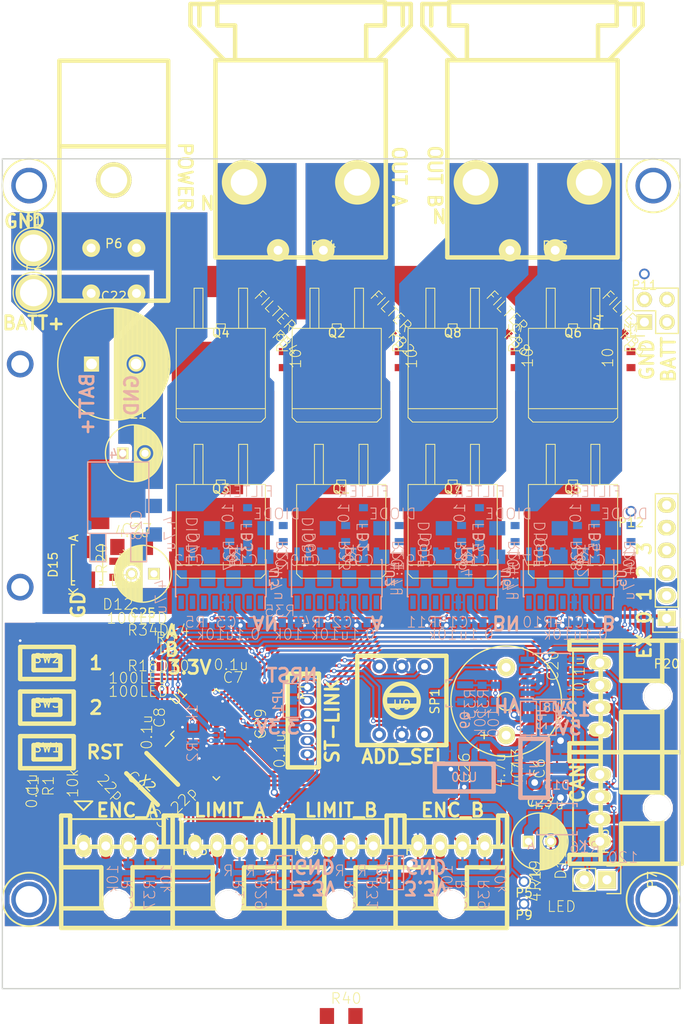
<source format=kicad_pcb>
(kicad_pcb (version 4) (host pcbnew 4.0.4-stable)
  (layers (0 F.Cu signal) (31 B.Cu signal) (34 B.Paste user) (35 F.Paste user) (36 B.SilkS user) (37 F.SilkS user) (38 B.Mask user) (39 F.Mask user) (44 Edge.Cuts user))
  (net 0 "")
  (net 1 GND)
  (net 2 /NRST)
  (net 3 /OSC_IN)
  (net 4 /OSC_OUT)
  (net 5 +3.3V)
  (net 6 "Net-(C9-Pad1)")
  (net 7 +12V)
  (net 8 GNDPWR)
  (net 9 "Net-(C11-Pad1)")
  (net 10 /OUT_AN)
  (net 11 "Net-(C16-Pad1)")
  (net 12 "Net-(C18-Pad1)")
  (net 13 /OUT_BN)
  (net 14 +BATT)
  (net 15 "Net-(D1-Pad2)")
  (net 16 /ENC_Ab)
  (net 17 /ENC_Aa)
  (net 18 /ENC_Bb)
  (net 19 /ENC_Ba)
  (net 20 /CANL)
  (net 21 "Net-(P7-Pad2)")
  (net 22 /CANH)
  (net 23 /LIMIT_A1)
  (net 24 /LIMIT_A2)
  (net 25 /LIMIT_B1)
  (net 26 /LIMIT_B2)
  (net 27 /USART_RX)
  (net 28 /USART_TX)
  (net 29 /SWDIO)
  (net 30 /SWCLK)
  (net 31 /OUT_A)
  (net 32 /OUT_B)
  (net 33 /BOOT0)
  (net 34 "Net-(R4-Pad1)")
  (net 35 "Net-(R5-Pad1)")
  (net 36 "Net-(R6-Pad2)")
  (net 37 "Net-(R7-Pad2)")
  (net 38 "Net-(R8-Pad2)")
  (net 39 "Net-(R9-Pad2)")
  (net 40 "Net-(R10-Pad1)")
  (net 41 "Net-(R11-Pad1)")
  (net 42 "Net-(R12-Pad2)")
  (net 43 "Net-(R13-Pad2)")
  (net 44 "Net-(R14-Pad2)")
  (net 45 "Net-(R15-Pad2)")
  (net 46 /MOTOR_EN)
  (net 47 /CAN_RX)
  (net 48 /PWM_A)
  (net 49 /PWM_AN)
  (net 50 /PWM_B)
  (net 51 /PWM_BN)
  (net 52 /CAN_TX)
  (net 53 /GD_12V)
  (net 54 "Net-(FB1-Pad1)")
  (net 55 "Net-(FB1-Pad2)")
  (net 56 "Net-(FB2-Pad1)")
  (net 57 "Net-(FB2-Pad2)")
  (net 58 "Net-(FB3-Pad1)")
  (net 59 "Net-(FB3-Pad2)")
  (net 60 "Net-(FB4-Pad1)")
  (net 61 "Net-(FB4-Pad2)")
  (net 62 "Net-(FB5-Pad1)")
  (net 63 "Net-(FB5-Pad2)")
  (net 64 "Net-(FB6-Pad1)")
  (net 65 "Net-(FB6-Pad2)")
  (net 66 "Net-(FB7-Pad1)")
  (net 67 "Net-(FB7-Pad2)")
  (net 68 "Net-(FB8-Pad1)")
  (net 69 "Net-(FB8-Pad2)")
  (net 70 "Net-(C10-Pad1)")
  (net 71 "Net-(C12-Pad1)")
  (net 72 "Net-(C17-Pad1)")
  (net 73 "Net-(C19-Pad1)")
  (net 74 "Net-(D10-Pad2)")
  (net 75 "Net-(D11-Pad2)")
  (net 76 "Net-(D12-Pad2)")
  (net 77 "Net-(D2-Pad1)")
  (net 78 "Net-(D3-Pad1)")
  (net 79 "Net-(D4-Pad1)")
  (net 80 "Net-(D5-Pad1)")
  (net 81 "Net-(D6-Pad1)")
  (net 82 "Net-(D7-Pad1)")
  (net 83 "Net-(D8-Pad1)")
  (net 84 "Net-(D9-Pad1)")
  (net 85 /SEL_1)
  (net 86 /SEL_2)
  (net 87 /SEL_4)
  (net 88 "Net-(JP1-Pad2)")
  (net 89 "Net-(C23-Pad1)")
  (net 90 "Net-(Q9-PadG)")
  (net 91 "Net-(Q9-PadD)")
  (net 92 /BUZZER)
  (net 93 "Net-(D14-Pad2)")
  (net 94 +5V)
  (net 95 "Net-(JP2-Pad2)")
  (net 96 /EXIO_0)
  (net 97 /EXIO_1)
  (net 98 /EXIO_2)
  (net 99 /EXIO_3)
  (net 100 "Net-(JP2-Pad3)")
  (net 101 /LED_B)
  (net 102 /LED_A)
  (net 103 /SW1)
  (net 104 /SW2)
  (net 105 "Net-(JP4-Pad2)")
  (net 106 "Net-(JP5-Pad2)")
  (net 107 /SEL_8)
  (net 108 "Net-(C21-Pad1)")
  (net 109 "Net-(D15-Pad1)")
  (module Crystals:ABM3_2pads (layer F.Cu) (at 16.8 69.5 315)
    (fp_text reference X2 (at 0 0.7 315) (layer F.SilkS))
    (fp_text value CRYSTAL)
    (pad 1 smd rect (at -2.3 0 315) (size 2.2 2.6) (layers F.Cu F.Paste F.Mask) (net 3 /OSC_IN))
    (pad 2 smd rect (at 2.3 0 315) (size 2 2.6) (layers F.Cu F.Paste F.Mask) (net 4 /OSC_OUT))
  )
  (module RP_KiCAD_Connector:XA_4LC (layer F.Cu) (at 67 64 90)
    (fp_text reference P8 (at 0 0.5 90) (layer F.SilkS))
    (fp_text value CONN_01X04)
    (pad 1 thru_hole oval (at 0 0 90) (size 1.5 2.5) (drill 1) (layers *.Cu *.Mask F.SilkS) (net 1 GND))
    (pad 2 thru_hole oval (at 2.5 0 90) (size 1.5 2.5) (drill 1) (layers *.Cu *.Mask F.SilkS) (net 7 +12V))
    (pad 3 thru_hole oval (at 5 0 90) (size 1.5 2.5) (drill 1) (layers *.Cu *.Mask F.SilkS) (net 22 /CANH))
    (pad 4 thru_hole oval (at 7.5 0 90) (size 1.5 2.5) (drill 1) (layers *.Cu *.Mask F.SilkS) (net 20 /CANL))
    (pad "" thru_hole circle (at 3.75 6.5 90) (size 3 3) (drill 3) (layers *.Cu *.Mask F.SilkS) (clearance -0.3))
  )
  (module RP_KiCAD_Connector:XA_4LC (layer F.Cu) (at 21.6 77)
    (fp_text reference P18 (at 0 0.5) (layer F.SilkS))
    (fp_text value CONN_01X04)
    (pad 1 thru_hole oval (at 0 0) (size 1.5 2.5) (drill 1) (layers *.Cu *.Mask F.SilkS) (net 1 GND))
    (pad 2 thru_hole oval (at 2.5 0) (size 1.5 2.5) (drill 1) (layers *.Cu *.Mask F.SilkS) (net 5 +3.3V))
    (pad 3 thru_hole oval (at 5 0) (size 1.5 2.5) (drill 1) (layers *.Cu *.Mask F.SilkS) (net 23 /LIMIT_A1))
    (pad 4 thru_hole oval (at 7.5 0) (size 1.5 2.5) (drill 1) (layers *.Cu *.Mask F.SilkS) (net 24 /LIMIT_A2))
    (pad "" thru_hole circle (at 3.75 6.5) (size 3 3) (drill 3) (layers *.Cu *.Mask F.SilkS) (clearance -0.3))
  )
  (module TO_SOT_Packages_SMD:TO-252-2Lead_regu (layer B.Cu) (at 13 43.5 180)
    (fp_text reference U4 (at 0 10.414 180) (layer B.SilkS) (effects (justify mirror)))
    (fp_text value LM7812)
    (pad VI smd rect (at -2.286 0 180) (size 1.651 3.048) (layers B.Cu B.Paste B.Mask) (net 108 "Net-(C21-Pad1)"))
    (pad GND smd rect (at 0 6.35 180) (size 6.096 6.096) (layers B.Cu B.Paste B.Mask) (net 8 GNDPWR))
    (pad VO smd rect (at 2.286 0 180) (size 1.651 3.048) (layers B.Cu B.Paste B.Mask) (net 53 /GD_12V))
  )
  (module RP_KiCAD_Connector:XA_4LC (layer F.Cu) (at 34.1 77)
    (fp_text reference P19 (at 0 0.5) (layer F.SilkS))
    (fp_text value CONN_01X04)
    (pad 1 thru_hole oval (at 0 0) (size 1.5 2.5) (drill 1) (layers *.Cu *.Mask F.SilkS) (net 1 GND))
    (pad 2 thru_hole oval (at 2.5 0) (size 1.5 2.5) (drill 1) (layers *.Cu *.Mask F.SilkS) (net 5 +3.3V))
    (pad 3 thru_hole oval (at 5 0) (size 1.5 2.5) (drill 1) (layers *.Cu *.Mask F.SilkS) (net 25 /LIMIT_B1))
    (pad 4 thru_hole oval (at 7.5 0) (size 1.5 2.5) (drill 1) (layers *.Cu *.Mask F.SilkS) (net 26 /LIMIT_B2))
    (pad "" thru_hole circle (at 3.75 6.5) (size 3 3) (drill 3) (layers *.Cu *.Mask F.SilkS) (clearance -0.3))
  )
  (module Housings_QFP:LQFP-48_7x7mm_Pitch0.5mm (layer F.Cu) (at 24 64.5 45)
    (fp_text reference U1 (at 0 -6 45) (layer F.SilkS))
    (fp_text value STM32F103_48)
    (pad 1 smd rect (at -4.35 -2.75 45) (size 1.3 0.25) (layers F.Cu F.Paste F.Mask) (net 5 +3.3V))
    (pad 2 smd rect (at -4.35 -2.25 45) (size 1.3 0.25) (layers F.Cu F.Paste F.Mask))
    (pad 3 smd rect (at -4.35 -1.75 45) (size 1.3 0.25) (layers F.Cu F.Paste F.Mask))
    (pad 4 smd rect (at -4.35 -1.25 45) (size 1.3 0.25) (layers F.Cu F.Paste F.Mask))
    (pad 5 smd rect (at -4.35 -0.75 45) (size 1.3 0.25) (layers F.Cu F.Paste F.Mask) (net 3 /OSC_IN))
    (pad 6 smd rect (at -4.35 -0.25 45) (size 1.3 0.25) (layers F.Cu F.Paste F.Mask) (net 4 /OSC_OUT))
    (pad 7 smd rect (at -4.35 0.25 45) (size 1.3 0.25) (layers F.Cu F.Paste F.Mask) (net 2 /NRST))
    (pad 8 smd rect (at -4.35 0.75 45) (size 1.3 0.25) (layers F.Cu F.Paste F.Mask) (net 1 GND))
    (pad 9 smd rect (at -4.35 1.25 45) (size 1.3 0.25) (layers F.Cu F.Paste F.Mask) (net 5 +3.3V))
    (pad 10 smd rect (at -4.35 1.75 45) (size 1.3 0.25) (layers F.Cu F.Paste F.Mask) (net 17 /ENC_Aa))
    (pad 11 smd rect (at -4.35 2.25 45) (size 1.3 0.25) (layers F.Cu F.Paste F.Mask) (net 16 /ENC_Ab))
    (pad 12 smd rect (at -4.35 2.75 45) (size 1.3 0.25) (layers F.Cu F.Paste F.Mask) (net 23 /LIMIT_A1))
    (pad 13 smd rect (at -2.75 4.35 135) (size 1.3 0.25) (layers F.Cu F.Paste F.Mask) (net 24 /LIMIT_A2))
    (pad 14 smd rect (at -2.25 4.35 135) (size 1.3 0.25) (layers F.Cu F.Paste F.Mask) (net 25 /LIMIT_B1))
    (pad 15 smd rect (at -1.75 4.35 135) (size 1.3 0.25) (layers F.Cu F.Paste F.Mask) (net 26 /LIMIT_B2))
    (pad 16 smd rect (at -1.25 4.35 135) (size 1.3 0.25) (layers F.Cu F.Paste F.Mask) (net 19 /ENC_Ba))
    (pad 17 smd rect (at -0.75 4.35 135) (size 1.3 0.25) (layers F.Cu F.Paste F.Mask) (net 18 /ENC_Bb))
    (pad 18 smd rect (at -0.25 4.35 135) (size 1.3 0.25) (layers F.Cu F.Paste F.Mask) (net 96 /EXIO_0))
    (pad 19 smd rect (at 0.25 4.35 135) (size 1.3 0.25) (layers F.Cu F.Paste F.Mask) (net 97 /EXIO_1))
    (pad 20 smd rect (at 0.75 4.35 135) (size 1.3 0.25) (layers F.Cu F.Paste F.Mask) (net 92 /BUZZER))
    (pad 21 smd rect (at 1.25 4.35 135) (size 1.3 0.25) (layers F.Cu F.Paste F.Mask) (net 28 /USART_TX))
    (pad 22 smd rect (at 1.75 4.35 135) (size 1.3 0.25) (layers F.Cu F.Paste F.Mask) (net 27 /USART_RX))
    (pad 23 smd rect (at 2.25 4.35 135) (size 1.3 0.25) (layers F.Cu F.Paste F.Mask) (net 1 GND))
    (pad 24 smd rect (at 2.75 4.35 135) (size 1.3 0.25) (layers F.Cu F.Paste F.Mask) (net 5 +3.3V))
    (pad 25 smd rect (at 4.35 2.75 45) (size 1.3 0.25) (layers F.Cu F.Paste F.Mask) (net 85 /SEL_1))
    (pad 26 smd rect (at 4.35 2.25 45) (size 1.3 0.25) (layers F.Cu F.Paste F.Mask) (net 86 /SEL_2))
    (pad 27 smd rect (at 4.35 1.75 45) (size 1.3 0.25) (layers F.Cu F.Paste F.Mask) (net 87 /SEL_4))
    (pad 28 smd rect (at 4.35 1.25 45) (size 1.3 0.25) (layers F.Cu F.Paste F.Mask) (net 107 /SEL_8))
    (pad 29 smd rect (at 4.35 0.75 45) (size 1.3 0.25) (layers F.Cu F.Paste F.Mask) (net 46 /MOTOR_EN))
    (pad 30 smd rect (at 4.35 0.25 45) (size 1.3 0.25) (layers F.Cu F.Paste F.Mask) (net 98 /EXIO_2))
    (pad 31 smd rect (at 4.35 -0.25 45) (size 1.3 0.25) (layers F.Cu F.Paste F.Mask) (net 99 /EXIO_3))
    (pad 32 smd rect (at 4.35 -0.75 45) (size 1.3 0.25) (layers F.Cu F.Paste F.Mask) (net 47 /CAN_RX))
    (pad 33 smd rect (at 4.35 -1.25 45) (size 1.3 0.25) (layers F.Cu F.Paste F.Mask) (net 52 /CAN_TX))
    (pad 34 smd rect (at 4.35 -1.75 45) (size 1.3 0.25) (layers F.Cu F.Paste F.Mask) (net 29 /SWDIO))
    (pad 35 smd rect (at 4.35 -2.25 45) (size 1.3 0.25) (layers F.Cu F.Paste F.Mask) (net 1 GND))
    (pad 36 smd rect (at 4.35 -2.75 45) (size 1.3 0.25) (layers F.Cu F.Paste F.Mask) (net 5 +3.3V))
    (pad 37 smd rect (at 2.75 -4.35 135) (size 1.3 0.25) (layers F.Cu F.Paste F.Mask) (net 30 /SWCLK))
    (pad 38 smd rect (at 2.25 -4.35 135) (size 1.3 0.25) (layers F.Cu F.Paste F.Mask) (net 102 /LED_A))
    (pad 39 smd rect (at 1.75 -4.35 135) (size 1.3 0.25) (layers F.Cu F.Paste F.Mask) (net 101 /LED_B))
    (pad 40 smd rect (at 1.25 -4.35 135) (size 1.3 0.25) (layers F.Cu F.Paste F.Mask) (net 103 /SW1))
    (pad 41 smd rect (at 0.75 -4.35 135) (size 1.3 0.25) (layers F.Cu F.Paste F.Mask) (net 104 /SW2))
    (pad 42 smd rect (at 0.25 -4.35 135) (size 1.3 0.25) (layers F.Cu F.Paste F.Mask) (net 50 /PWM_B))
    (pad 43 smd rect (at -0.25 -4.35 135) (size 1.3 0.25) (layers F.Cu F.Paste F.Mask) (net 51 /PWM_BN))
    (pad 44 smd rect (at -0.75 -4.35 135) (size 1.3 0.25) (layers F.Cu F.Paste F.Mask) (net 33 /BOOT0))
    (pad 45 smd rect (at -1.25 -4.35 135) (size 1.3 0.25) (layers F.Cu F.Paste F.Mask) (net 48 /PWM_A))
    (pad 46 smd rect (at -1.75 -4.35 135) (size 1.3 0.25) (layers F.Cu F.Paste F.Mask) (net 49 /PWM_AN))
    (pad 47 smd rect (at -2.25 -4.35 135) (size 1.3 0.25) (layers F.Cu F.Paste F.Mask) (net 1 GND))
    (pad 48 smd rect (at -2.75 -4.35 135) (size 1.3 0.25) (layers F.Cu F.Paste F.Mask) (net 5 +3.3V))
  )
  (module Capacitors_ThroughHole:C_Radial_D6.3_L11.2_P2.5 (layer F.Cu) (at 59 76.5)
    (fp_text reference C23 (at 1.25 -4.4) (layer F.SilkS))
    (fp_text value 100u)
    (pad 2 thru_hole circle (at 2.5 0) (size 1.3 1.3) (drill 0.8) (layers *.Cu *.Mask F.SilkS) (net 1 GND))
    (pad 1 thru_hole rect (at 0 0) (size 1.3 1.3) (drill 0.8) (layers *.Cu *.Mask F.SilkS) (net 89 "Net-(C23-Pad1)"))
  )
  (module RP_KiCAD_Connector:XA_4LC (layer F.Cu) (at 67 76.5 90)
    (fp_text reference P16 (at 0 0.5 90) (layer F.SilkS))
    (fp_text value CONN_01X04)
    (pad 1 thru_hole oval (at 0 0 90) (size 1.5 2.5) (drill 1) (layers *.Cu *.Mask F.SilkS) (net 1 GND))
    (pad 2 thru_hole oval (at 2.5 0 90) (size 1.5 2.5) (drill 1) (layers *.Cu *.Mask F.SilkS) (net 7 +12V))
    (pad 3 thru_hole oval (at 5 0 90) (size 1.5 2.5) (drill 1) (layers *.Cu *.Mask F.SilkS) (net 22 /CANH))
    (pad 4 thru_hole oval (at 7.5 0 90) (size 1.5 2.5) (drill 1) (layers *.Cu *.Mask F.SilkS) (net 20 /CANL))
    (pad "" thru_hole circle (at 3.75 6.5 90) (size 3 3) (drill 3) (layers *.Cu *.Mask F.SilkS) (clearance -0.3))
  )
  (module RP_KiCAD_Libs:C3216 (layer B.Cu) (at 40.5 47 180)
    (fp_text reference C9 (at -1.27 1.27 180) (layer B.SilkS) (effects (font (size 1.2065 1.2065) (thickness 0.1016)) (justify left bottom mirror)))
    (fp_text value 4.7u (at -4.5 2 270) (layer B.SilkS) (effects (font (size 1.2065 1.2065) (thickness 0.1016)) (justify left bottom mirror)))
    (pad 1 smd rect (at -1.6 0 180) (size 1.6 1.8) (layers B.Cu B.Paste B.Mask) (net 6 "Net-(C9-Pad1)"))
    (pad 2 smd rect (at 1.6 0 180) (size 1.6 1.8) (layers B.Cu B.Paste B.Mask) (net 31 /OUT_A))
  )
  (module RP_KiCAD_Libs:C3216 (layer B.Cu) (at 34.5 47 180)
    (fp_text reference C10 (at -1.27 1.27 180) (layer B.SilkS) (effects (font (size 1.2065 1.2065) (thickness 0.1016)) (justify left bottom mirror)))
    (fp_text value 4.7u (at 3 1.5 270) (layer B.SilkS) (effects (font (size 1.2065 1.2065) (thickness 0.1016)) (justify left bottom mirror)))
    (pad 1 smd rect (at -1.6 0 180) (size 1.6 1.8) (layers B.Cu B.Paste B.Mask) (net 70 "Net-(C10-Pad1)"))
    (pad 2 smd rect (at 1.6 0 180) (size 1.6 1.8) (layers B.Cu B.Paste B.Mask) (net 8 GNDPWR))
  )
  (module RP_KiCAD_Libs:C3216 (layer B.Cu) (at 27.5 47 180)
    (fp_text reference C11 (at -1.27 1.27 180) (layer B.SilkS) (effects (font (size 1.2065 1.2065) (thickness 0.1016)) (justify left bottom mirror)))
    (fp_text value 4.7u (at -4 1.5 270) (layer B.SilkS) (effects (font (size 1.2065 1.2065) (thickness 0.1016)) (justify left bottom mirror)))
    (pad 1 smd rect (at -1.6 0 180) (size 1.6 1.8) (layers B.Cu B.Paste B.Mask) (net 9 "Net-(C11-Pad1)"))
    (pad 2 smd rect (at 1.6 0 180) (size 1.6 1.8) (layers B.Cu B.Paste B.Mask) (net 10 /OUT_AN))
  )
  (module RP_KiCAD_Libs:C3216 (layer B.Cu) (at 21.5 47 180)
    (fp_text reference C12 (at -1.27 1.27 180) (layer B.SilkS) (effects (font (size 1.2065 1.2065) (thickness 0.1016)) (justify left bottom mirror)))
    (fp_text value 4.7u (at 3 0 270) (layer B.SilkS) (effects (font (size 1.2065 1.2065) (thickness 0.1016)) (justify left bottom mirror)))
    (pad 1 smd rect (at -1.6 0 180) (size 1.6 1.8) (layers B.Cu B.Paste B.Mask) (net 71 "Net-(C12-Pad1)"))
    (pad 2 smd rect (at 1.6 0 180) (size 1.6 1.8) (layers B.Cu B.Paste B.Mask) (net 8 GNDPWR))
  )
  (module RP_KiCAD_Libs:C3216 (layer B.Cu) (at 66.5 47 180)
    (fp_text reference C16 (at -1.27 1.27 180) (layer B.SilkS) (effects (font (size 1.2065 1.2065) (thickness 0.1016)) (justify left bottom mirror)))
    (fp_text value 4.7u (at -4.5 1.5 270) (layer B.SilkS) (effects (font (size 1.2065 1.2065) (thickness 0.1016)) (justify left bottom mirror)))
    (pad 1 smd rect (at -1.6 0 180) (size 1.6 1.8) (layers B.Cu B.Paste B.Mask) (net 11 "Net-(C16-Pad1)"))
    (pad 2 smd rect (at 1.6 0 180) (size 1.6 1.8) (layers B.Cu B.Paste B.Mask) (net 32 /OUT_B))
  )
  (module RP_KiCAD_Libs:C3216 (layer B.Cu) (at 60.5 47 180)
    (fp_text reference C17 (at -1.27 1.27 180) (layer B.SilkS) (effects (font (size 1.2065 1.2065) (thickness 0.1016)) (justify left bottom mirror)))
    (fp_text value 4.7u (at 3 1.5 270) (layer B.SilkS) (effects (font (size 1.2065 1.2065) (thickness 0.1016)) (justify left bottom mirror)))
    (pad 1 smd rect (at -1.6 0 180) (size 1.6 1.8) (layers B.Cu B.Paste B.Mask) (net 72 "Net-(C17-Pad1)"))
    (pad 2 smd rect (at 1.6 0 180) (size 1.6 1.8) (layers B.Cu B.Paste B.Mask) (net 8 GNDPWR))
  )
  (module RP_KiCAD_Libs:C3216 (layer B.Cu) (at 53.5 47 180)
    (fp_text reference C18 (at -1.27 1.27 180) (layer B.SilkS) (effects (font (size 1.2065 1.2065) (thickness 0.1016)) (justify left bottom mirror)))
    (fp_text value 4.7u (at -4.5 1.5 270) (layer B.SilkS) (effects (font (size 1.2065 1.2065) (thickness 0.1016)) (justify left bottom mirror)))
    (pad 1 smd rect (at -1.6 0 180) (size 1.6 1.8) (layers B.Cu B.Paste B.Mask) (net 12 "Net-(C18-Pad1)"))
    (pad 2 smd rect (at 1.6 0 180) (size 1.6 1.8) (layers B.Cu B.Paste B.Mask) (net 13 /OUT_BN))
  )
  (module RP_KiCAD_Libs:C3216 (layer B.Cu) (at 47.5 47 180)
    (fp_text reference C19 (at -1.27 1.27 180) (layer B.SilkS) (effects (font (size 1.2065 1.2065) (thickness 0.1016)) (justify left bottom mirror)))
    (fp_text value 4.7u (at 3 2 270) (layer B.SilkS) (effects (font (size 1.2065 1.2065) (thickness 0.1016)) (justify left bottom mirror)))
    (pad 1 smd rect (at -1.6 0 180) (size 1.6 1.8) (layers B.Cu B.Paste B.Mask) (net 73 "Net-(C19-Pad1)"))
    (pad 2 smd rect (at 1.6 0 180) (size 1.6 1.8) (layers B.Cu B.Paste B.Mask) (net 8 GNDPWR))
  )
  (module RP_KiCAD_Libs:C3216 (layer B.Cu) (at 42.5 43 270)
    (fp_text reference D2 (at -1.27 1.27 270) (layer B.SilkS) (effects (font (size 1.2065 1.2065) (thickness 0.1016)) (justify left bottom mirror)))
    (fp_text value DIODE (at -2.5 -4 360) (layer B.SilkS) (effects (font (size 1.2065 1.2065) (thickness 0.1016)) (justify left bottom mirror)))
    (pad 1 smd rect (at -1.6 0 270) (size 1.6 1.8) (layers B.Cu B.Paste B.Mask) (net 77 "Net-(D2-Pad1)"))
    (pad 2 smd rect (at 1.6 0 270) (size 1.6 1.8) (layers B.Cu B.Paste B.Mask) (net 6 "Net-(C9-Pad1)"))
  )
  (module RP_KiCAD_Libs:C3216 (layer B.Cu) (at 29.5 43 270)
    (fp_text reference D3 (at -1.27 1.27 270) (layer B.SilkS) (effects (font (size 1.2065 1.2065) (thickness 0.1016)) (justify left bottom mirror)))
    (fp_text value DIODE (at -2.5 -4 540) (layer B.SilkS) (effects (font (size 1.2065 1.2065) (thickness 0.1016)) (justify left bottom mirror)))
    (pad 1 smd rect (at -1.6 0 270) (size 1.6 1.8) (layers B.Cu B.Paste B.Mask) (net 78 "Net-(D3-Pad1)"))
    (pad 2 smd rect (at 1.6 0 270) (size 1.6 1.8) (layers B.Cu B.Paste B.Mask) (net 9 "Net-(C11-Pad1)"))
  )
  (module RP_KiCAD_Libs:C3216 (layer B.Cu) (at 68.5 43 270)
    (fp_text reference D4 (at -1.27 1.27 270) (layer B.SilkS) (effects (font (size 1.2065 1.2065) (thickness 0.1016)) (justify left bottom mirror)))
    (fp_text value DIODE (at -2.5 -4 360) (layer B.SilkS) (effects (font (size 1.2065 1.2065) (thickness 0.1016)) (justify left bottom mirror)))
    (pad 1 smd rect (at -1.6 0 270) (size 1.6 1.8) (layers B.Cu B.Paste B.Mask) (net 79 "Net-(D4-Pad1)"))
    (pad 2 smd rect (at 1.6 0 270) (size 1.6 1.8) (layers B.Cu B.Paste B.Mask) (net 11 "Net-(C16-Pad1)"))
  )
  (module RP_KiCAD_Libs:C3216 (layer B.Cu) (at 55.5 43 270)
    (fp_text reference D5 (at -1.27 1.27 270) (layer B.SilkS) (effects (font (size 1.2065 1.2065) (thickness 0.1016)) (justify left bottom mirror)))
    (fp_text value DIODE (at -2.5 -4 540) (layer B.SilkS) (effects (font (size 1.2065 1.2065) (thickness 0.1016)) (justify left bottom mirror)))
    (pad 1 smd rect (at -1.6 0 270) (size 1.6 1.8) (layers B.Cu B.Paste B.Mask) (net 80 "Net-(D5-Pad1)"))
    (pad 2 smd rect (at 1.6 0 270) (size 1.6 1.8) (layers B.Cu B.Paste B.Mask) (net 12 "Net-(C18-Pad1)"))
  )
  (module Pin_Headers:Pin_Header_Straight_1x02 (layer F.Cu) (at 67.8 80.8 270)
    (fp_text reference P7 (at 0 -5.1 270) (layer F.SilkS))
    (fp_text value CONN_01X02)
    (pad 1 thru_hole rect (at 0 0 270) (size 2.032 2.032) (drill 1.016) (layers *.Cu *.Mask F.SilkS) (net 20 /CANL))
    (pad 2 thru_hole oval (at 0 2.54 270) (size 2.032 2.032) (drill 1.016) (layers *.Cu *.Mask F.SilkS) (net 21 "Net-(P7-Pad2)"))
  )
  (module Housings_SOIC:SOIC-16_3.9x9.9mm_Pitch1.27mm (layer B.Cu) (at 37.5 47 90)
    (fp_text reference U2 (at 0 6 90) (layer B.SilkS) (effects (justify mirror)))
    (fp_text value SI8234)
    (pad 1 smd rect (at -2.7 4.445 90) (size 1.5 0.6) (layers B.Cu B.Paste B.Mask) (net 48 /PWM_A))
    (pad 2 smd rect (at -2.7 3.175 90) (size 1.5 0.6) (layers B.Cu B.Paste B.Mask))
    (pad 3 smd rect (at -2.7 1.905 90) (size 1.5 0.6) (layers B.Cu B.Paste B.Mask) (net 5 +3.3V))
    (pad 4 smd rect (at -2.7 0.635 90) (size 1.5 0.6) (layers B.Cu B.Paste B.Mask) (net 1 GND))
    (pad 5 smd rect (at -2.7 -0.635 90) (size 1.5 0.6) (layers B.Cu B.Paste B.Mask) (net 46 /MOTOR_EN))
    (pad 6 smd rect (at -2.7 -1.905 90) (size 1.5 0.6) (layers B.Cu B.Paste B.Mask) (net 34 "Net-(R4-Pad1)"))
    (pad 7 smd rect (at -2.7 -3.175 90) (size 1.5 0.6) (layers B.Cu B.Paste B.Mask))
    (pad 8 smd rect (at -2.7 -4.445 90) (size 1.5 0.6) (layers B.Cu B.Paste B.Mask) (net 5 +3.3V))
    (pad 9 smd rect (at 2.7 -4.445 90) (size 1.5 0.6) (layers B.Cu B.Paste B.Mask) (net 8 GNDPWR))
    (pad 10 smd rect (at 2.7 -3.175 90) (size 1.5 0.6) (layers B.Cu B.Paste B.Mask) (net 37 "Net-(R7-Pad2)"))
    (pad 11 smd rect (at 2.7 -1.905 90) (size 1.5 0.6) (layers B.Cu B.Paste B.Mask) (net 70 "Net-(C10-Pad1)"))
    (pad 12 smd rect (at 2.7 -0.635 90) (size 1.5 0.6) (layers B.Cu B.Paste B.Mask))
    (pad 13 smd rect (at 2.7 0.635 90) (size 1.5 0.6) (layers B.Cu B.Paste B.Mask))
    (pad 14 smd rect (at 2.7 1.905 90) (size 1.5 0.6) (layers B.Cu B.Paste B.Mask) (net 31 /OUT_A))
    (pad 15 smd rect (at 2.7 3.175 90) (size 1.5 0.6) (layers B.Cu B.Paste B.Mask) (net 36 "Net-(R6-Pad2)"))
    (pad 16 smd rect (at 2.7 4.445 90) (size 1.5 0.6) (layers B.Cu B.Paste B.Mask) (net 6 "Net-(C9-Pad1)"))
  )
  (module Housings_SOIC:SOIC-16_3.9x9.9mm_Pitch1.27mm (layer B.Cu) (at 24.5 47 90)
    (fp_text reference U3 (at 0 6 90) (layer B.SilkS) (effects (justify mirror)))
    (fp_text value SI8234)
    (pad 1 smd rect (at -2.7 4.445 90) (size 1.5 0.6) (layers B.Cu B.Paste B.Mask) (net 49 /PWM_AN))
    (pad 2 smd rect (at -2.7 3.175 90) (size 1.5 0.6) (layers B.Cu B.Paste B.Mask))
    (pad 3 smd rect (at -2.7 1.905 90) (size 1.5 0.6) (layers B.Cu B.Paste B.Mask) (net 5 +3.3V))
    (pad 4 smd rect (at -2.7 0.635 90) (size 1.5 0.6) (layers B.Cu B.Paste B.Mask) (net 1 GND))
    (pad 5 smd rect (at -2.7 -0.635 90) (size 1.5 0.6) (layers B.Cu B.Paste B.Mask) (net 46 /MOTOR_EN))
    (pad 6 smd rect (at -2.7 -1.905 90) (size 1.5 0.6) (layers B.Cu B.Paste B.Mask) (net 35 "Net-(R5-Pad1)"))
    (pad 7 smd rect (at -2.7 -3.175 90) (size 1.5 0.6) (layers B.Cu B.Paste B.Mask))
    (pad 8 smd rect (at -2.7 -4.445 90) (size 1.5 0.6) (layers B.Cu B.Paste B.Mask) (net 5 +3.3V))
    (pad 9 smd rect (at 2.7 -4.445 90) (size 1.5 0.6) (layers B.Cu B.Paste B.Mask) (net 8 GNDPWR))
    (pad 10 smd rect (at 2.7 -3.175 90) (size 1.5 0.6) (layers B.Cu B.Paste B.Mask) (net 39 "Net-(R9-Pad2)"))
    (pad 11 smd rect (at 2.7 -1.905 90) (size 1.5 0.6) (layers B.Cu B.Paste B.Mask) (net 71 "Net-(C12-Pad1)"))
    (pad 12 smd rect (at 2.7 -0.635 90) (size 1.5 0.6) (layers B.Cu B.Paste B.Mask))
    (pad 13 smd rect (at 2.7 0.635 90) (size 1.5 0.6) (layers B.Cu B.Paste B.Mask))
    (pad 14 smd rect (at 2.7 1.905 90) (size 1.5 0.6) (layers B.Cu B.Paste B.Mask) (net 10 /OUT_AN))
    (pad 15 smd rect (at 2.7 3.175 90) (size 1.5 0.6) (layers B.Cu B.Paste B.Mask) (net 38 "Net-(R8-Pad2)"))
    (pad 16 smd rect (at 2.7 4.445 90) (size 1.5 0.6) (layers B.Cu B.Paste B.Mask) (net 9 "Net-(C11-Pad1)"))
  )
  (module Housings_SOIC:SOIC-16_3.9x9.9mm_Pitch1.27mm (layer B.Cu) (at 63.5 47 90)
    (fp_text reference U5 (at 0 6 90) (layer B.SilkS) (effects (justify mirror)))
    (fp_text value SI8234)
    (pad 1 smd rect (at -2.7 4.445 90) (size 1.5 0.6) (layers B.Cu B.Paste B.Mask) (net 50 /PWM_B))
    (pad 2 smd rect (at -2.7 3.175 90) (size 1.5 0.6) (layers B.Cu B.Paste B.Mask))
    (pad 3 smd rect (at -2.7 1.905 90) (size 1.5 0.6) (layers B.Cu B.Paste B.Mask) (net 5 +3.3V))
    (pad 4 smd rect (at -2.7 0.635 90) (size 1.5 0.6) (layers B.Cu B.Paste B.Mask) (net 1 GND))
    (pad 5 smd rect (at -2.7 -0.635 90) (size 1.5 0.6) (layers B.Cu B.Paste B.Mask) (net 46 /MOTOR_EN))
    (pad 6 smd rect (at -2.7 -1.905 90) (size 1.5 0.6) (layers B.Cu B.Paste B.Mask) (net 40 "Net-(R10-Pad1)"))
    (pad 7 smd rect (at -2.7 -3.175 90) (size 1.5 0.6) (layers B.Cu B.Paste B.Mask))
    (pad 8 smd rect (at -2.7 -4.445 90) (size 1.5 0.6) (layers B.Cu B.Paste B.Mask) (net 5 +3.3V))
    (pad 9 smd rect (at 2.7 -4.445 90) (size 1.5 0.6) (layers B.Cu B.Paste B.Mask) (net 8 GNDPWR))
    (pad 10 smd rect (at 2.7 -3.175 90) (size 1.5 0.6) (layers B.Cu B.Paste B.Mask) (net 43 "Net-(R13-Pad2)"))
    (pad 11 smd rect (at 2.7 -1.905 90) (size 1.5 0.6) (layers B.Cu B.Paste B.Mask) (net 72 "Net-(C17-Pad1)"))
    (pad 12 smd rect (at 2.7 -0.635 90) (size 1.5 0.6) (layers B.Cu B.Paste B.Mask))
    (pad 13 smd rect (at 2.7 0.635 90) (size 1.5 0.6) (layers B.Cu B.Paste B.Mask))
    (pad 14 smd rect (at 2.7 1.905 90) (size 1.5 0.6) (layers B.Cu B.Paste B.Mask) (net 32 /OUT_B))
    (pad 15 smd rect (at 2.7 3.175 90) (size 1.5 0.6) (layers B.Cu B.Paste B.Mask) (net 42 "Net-(R12-Pad2)"))
    (pad 16 smd rect (at 2.7 4.445 90) (size 1.5 0.6) (layers B.Cu B.Paste B.Mask) (net 11 "Net-(C16-Pad1)"))
  )
  (module Housings_SOIC:SOIC-16_3.9x9.9mm_Pitch1.27mm (layer B.Cu) (at 50.5 47 90)
    (fp_text reference U6 (at 0 6 90) (layer B.SilkS) (effects (justify mirror)))
    (fp_text value SI8234)
    (pad 1 smd rect (at -2.7 4.445 90) (size 1.5 0.6) (layers B.Cu B.Paste B.Mask) (net 51 /PWM_BN))
    (pad 2 smd rect (at -2.7 3.175 90) (size 1.5 0.6) (layers B.Cu B.Paste B.Mask))
    (pad 3 smd rect (at -2.7 1.905 90) (size 1.5 0.6) (layers B.Cu B.Paste B.Mask) (net 5 +3.3V))
    (pad 4 smd rect (at -2.7 0.635 90) (size 1.5 0.6) (layers B.Cu B.Paste B.Mask) (net 1 GND))
    (pad 5 smd rect (at -2.7 -0.635 90) (size 1.5 0.6) (layers B.Cu B.Paste B.Mask) (net 46 /MOTOR_EN))
    (pad 6 smd rect (at -2.7 -1.905 90) (size 1.5 0.6) (layers B.Cu B.Paste B.Mask) (net 41 "Net-(R11-Pad1)"))
    (pad 7 smd rect (at -2.7 -3.175 90) (size 1.5 0.6) (layers B.Cu B.Paste B.Mask))
    (pad 8 smd rect (at -2.7 -4.445 90) (size 1.5 0.6) (layers B.Cu B.Paste B.Mask) (net 5 +3.3V))
    (pad 9 smd rect (at 2.7 -4.445 90) (size 1.5 0.6) (layers B.Cu B.Paste B.Mask) (net 8 GNDPWR))
    (pad 10 smd rect (at 2.7 -3.175 90) (size 1.5 0.6) (layers B.Cu B.Paste B.Mask) (net 45 "Net-(R15-Pad2)"))
    (pad 11 smd rect (at 2.7 -1.905 90) (size 1.5 0.6) (layers B.Cu B.Paste B.Mask) (net 73 "Net-(C19-Pad1)"))
    (pad 12 smd rect (at 2.7 -0.635 90) (size 1.5 0.6) (layers B.Cu B.Paste B.Mask))
    (pad 13 smd rect (at 2.7 0.635 90) (size 1.5 0.6) (layers B.Cu B.Paste B.Mask))
    (pad 14 smd rect (at 2.7 1.905 90) (size 1.5 0.6) (layers B.Cu B.Paste B.Mask) (net 13 /OUT_BN))
    (pad 15 smd rect (at 2.7 3.175 90) (size 1.5 0.6) (layers B.Cu B.Paste B.Mask) (net 44 "Net-(R14-Pad2)"))
    (pad 16 smd rect (at 2.7 4.445 90) (size 1.5 0.6) (layers B.Cu B.Paste B.Mask) (net 12 "Net-(C18-Pad1)"))
  )
  (module Housings_SOIC:SOIC-8_3.9x4.9mm_Pitch1.27mm (layer B.Cu) (at 61.6 58)
    (fp_text reference U8 (at 0 3.5) (layer B.SilkS) (effects (justify mirror)))
    (fp_text value MAX3051)
    (pad 1 smd rect (at -2.7 1.905) (size 1.55 0.6) (layers B.Cu B.Paste B.Mask) (net 52 /CAN_TX))
    (pad 2 smd rect (at -2.7 0.635) (size 1.55 0.6) (layers B.Cu B.Paste B.Mask) (net 1 GND))
    (pad 3 smd rect (at -2.7 -0.635) (size 1.55 0.6) (layers B.Cu B.Paste B.Mask) (net 5 +3.3V))
    (pad 4 smd rect (at -2.7 -1.905) (size 1.55 0.6) (layers B.Cu B.Paste B.Mask) (net 47 /CAN_RX))
    (pad 5 smd rect (at 2.7 -1.905) (size 1.55 0.6) (layers B.Cu B.Paste B.Mask) (net 1 GND))
    (pad 6 smd rect (at 2.7 -0.635) (size 1.55 0.6) (layers B.Cu B.Paste B.Mask) (net 20 /CANL))
    (pad 7 smd rect (at 2.7 0.635) (size 1.55 0.6) (layers B.Cu B.Paste B.Mask) (net 22 /CANH))
    (pad 8 smd rect (at 2.7 1.905) (size 1.55 0.6) (layers B.Cu B.Paste B.Mask) (net 1 GND))
  )
  (module RP_KiCAD_Connector:D-3500D_4S (layer F.Cu) (at 12.5 10 180)
    (fp_text reference P6 (at 0 0.5 180) (layer F.SilkS))
    (fp_text value CONN_01X04)
    (pad 1 thru_hole circle (at -2.54 0 180) (size 2 2) (drill 1) (layers *.Cu *.Mask F.SilkS) (net 8 GNDPWR))
    (pad 2 thru_hole circle (at -2.54 -5.08 180) (size 2 2) (drill 1) (layers *.Cu *.Mask F.SilkS) (net 14 +BATT))
    (pad 3 thru_hole circle (at 2.54 0 180) (size 2 2) (drill 1) (layers *.Cu *.Mask F.SilkS) (net 8 GNDPWR))
    (pad 4 thru_hole circle (at 2.54 -5.08 180) (size 2 2) (drill 1) (layers *.Cu *.Mask F.SilkS) (net 14 +BATT))
    (pad "" thru_hole circle (at 0 7.62 180) (size 4 4) (drill 3) (layers *.Cu *.Mask F.SilkS))
  )
  (module RP_KiCAD_Libs:C3216 (layer F.Cu) (at 14.5 43.5)
    (fp_text reference C27 (at -1.27 -1.27) (layer F.SilkS) (effects (font (size 1.2065 1.2065) (thickness 0.1016)) (justify left bottom)))
    (fp_text value 4.7u (at -2 -1) (layer F.SilkS) (effects (font (size 1.2065 1.2065) (thickness 0.1016)) (justify left bottom)))
    (pad 1 smd rect (at -1.6 0) (size 1.6 1.8) (layers F.Cu F.Paste F.Mask) (net 108 "Net-(C21-Pad1)"))
    (pad 2 smd rect (at 1.6 0) (size 1.6 1.8) (layers F.Cu F.Paste F.Mask) (net 8 GNDPWR))
  )
  (module RP_KiCAD_Libs:C3216 (layer B.Cu) (at 17 40.5 270)
    (fp_text reference C28 (at -1.27 1.27 270) (layer B.SilkS) (effects (font (size 1.2065 1.2065) (thickness 0.1016)) (justify left bottom mirror)))
    (fp_text value 4.7u (at -0.6 -2.5 270) (layer B.SilkS) (effects (font (size 1.2065 1.2065) (thickness 0.1016)) (justify left bottom mirror)))
    (pad 1 smd rect (at -1.6 0 270) (size 1.6 1.8) (layers B.Cu B.Paste B.Mask) (net 53 /GD_12V))
    (pad 2 smd rect (at 1.6 0 270) (size 1.6 1.8) (layers B.Cu B.Paste B.Mask) (net 8 GNDPWR))
  )
  (module RP_KiCAD_Libs:C1608_WP (layer F.Cu) (at 4.8 70.9 90)
    (fp_text reference C1 (at -0.635 -0.635 90) (layer F.SilkS) (effects (font (size 1.2065 1.2065) (thickness 0.1016)) (justify left bottom)))
    (fp_text value 0.1u (at -2 -0.8 270) (layer F.SilkS) (effects (font (size 1.2065 1.2065) (thickness 0.1016)) (justify left bottom)))
    (pad 1 smd rect (at -0.9 0 90) (size 0.8 1) (layers F.Cu F.Paste F.Mask) (net 1 GND))
    (pad 2 smd rect (at 0.9 0 90) (size 0.8 1) (layers F.Cu F.Paste F.Mask) (net 2 /NRST))
  )
  (module RP_KiCAD_Libs:C1608_WP (layer B.Cu) (at 40 52)
    (fp_text reference C2 (at -0.635 0.635) (layer B.SilkS) (effects (font (size 1.2065 1.2065) (thickness 0.1016)) (justify left bottom mirror)))
    (fp_text value 0.1u (at 1.9 2) (layer B.SilkS) (effects (font (size 1.2065 1.2065) (thickness 0.1016)) (justify left bottom mirror)))
    (pad 1 smd rect (at -0.9 0) (size 0.8 1) (layers B.Cu B.Paste B.Mask) (net 1 GND))
    (pad 2 smd rect (at 0.9 0) (size 0.8 1) (layers B.Cu B.Paste B.Mask) (net 5 +3.3V))
  )
  (module RP_KiCAD_Libs:C1608_WP (layer B.Cu) (at 27 52)
    (fp_text reference C3 (at -0.635 0.635) (layer B.SilkS) (effects (font (size 1.2065 1.2065) (thickness 0.1016)) (justify left bottom mirror)))
    (fp_text value 0.1u (at 2 2) (layer B.SilkS) (effects (font (size 1.2065 1.2065) (thickness 0.1016)) (justify left bottom mirror)))
    (pad 1 smd rect (at -0.9 0) (size 0.8 1) (layers B.Cu B.Paste B.Mask) (net 1 GND))
    (pad 2 smd rect (at 0.9 0) (size 0.8 1) (layers B.Cu B.Paste B.Mask) (net 5 +3.3V))
  )
  (module RP_KiCAD_Libs:C1608_WP (layer F.Cu) (at 13.7 70.2 315)
    (fp_text reference C4 (at -0.635 -0.635 315) (layer F.SilkS) (effects (font (size 1.2065 1.2065) (thickness 0.1016)) (justify left bottom)))
    (fp_text value 22p (at -2.687006 1.979899 315) (layer F.SilkS) (effects (font (size 1.2065 1.2065) (thickness 0.1016)) (justify left bottom)))
    (pad 1 smd rect (at -0.9 0 315) (size 0.8 1) (layers F.Cu F.Paste F.Mask) (net 3 /OSC_IN))
    (pad 2 smd rect (at 0.9 0 315) (size 0.8 1) (layers F.Cu F.Paste F.Mask) (net 1 GND))
  )
  (module RP_KiCAD_Libs:C1608_WP (layer F.Cu) (at 16.1 72.6 135)
    (fp_text reference C5 (at -0.635 -0.635 135) (layer F.SilkS) (effects (font (size 1.2065 1.2065) (thickness 0.1016)) (justify left bottom)))
    (fp_text value 22p (at -3.181981 1.767767 225) (layer F.SilkS) (effects (font (size 1.2065 1.2065) (thickness 0.1016)) (justify left bottom)))
    (pad 1 smd rect (at -0.9 0 135) (size 0.8 1) (layers F.Cu F.Paste F.Mask) (net 4 /OSC_OUT))
    (pad 2 smd rect (at 0.9 0 135) (size 0.8 1) (layers F.Cu F.Paste F.Mask) (net 1 GND))
  )
  (module RP_KiCAD_Libs:C1608_WP (layer F.Cu) (at 24 58.2 180)
    (fp_text reference C7 (at -0.635 -0.635 180) (layer F.SilkS) (effects (font (size 1.2065 1.2065) (thickness 0.1016)) (justify left bottom)))
    (fp_text value 0.1u (at 0.4 0.8 180) (layer F.SilkS) (effects (font (size 1.2065 1.2065) (thickness 0.1016)) (justify left bottom)))
    (pad 1 smd rect (at -0.9 0 180) (size 0.8 1) (layers F.Cu F.Paste F.Mask) (net 1 GND))
    (pad 2 smd rect (at 0.9 0 180) (size 0.8 1) (layers F.Cu F.Paste F.Mask) (net 5 +3.3V))
  )
  (module RP_KiCAD_Libs:C1608_WP (layer F.Cu) (at 17.7 64.5 270)
    (fp_text reference C8 (at -0.635 -0.635 270) (layer F.SilkS) (effects (font (size 1.2065 1.2065) (thickness 0.1016)) (justify left bottom)))
    (fp_text value 0.1u (at 1.8 0.8 270) (layer F.SilkS) (effects (font (size 1.2065 1.2065) (thickness 0.1016)) (justify left bottom)))
    (pad 1 smd rect (at -0.9 0 270) (size 0.8 1) (layers F.Cu F.Paste F.Mask) (net 1 GND))
    (pad 2 smd rect (at 0.9 0 270) (size 0.8 1) (layers F.Cu F.Paste F.Mask) (net 5 +3.3V))
  )
  (module RP_KiCAD_Libs:C1608_WP (layer B.Cu) (at 66 52)
    (fp_text reference C14 (at -0.635 0.635) (layer B.SilkS) (effects (font (size 1.2065 1.2065) (thickness 0.1016)) (justify left bottom mirror)))
    (fp_text value 0.1u (at 2 2) (layer B.SilkS) (effects (font (size 1.2065 1.2065) (thickness 0.1016)) (justify left bottom mirror)))
    (pad 1 smd rect (at -0.9 0) (size 0.8 1) (layers B.Cu B.Paste B.Mask) (net 1 GND))
    (pad 2 smd rect (at 0.9 0) (size 0.8 1) (layers B.Cu B.Paste B.Mask) (net 5 +3.3V))
  )
  (module RP_KiCAD_Libs:C1608_WP (layer B.Cu) (at 53 52)
    (fp_text reference C15 (at -0.635 0.635) (layer B.SilkS) (effects (font (size 1.2065 1.2065) (thickness 0.1016)) (justify left bottom mirror)))
    (fp_text value 0.1u (at 2.2 2) (layer B.SilkS) (effects (font (size 1.2065 1.2065) (thickness 0.1016)) (justify left bottom mirror)))
    (pad 1 smd rect (at -0.9 0) (size 0.8 1) (layers B.Cu B.Paste B.Mask) (net 1 GND))
    (pad 2 smd rect (at 0.9 0) (size 0.8 1) (layers B.Cu B.Paste B.Mask) (net 5 +3.3V))
  )
  (module RP_KiCAD_Libs:C1608_WP (layer F.Cu) (at 6.5 70.9 90)
    (fp_text reference R1 (at -0.635 -0.635 90) (layer F.SilkS) (effects (font (size 1.2065 1.2065) (thickness 0.1016)) (justify left bottom)))
    (fp_text value 10k (at -0.8 2.1 90) (layer F.SilkS) (effects (font (size 1.2065 1.2065) (thickness 0.1016)) (justify left bottom)))
    (pad 1 smd rect (at -0.9 0 90) (size 0.8 1) (layers F.Cu F.Paste F.Mask) (net 5 +3.3V))
    (pad 2 smd rect (at 0.9 0 90) (size 0.8 1) (layers F.Cu F.Paste F.Mask) (net 2 /NRST))
  )
  (module RP_KiCAD_Libs:C1608_WP (layer B.Cu) (at 21.4 64.6 90)
    (fp_text reference R2 (at -0.635 0.635 90) (layer B.SilkS) (effects (font (size 1.2065 1.2065) (thickness 0.1016)) (justify left bottom mirror)))
    (fp_text value 1k (at 3.6 0.6 90) (layer B.SilkS) (effects (font (size 1.2065 1.2065) (thickness 0.1016)) (justify left bottom mirror)))
    (pad 1 smd rect (at -0.9 0 90) (size 0.8 1) (layers B.Cu B.Paste B.Mask) (net 1 GND))
    (pad 2 smd rect (at 0.9 0 90) (size 0.8 1) (layers B.Cu B.Paste B.Mask) (net 33 /BOOT0))
  )
  (module RP_KiCAD_Libs:C1608_WP (layer F.Cu) (at 13.3 54.9 180)
    (fp_text reference R3 (at -3.81 0.508 180) (layer F.SilkS) (effects (font (size 1.2065 1.2065) (thickness 0.1016)) (justify left bottom)))
    (fp_text value 100 (at 1.5 -4 180) (layer F.SilkS) (effects (font (size 1.2065 1.2065) (thickness 0.1016)) (justify left bottom)))
    (pad 1 smd rect (at -0.9 0 180) (size 0.8 1) (layers F.Cu F.Paste F.Mask) (net 15 "Net-(D1-Pad2)"))
    (pad 2 smd rect (at 0.9 0 180) (size 0.8 1) (layers F.Cu F.Paste F.Mask) (net 1 GND))
  )
  (module RP_KiCAD_Libs:C1608_WP (layer B.Cu) (at 36.5 52)
    (fp_text reference R4 (at -0.635 0.635) (layer B.SilkS) (effects (font (size 1.2065 1.2065) (thickness 0.1016)) (justify left bottom mirror)))
    (fp_text value 10k (at 1.4 2) (layer B.SilkS) (effects (font (size 1.2065 1.2065) (thickness 0.1016)) (justify left bottom mirror)))
    (pad 1 smd rect (at -0.9 0) (size 0.8 1) (layers B.Cu B.Paste B.Mask) (net 34 "Net-(R4-Pad1)"))
    (pad 2 smd rect (at 0.9 0) (size 0.8 1) (layers B.Cu B.Paste B.Mask) (net 1 GND))
  )
  (module RP_KiCAD_Libs:C1608_WP (layer B.Cu) (at 23.5 52)
    (fp_text reference R5 (at -0.635 0.635) (layer B.SilkS) (effects (font (size 1.2065 1.2065) (thickness 0.1016)) (justify left bottom mirror)))
    (fp_text value 10k (at 1.6 2) (layer B.SilkS) (effects (font (size 1.2065 1.2065) (thickness 0.1016)) (justify left bottom mirror)))
    (pad 1 smd rect (at -0.9 0) (size 0.8 1) (layers B.Cu B.Paste B.Mask) (net 35 "Net-(R5-Pad1)"))
    (pad 2 smd rect (at 0.9 0) (size 0.8 1) (layers B.Cu B.Paste B.Mask) (net 1 GND))
  )
  (module RP_KiCAD_Libs:C1608_WP (layer B.Cu) (at 40.5 44 270)
    (fp_text reference R6 (at -0.635 0.635 270) (layer B.SilkS) (effects (font (size 1.2065 1.2065) (thickness 0.1016)) (justify left bottom mirror)))
    (fp_text value 10 (at -1 1 270) (layer B.SilkS) (effects (font (size 1.2065 1.2065) (thickness 0.1016)) (justify left bottom mirror)))
    (pad 1 smd rect (at -0.9 0 270) (size 0.8 1) (layers B.Cu B.Paste B.Mask) (net 54 "Net-(FB1-Pad1)"))
    (pad 2 smd rect (at 0.9 0 270) (size 0.8 1) (layers B.Cu B.Paste B.Mask) (net 36 "Net-(R6-Pad2)"))
  )
  (module RP_KiCAD_Libs:C1608_WP (layer F.Cu) (at 44.5 22.5 270)
    (fp_text reference R7 (at -0.635 -0.635 270) (layer F.SilkS) (effects (font (size 1.2065 1.2065) (thickness 0.1016)) (justify left bottom)))
    (fp_text value 10 (at 1.1 -2.1 270) (layer F.SilkS) (effects (font (size 1.2065 1.2065) (thickness 0.1016)) (justify left bottom)))
    (pad 1 smd rect (at -0.9 0 270) (size 0.8 1) (layers F.Cu F.Paste F.Mask) (net 56 "Net-(FB2-Pad1)"))
    (pad 2 smd rect (at 0.9 0 270) (size 0.8 1) (layers F.Cu F.Paste F.Mask) (net 37 "Net-(R7-Pad2)"))
  )
  (module RP_KiCAD_Libs:C1608_WP (layer B.Cu) (at 27.5 44 270)
    (fp_text reference R8 (at -0.635 0.635 270) (layer B.SilkS) (effects (font (size 1.2065 1.2065) (thickness 0.1016)) (justify left bottom mirror)))
    (fp_text value 10 (at -1 1 270) (layer B.SilkS) (effects (font (size 1.2065 1.2065) (thickness 0.1016)) (justify left bottom mirror)))
    (pad 1 smd rect (at -0.9 0 270) (size 0.8 1) (layers B.Cu B.Paste B.Mask) (net 58 "Net-(FB3-Pad1)"))
    (pad 2 smd rect (at 0.9 0 270) (size 0.8 1) (layers B.Cu B.Paste B.Mask) (net 38 "Net-(R8-Pad2)"))
  )
  (module RP_KiCAD_Libs:C1608_WP (layer F.Cu) (at 31.5 22.5 270)
    (fp_text reference R9 (at -0.635 -0.635 270) (layer F.SilkS) (effects (font (size 1.2065 1.2065) (thickness 0.1016)) (justify left bottom)))
    (fp_text value 10 (at 1.1 -2.1 270) (layer F.SilkS) (effects (font (size 1.2065 1.2065) (thickness 0.1016)) (justify left bottom)))
    (pad 1 smd rect (at -0.9 0 270) (size 0.8 1) (layers F.Cu F.Paste F.Mask) (net 60 "Net-(FB4-Pad1)"))
    (pad 2 smd rect (at 0.9 0 270) (size 0.8 1) (layers F.Cu F.Paste F.Mask) (net 39 "Net-(R9-Pad2)"))
  )
  (module RP_KiCAD_Libs:C1608_WP (layer B.Cu) (at 62.5 52)
    (fp_text reference R10 (at -0.635 0.635) (layer B.SilkS) (effects (font (size 1.2065 1.2065) (thickness 0.1016)) (justify left bottom mirror)))
    (fp_text value 10k (at 1.5 2) (layer B.SilkS) (effects (font (size 1.2065 1.2065) (thickness 0.1016)) (justify left bottom mirror)))
    (pad 1 smd rect (at -0.9 0) (size 0.8 1) (layers B.Cu B.Paste B.Mask) (net 40 "Net-(R10-Pad1)"))
    (pad 2 smd rect (at 0.9 0) (size 0.8 1) (layers B.Cu B.Paste B.Mask) (net 1 GND))
  )
  (module RP_KiCAD_Libs:C1608_WP (layer B.Cu) (at 49.5 52)
    (fp_text reference R11 (at -0.635 0.635) (layer B.SilkS) (effects (font (size 1.2065 1.2065) (thickness 0.1016)) (justify left bottom mirror)))
    (fp_text value 10k (at 1.6 2) (layer B.SilkS) (effects (font (size 1.2065 1.2065) (thickness 0.1016)) (justify left bottom mirror)))
    (pad 1 smd rect (at -0.9 0) (size 0.8 1) (layers B.Cu B.Paste B.Mask) (net 41 "Net-(R11-Pad1)"))
    (pad 2 smd rect (at 0.9 0) (size 0.8 1) (layers B.Cu B.Paste B.Mask) (net 1 GND))
  )
  (module RP_KiCAD_Libs:C1608_WP (layer B.Cu) (at 66.5 44 270)
    (fp_text reference R12 (at -0.635 0.635 270) (layer B.SilkS) (effects (font (size 1.2065 1.2065) (thickness 0.1016)) (justify left bottom mirror)))
    (fp_text value 10 (at -1 1 270) (layer B.SilkS) (effects (font (size 1.2065 1.2065) (thickness 0.1016)) (justify left bottom mirror)))
    (pad 1 smd rect (at -0.9 0 270) (size 0.8 1) (layers B.Cu B.Paste B.Mask) (net 62 "Net-(FB5-Pad1)"))
    (pad 2 smd rect (at 0.9 0 270) (size 0.8 1) (layers B.Cu B.Paste B.Mask) (net 42 "Net-(R12-Pad2)"))
  )
  (module RP_KiCAD_Libs:C1608_WP (layer F.Cu) (at 70.5 22.5 270)
    (fp_text reference R13 (at -0.635 -0.635 270) (layer F.SilkS) (effects (font (size 1.2065 1.2065) (thickness 0.1016)) (justify left bottom)))
    (fp_text value 10 (at 1 1.9 270) (layer F.SilkS) (effects (font (size 1.2065 1.2065) (thickness 0.1016)) (justify left bottom)))
    (pad 1 smd rect (at -0.9 0 270) (size 0.8 1) (layers F.Cu F.Paste F.Mask) (net 64 "Net-(FB6-Pad1)"))
    (pad 2 smd rect (at 0.9 0 270) (size 0.8 1) (layers F.Cu F.Paste F.Mask) (net 43 "Net-(R13-Pad2)"))
  )
  (module RP_KiCAD_Libs:C1608_WP (layer B.Cu) (at 53.5 44 270)
    (fp_text reference R14 (at -0.635 0.635 270) (layer B.SilkS) (effects (font (size 1.2065 1.2065) (thickness 0.1016)) (justify left bottom mirror)))
    (fp_text value 10 (at -1 0.5 270) (layer B.SilkS) (effects (font (size 1.2065 1.2065) (thickness 0.1016)) (justify left bottom mirror)))
    (pad 1 smd rect (at -0.9 0 270) (size 0.8 1) (layers B.Cu B.Paste B.Mask) (net 66 "Net-(FB7-Pad1)"))
    (pad 2 smd rect (at 0.9 0 270) (size 0.8 1) (layers B.Cu B.Paste B.Mask) (net 44 "Net-(R14-Pad2)"))
  )
  (module RP_KiCAD_Libs:C1608_WP (layer F.Cu) (at 57.5 22.5 270)
    (fp_text reference R15 (at -0.635 -0.635 270) (layer F.SilkS) (effects (font (size 1.2065 1.2065) (thickness 0.1016)) (justify left bottom)))
    (fp_text value 10 (at 1 -2.1 270) (layer F.SilkS) (effects (font (size 1.2065 1.2065) (thickness 0.1016)) (justify left bottom)))
    (pad 1 smd rect (at -0.9 0 270) (size 0.8 1) (layers F.Cu F.Paste F.Mask) (net 68 "Net-(FB8-Pad1)"))
    (pad 2 smd rect (at 0.9 0 270) (size 0.8 1) (layers F.Cu F.Paste F.Mask) (net 45 "Net-(R15-Pad2)"))
  )
  (module RP_KiCAD_Libs:C1608_WP (layer B.Cu) (at 66.5 78.5 180)
    (fp_text reference R16 (at -0.635 0.635 180) (layer B.SilkS) (effects (font (size 1.2065 1.2065) (thickness 0.1016)) (justify left bottom mirror)))
    (fp_text value 120 (at -4.9 -0.5 360) (layer B.SilkS) (effects (font (size 1.2065 1.2065) (thickness 0.1016)) (justify left bottom mirror)))
    (pad 1 smd rect (at -0.9 0 180) (size 0.8 1) (layers B.Cu B.Paste B.Mask) (net 22 /CANH))
    (pad 2 smd rect (at 0.9 0 180) (size 0.8 1) (layers B.Cu B.Paste B.Mask) (net 21 "Net-(P7-Pad2)"))
  )
  (module RP_KiCAD_Libs:C1608_WP (layer F.Cu) (at 30.3 64.5 90)
    (fp_text reference C29 (at -0.635 -0.635 90) (layer F.SilkS) (effects (font (size 1.2065 1.2065) (thickness 0.1016)) (justify left bottom)))
    (fp_text value 0.1u (at -3.9 1.5 270) (layer F.SilkS) (effects (font (size 1.2065 1.2065) (thickness 0.1016)) (justify left bottom)))
    (pad 1 smd rect (at -0.9 0 90) (size 0.8 1) (layers F.Cu F.Paste F.Mask) (net 1 GND))
    (pad 2 smd rect (at 0.9 0 90) (size 0.8 1) (layers F.Cu F.Paste F.Mask) (net 5 +3.3V))
  )
  (module RP_KiCAD_Libs:C1608_WP (layer B.Cu) (at 40.5 40 90)
    (fp_text reference FB1 (at -0.635 0.635 90) (layer B.SilkS) (effects (font (size 1.2065 1.2065) (thickness 0.1016)) (justify left bottom mirror)))
    (fp_text value FILTER (at 2 3 180) (layer B.SilkS) (effects (font (size 1.2065 1.2065) (thickness 0.1016)) (justify left bottom mirror)))
    (pad 1 smd rect (at -0.9 0 90) (size 0.8 1) (layers B.Cu B.Paste B.Mask) (net 54 "Net-(FB1-Pad1)"))
    (pad 2 smd rect (at 0.9 0 90) (size 0.8 1) (layers B.Cu B.Paste B.Mask) (net 55 "Net-(FB1-Pad2)"))
  )
  (module RP_KiCAD_Libs:C1608_WP (layer F.Cu) (at 43 19 135)
    (fp_text reference FB2 (at -0.635 -0.635 135) (layer F.SilkS) (effects (font (size 1.2065 1.2065) (thickness 0.1016)) (justify left bottom)))
    (fp_text value FILTER (at 3.889087 1.06066 135) (layer F.SilkS) (effects (font (size 1.2065 1.2065) (thickness 0.1016)) (justify left bottom)))
    (pad 1 smd rect (at -0.9 0 135) (size 0.8 1) (layers F.Cu F.Paste F.Mask) (net 56 "Net-(FB2-Pad1)"))
    (pad 2 smd rect (at 0.9 0 135) (size 0.8 1) (layers F.Cu F.Paste F.Mask) (net 57 "Net-(FB2-Pad2)"))
  )
  (module RP_KiCAD_Libs:C1608_WP (layer B.Cu) (at 27.5 40 90)
    (fp_text reference FB3 (at -0.635 0.635 90) (layer B.SilkS) (effects (font (size 1.2065 1.2065) (thickness 0.1016)) (justify left bottom mirror)))
    (fp_text value FILTER (at 2 3 180) (layer B.SilkS) (effects (font (size 1.2065 1.2065) (thickness 0.1016)) (justify left bottom mirror)))
    (pad 1 smd rect (at -0.9 0 90) (size 0.8 1) (layers B.Cu B.Paste B.Mask) (net 58 "Net-(FB3-Pad1)"))
    (pad 2 smd rect (at 0.9 0 90) (size 0.8 1) (layers B.Cu B.Paste B.Mask) (net 59 "Net-(FB3-Pad2)"))
  )
  (module RP_KiCAD_Libs:C1608_WP (layer F.Cu) (at 30 19 135)
    (fp_text reference FB4 (at -0.635 -0.635 135) (layer F.SilkS) (effects (font (size 1.2065 1.2065) (thickness 0.1016)) (justify left bottom)))
    (fp_text value FILTER (at 3.889087 1.06066 135) (layer F.SilkS) (effects (font (size 1.2065 1.2065) (thickness 0.1016)) (justify left bottom)))
    (pad 1 smd rect (at -0.9 0 135) (size 0.8 1) (layers F.Cu F.Paste F.Mask) (net 60 "Net-(FB4-Pad1)"))
    (pad 2 smd rect (at 0.9 0 135) (size 0.8 1) (layers F.Cu F.Paste F.Mask) (net 61 "Net-(FB4-Pad2)"))
  )
  (module RP_KiCAD_Libs:C1608_WP (layer B.Cu) (at 66.5 40 90)
    (fp_text reference FB5 (at -0.635 0.635 90) (layer B.SilkS) (effects (font (size 1.2065 1.2065) (thickness 0.1016)) (justify left bottom mirror)))
    (fp_text value FILTER (at 2 3 180) (layer B.SilkS) (effects (font (size 1.2065 1.2065) (thickness 0.1016)) (justify left bottom mirror)))
    (pad 1 smd rect (at -0.9 0 90) (size 0.8 1) (layers B.Cu B.Paste B.Mask) (net 62 "Net-(FB5-Pad1)"))
    (pad 2 smd rect (at 0.9 0 90) (size 0.8 1) (layers B.Cu B.Paste B.Mask) (net 63 "Net-(FB5-Pad2)"))
  )
  (module RP_KiCAD_Libs:C1608_WP (layer F.Cu) (at 69 19 135)
    (fp_text reference FB6 (at -0.635 -0.635 135) (layer F.SilkS) (effects (font (size 1.2065 1.2065) (thickness 0.1016)) (justify left bottom)))
    (fp_text value FILTER (at 3.889087 1.06066 135) (layer F.SilkS) (effects (font (size 1.2065 1.2065) (thickness 0.1016)) (justify left bottom)))
    (pad 1 smd rect (at -0.9 0 135) (size 0.8 1) (layers F.Cu F.Paste F.Mask) (net 64 "Net-(FB6-Pad1)"))
    (pad 2 smd rect (at 0.9 0 135) (size 0.8 1) (layers F.Cu F.Paste F.Mask) (net 65 "Net-(FB6-Pad2)"))
  )
  (module RP_KiCAD_Libs:C1608_WP (layer B.Cu) (at 53.5 40 90)
    (fp_text reference FB7 (at -0.635 0.635 90) (layer B.SilkS) (effects (font (size 1.2065 1.2065) (thickness 0.1016)) (justify left bottom mirror)))
    (fp_text value FILTER (at 2 3 180) (layer B.SilkS) (effects (font (size 1.2065 1.2065) (thickness 0.1016)) (justify left bottom mirror)))
    (pad 1 smd rect (at -0.9 0 90) (size 0.8 1) (layers B.Cu B.Paste B.Mask) (net 66 "Net-(FB7-Pad1)"))
    (pad 2 smd rect (at 0.9 0 90) (size 0.8 1) (layers B.Cu B.Paste B.Mask) (net 67 "Net-(FB7-Pad2)"))
  )
  (module RP_KiCAD_Libs:C1608_WP (layer F.Cu) (at 56 19 135)
    (fp_text reference FB8 (at -0.635 -0.635 135) (layer F.SilkS) (effects (font (size 1.2065 1.2065) (thickness 0.1016)) (justify left bottom)))
    (fp_text value FILTER (at 3.889087 1.06066 135) (layer F.SilkS) (effects (font (size 1.2065 1.2065) (thickness 0.1016)) (justify left bottom)))
    (pad 1 smd rect (at -0.9 0 135) (size 0.8 1) (layers F.Cu F.Paste F.Mask) (net 68 "Net-(FB8-Pad1)"))
    (pad 2 smd rect (at 0.9 0 135) (size 0.8 1) (layers F.Cu F.Paste F.Mask) (net 69 "Net-(FB8-Pad2)"))
  )
  (module RP_KiCAD_Libs:C3216 (layer B.Cu) (at 36.5 43 270)
    (fp_text reference D6 (at -1.27 1.27 270) (layer B.SilkS) (effects (font (size 1.2065 1.2065) (thickness 0.1016)) (justify left bottom mirror)))
    (fp_text value DIODE (at -3 1.5 270) (layer B.SilkS) (effects (font (size 1.2065 1.2065) (thickness 0.1016)) (justify left bottom mirror)))
    (pad 1 smd rect (at -1.6 0 270) (size 1.6 1.8) (layers B.Cu B.Paste B.Mask) (net 81 "Net-(D6-Pad1)"))
    (pad 2 smd rect (at 1.6 0 270) (size 1.6 1.8) (layers B.Cu B.Paste B.Mask) (net 70 "Net-(C10-Pad1)"))
  )
  (module RP_KiCAD_Libs:C3216 (layer B.Cu) (at 23.5 43 270)
    (fp_text reference D7 (at -1.27 1.27 270) (layer B.SilkS) (effects (font (size 1.2065 1.2065) (thickness 0.1016)) (justify left bottom mirror)))
    (fp_text value DIODE (at -3 1.5 270) (layer B.SilkS) (effects (font (size 1.2065 1.2065) (thickness 0.1016)) (justify left bottom mirror)))
    (pad 1 smd rect (at -1.6 0 270) (size 1.6 1.8) (layers B.Cu B.Paste B.Mask) (net 82 "Net-(D7-Pad1)"))
    (pad 2 smd rect (at 1.6 0 270) (size 1.6 1.8) (layers B.Cu B.Paste B.Mask) (net 71 "Net-(C12-Pad1)"))
  )
  (module RP_KiCAD_Libs:C3216 (layer B.Cu) (at 62.5 43 270)
    (fp_text reference D8 (at -1.27 1.27 270) (layer B.SilkS) (effects (font (size 1.2065 1.2065) (thickness 0.1016)) (justify left bottom mirror)))
    (fp_text value DIODE (at -2.5 1.5 270) (layer B.SilkS) (effects (font (size 1.2065 1.2065) (thickness 0.1016)) (justify left bottom mirror)))
    (pad 1 smd rect (at -1.6 0 270) (size 1.6 1.8) (layers B.Cu B.Paste B.Mask) (net 83 "Net-(D8-Pad1)"))
    (pad 2 smd rect (at 1.6 0 270) (size 1.6 1.8) (layers B.Cu B.Paste B.Mask) (net 72 "Net-(C17-Pad1)"))
  )
  (module RP_KiCAD_Libs:C3216 (layer B.Cu) (at 49.5 43 270)
    (fp_text reference D9 (at -1.27 1.27 270) (layer B.SilkS) (effects (font (size 1.2065 1.2065) (thickness 0.1016)) (justify left bottom mirror)))
    (fp_text value DIODE (at -2.5 1.5 270) (layer B.SilkS) (effects (font (size 1.2065 1.2065) (thickness 0.1016)) (justify left bottom mirror)))
    (pad 1 smd rect (at -1.6 0 270) (size 1.6 1.8) (layers B.Cu B.Paste B.Mask) (net 84 "Net-(D9-Pad1)"))
    (pad 2 smd rect (at 1.6 0 270) (size 1.6 1.8) (layers B.Cu B.Paste B.Mask) (net 73 "Net-(C19-Pad1)"))
  )
  (module RP_KiCAD_Libs:C1608_WP (layer F.Cu) (at 13.3 56.9 180)
    (fp_text reference R18 (at -0.635 -0.635 180) (layer F.SilkS) (effects (font (size 1.2065 1.2065) (thickness 0.1016)) (justify left bottom)))
    (fp_text value 100 (at 1.5 -3.5 360) (layer F.SilkS) (effects (font (size 1.2065 1.2065) (thickness 0.1016)) (justify left bottom)))
    (pad 1 smd rect (at -0.9 0 180) (size 0.8 1) (layers F.Cu F.Paste F.Mask) (net 74 "Net-(D10-Pad2)"))
    (pad 2 smd rect (at 0.9 0 180) (size 0.8 1) (layers F.Cu F.Paste F.Mask) (net 1 GND))
  )
  (module RP_KiCAD_Libs:C1608_WP (layer F.Cu) (at 61.1 81.5 90)
    (fp_text reference R19 (at -0.635 -0.635 90) (layer F.SilkS) (effects (font (size 1.2065 1.2065) (thickness 0.1016)) (justify left bottom)))
    (fp_text value 4.7k (at -1.9 -0.6 90) (layer F.SilkS) (effects (font (size 1.2065 1.2065) (thickness 0.1016)) (justify left bottom)))
    (pad 1 smd rect (at -0.9 0 90) (size 0.8 1) (layers F.Cu F.Paste F.Mask) (net 75 "Net-(D11-Pad2)"))
    (pad 2 smd rect (at 0.9 0 90) (size 0.8 1) (layers F.Cu F.Paste F.Mask) (net 1 GND))
  )
  (module RP_KiCAD_Libs:C1608_WP (layer F.Cu) (at 12.5 46 90)
    (fp_text reference R20 (at -0.635 -0.635 90) (layer F.SilkS) (effects (font (size 1.2065 1.2065) (thickness 0.1016)) (justify left bottom)))
    (fp_text value 4.7k (at -1.5 2 90) (layer F.SilkS) (effects (font (size 1.2065 1.2065) (thickness 0.1016)) (justify left bottom)))
    (pad 1 smd rect (at -0.9 0 90) (size 0.8 1) (layers F.Cu F.Paste F.Mask) (net 76 "Net-(D12-Pad2)"))
    (pad 2 smd rect (at 0.9 0 90) (size 0.8 1) (layers F.Cu F.Paste F.Mask) (net 8 GNDPWR))
  )
  (module RP_KiCAD_Libs:C1608_WP (layer B.Cu) (at 44.5 42 90)
    (fp_text reference R21 (at -0.635 0.635 90) (layer B.SilkS) (effects (font (size 1.2065 1.2065) (thickness 0.1016)) (justify left bottom mirror)))
    (fp_text value 10 (at -1.5 0.5 90) (layer B.SilkS) (effects (font (size 1.2065 1.2065) (thickness 0.1016)) (justify left bottom mirror)))
    (pad 1 smd rect (at -0.9 0 90) (size 0.8 1) (layers B.Cu B.Paste B.Mask) (net 53 /GD_12V))
    (pad 2 smd rect (at 0.9 0 90) (size 0.8 1) (layers B.Cu B.Paste B.Mask) (net 77 "Net-(D2-Pad1)"))
  )
  (module RP_KiCAD_Libs:C1608_WP (layer B.Cu) (at 31.5 42 90)
    (fp_text reference R22 (at -0.635 0.635 90) (layer B.SilkS) (effects (font (size 1.2065 1.2065) (thickness 0.1016)) (justify left bottom mirror)))
    (fp_text value 10 (at -1.5 0.5 90) (layer B.SilkS) (effects (font (size 1.2065 1.2065) (thickness 0.1016)) (justify left bottom mirror)))
    (pad 1 smd rect (at -0.9 0 90) (size 0.8 1) (layers B.Cu B.Paste B.Mask) (net 53 /GD_12V))
    (pad 2 smd rect (at 0.9 0 90) (size 0.8 1) (layers B.Cu B.Paste B.Mask) (net 78 "Net-(D3-Pad1)"))
  )
  (module RP_KiCAD_Libs:C1608_WP (layer B.Cu) (at 38.5 42 90)
    (fp_text reference R23 (at -0.635 0.635 90) (layer B.SilkS) (effects (font (size 1.2065 1.2065) (thickness 0.1016)) (justify left bottom mirror)))
    (fp_text value 10 (at 3.5 0.5 90) (layer B.SilkS) (effects (font (size 1.2065 1.2065) (thickness 0.1016)) (justify left bottom mirror)))
    (pad 1 smd rect (at -0.9 0 90) (size 0.8 1) (layers B.Cu B.Paste B.Mask) (net 53 /GD_12V))
    (pad 2 smd rect (at 0.9 0 90) (size 0.8 1) (layers B.Cu B.Paste B.Mask) (net 81 "Net-(D6-Pad1)"))
  )
  (module RP_KiCAD_Libs:C1608_WP (layer B.Cu) (at 70.5 42 90)
    (fp_text reference R24 (at -0.635 0.635 90) (layer B.SilkS) (effects (font (size 1.2065 1.2065) (thickness 0.1016)) (justify left bottom mirror)))
    (fp_text value 10 (at -1.5 0.5 90) (layer B.SilkS) (effects (font (size 1.2065 1.2065) (thickness 0.1016)) (justify left bottom mirror)))
    (pad 1 smd rect (at -0.9 0 90) (size 0.8 1) (layers B.Cu B.Paste B.Mask) (net 53 /GD_12V))
    (pad 2 smd rect (at 0.9 0 90) (size 0.8 1) (layers B.Cu B.Paste B.Mask) (net 79 "Net-(D4-Pad1)"))
  )
  (module RP_KiCAD_Libs:C1608_WP (layer B.Cu) (at 57.5 42 90)
    (fp_text reference R25 (at -0.635 0.635 90) (layer B.SilkS) (effects (font (size 1.2065 1.2065) (thickness 0.1016)) (justify left bottom mirror)))
    (fp_text value 10 (at -1.5 0.5 90) (layer B.SilkS) (effects (font (size 1.2065 1.2065) (thickness 0.1016)) (justify left bottom mirror)))
    (pad 1 smd rect (at -0.9 0 90) (size 0.8 1) (layers B.Cu B.Paste B.Mask) (net 53 /GD_12V))
    (pad 2 smd rect (at 0.9 0 90) (size 0.8 1) (layers B.Cu B.Paste B.Mask) (net 80 "Net-(D5-Pad1)"))
  )
  (module RP_KiCAD_Libs:C1608_WP (layer B.Cu) (at 51.5 42 90)
    (fp_text reference R26 (at -0.635 0.635 90) (layer B.SilkS) (effects (font (size 1.2065 1.2065) (thickness 0.1016)) (justify left bottom mirror)))
    (fp_text value 10 (at 3.5 0.5 90) (layer B.SilkS) (effects (font (size 1.2065 1.2065) (thickness 0.1016)) (justify left bottom mirror)))
    (pad 1 smd rect (at -0.9 0 90) (size 0.8 1) (layers B.Cu B.Paste B.Mask) (net 53 /GD_12V))
    (pad 2 smd rect (at 0.9 0 90) (size 0.8 1) (layers B.Cu B.Paste B.Mask) (net 84 "Net-(D9-Pad1)"))
  )
  (module RP_KiCAD_Libs:C1608_WP (layer B.Cu) (at 25.5 42 90)
    (fp_text reference R27 (at -0.635 0.635 90) (layer B.SilkS) (effects (font (size 1.2065 1.2065) (thickness 0.1016)) (justify left bottom mirror)))
    (fp_text value 10 (at 3.5 0.5 270) (layer B.SilkS) (effects (font (size 1.2065 1.2065) (thickness 0.1016)) (justify left bottom mirror)))
    (pad 1 smd rect (at -0.9 0 90) (size 0.8 1) (layers B.Cu B.Paste B.Mask) (net 53 /GD_12V))
    (pad 2 smd rect (at 0.9 0 90) (size 0.8 1) (layers B.Cu B.Paste B.Mask) (net 82 "Net-(D7-Pad1)"))
  )
  (module RP_KiCAD_Libs:C1608_WP (layer B.Cu) (at 64.5 42 90)
    (fp_text reference R28 (at -0.635 0.635 90) (layer B.SilkS) (effects (font (size 1.2065 1.2065) (thickness 0.1016)) (justify left bottom mirror)))
    (fp_text value 10 (at 3.5 0.5 90) (layer B.SilkS) (effects (font (size 1.2065 1.2065) (thickness 0.1016)) (justify left bottom mirror)))
    (pad 1 smd rect (at -0.9 0 90) (size 0.8 1) (layers B.Cu B.Paste B.Mask) (net 53 /GD_12V))
    (pad 2 smd rect (at 0.9 0 90) (size 0.8 1) (layers B.Cu B.Paste B.Mask) (net 83 "Net-(D8-Pad1)"))
  )
  (module RP_KiCAD_Libs:C3216 (layer F.Cu) (at 53.8 68.8 90)
    (fp_text reference C26 (at -1.27 -1.27 90) (layer F.SilkS) (effects (font (size 1.2065 1.2065) (thickness 0.1016)) (justify left bottom)))
    (fp_text value 4.7u (at -1.8 2.7 90) (layer F.SilkS) (effects (font (size 1.2065 1.2065) (thickness 0.1016)) (justify left bottom)))
    (pad 1 smd rect (at -1.6 0 90) (size 1.6 1.8) (layers F.Cu F.Paste F.Mask) (net 5 +3.3V))
    (pad 2 smd rect (at 1.6 0 90) (size 1.6 1.8) (layers F.Cu F.Paste F.Mask) (net 1 GND))
  )
  (module RP_KiCAD_Connector:ZH_6T (layer F.Cu) (at 34.2 59.2 270)
    (fp_text reference P13 (at 0 0.5 270) (layer F.SilkS))
    (fp_text value CONN_01X06)
    (pad 1 thru_hole oval (at 0 0 270) (size 1 1.524) (drill 0.7) (layers *.Cu *.Mask) (net 1 GND))
    (pad 2 thru_hole oval (at 1.5 0 270) (size 1 1.524) (drill 0.7) (layers *.Cu *.Mask) (net 88 "Net-(JP1-Pad2)"))
    (pad 3 thru_hole oval (at 3 0 270) (size 1 1.524) (drill 0.7) (layers *.Cu *.Mask) (net 30 /SWCLK))
    (pad 4 thru_hole oval (at 4.5 0 270) (size 1 1.524) (drill 0.7) (layers *.Cu *.Mask) (net 29 /SWDIO))
    (pad 5 thru_hole oval (at 6 0 270) (size 1 1.524) (drill 0.7) (layers *.Cu *.Mask) (net 28 /USART_TX))
    (pad 6 thru_hole oval (at 7.5 0 270) (size 1 1.524) (drill 0.7) (layers *.Cu *.Mask) (net 27 /USART_RX))
  )
  (module Buttons_Switches_ThroughHole:rotary_0F (layer F.Cu) (at 44.8 60.7)
    (fp_text reference U9 (at 0 0.5) (layer F.SilkS))
    (fp_text value SW_ROTARY_16)
    (pad 1 thru_hole circle (at -2.54 3.81) (size 1.524 1.524) (drill 0.762) (layers *.Cu *.Mask) (net 86 /SEL_2))
    (pad 2 thru_hole circle (at 0 3.81) (size 1.524 1.524) (drill 0.762) (layers *.Cu *.Mask) (net 1 GND))
    (pad 3 thru_hole circle (at 2.54 3.81) (size 1.524 1.524) (drill 0.762) (layers *.Cu *.Mask) (net 85 /SEL_1))
    (pad 4 thru_hole circle (at 2.54 -3.81) (size 1.524 1.524) (drill 0.762) (layers *.Cu *.Mask) (net 87 /SEL_4))
    (pad 5 thru_hole circle (at 0 -3.81) (size 1.524 1.524) (drill 0.762) (layers *.Cu *.Mask) (net 1 GND))
    (pad 6 thru_hole circle (at -2.54 -3.81) (size 1.524 1.524) (drill 0.762) (layers *.Cu *.Mask) (net 107 /SEL_8))
  )
  (module Capacitors_ThroughHole:C_Radial_D12.5_L25_P5 (layer F.Cu) (at 10 23)
    (fp_text reference C22 (at 2.5 -7.6) (layer F.SilkS))
    (fp_text value 470u)
    (pad 2 thru_hole circle (at 5 0) (size 1.7 1.7) (drill 1.2) (layers *.Cu *.Mask F.SilkS) (net 8 GNDPWR))
    (pad 1 thru_hole rect (at 0 0) (size 1.7 1.7) (drill 1.2) (layers *.Cu *.Mask F.SilkS) (net 14 +BATT))
  )
  (module RP_KiCAD_Libs:C1608_WP (layer F.Cu) (at 63.1 58 90)
    (fp_text reference C20 (at -0.635 -0.635 90) (layer F.SilkS) (effects (font (size 1.2065 1.2065) (thickness 0.1016)) (justify left bottom)))
    (fp_text value 0.1u (at -1.8 2.3 90) (layer F.SilkS) (effects (font (size 1.2065 1.2065) (thickness 0.1016)) (justify left bottom)))
    (pad 1 smd rect (at -0.9 0 90) (size 0.8 1) (layers F.Cu F.Paste F.Mask) (net 1 GND))
    (pad 2 smd rect (at 0.9 0 90) (size 0.8 1) (layers F.Cu F.Paste F.Mask) (net 5 +3.3V))
  )
  (module Diodes_SMD:SMA_Standard (layer B.Cu) (at 62.2 74 180)
    (fp_text reference D13 (at 0 3.81 180) (layer B.SilkS) (effects (justify mirror)))
    (fp_text value DIODE)
    (fp_text user K (at -2.9 -2.95 180) (layer B.SilkS) (effects (justify mirror)))
    (fp_text user A (at 2.9 -2.9 180) (layer B.SilkS) (effects (justify mirror)))
    (pad 1 smd rect (at -1.99898 0 180) (size 2.49936 1.80086) (layers B.Cu B.Paste B.Mask) (net 7 +12V))
    (pad 2 smd rect (at 1.99898 0 180) (size 2.49936 1.80086) (layers B.Cu B.Paste B.Mask) (net 89 "Net-(C23-Pad1)"))
  )
  (module TO_SOT_Packages_SMD:SOT-23_Handsoldering (layer B.Cu) (at 50.4 59.9 270)
    (fp_text reference Q9 (at 3 -1.5 450) (layer B.SilkS) (effects (justify mirror)))
    (fp_text value MOSFET_N)
    (pad G smd rect (at -0.95 -1.50114 270) (size 0.8001 1.80086) (layers B.Cu B.Paste B.Mask) (net 90 "Net-(Q9-PadG)"))
    (pad S smd rect (at 0.95 -1.50114 270) (size 0.8001 1.80086) (layers B.Cu B.Paste B.Mask) (net 1 GND))
    (pad D smd rect (at 0 1.50114 270) (size 0.8001 1.80086) (layers B.Cu B.Paste B.Mask) (net 91 "Net-(Q9-PadD)"))
  )
  (module RP_KiCAD_Libs:C1608_WP (layer B.Cu) (at 55.3 59.9 270)
    (fp_text reference R32 (at -0.635 0.635 270) (layer B.SilkS) (effects (font (size 1.2065 1.2065) (thickness 0.1016)) (justify left bottom mirror)))
    (fp_text value 100 (at 1.5 -0.5 270) (layer B.SilkS) (effects (font (size 1.2065 1.2065) (thickness 0.1016)) (justify left bottom mirror)))
    (pad 1 smd rect (at -0.9 0 270) (size 0.8 1) (layers B.Cu B.Paste B.Mask) (net 90 "Net-(Q9-PadG)"))
    (pad 2 smd rect (at 0.9 0 270) (size 0.8 1) (layers B.Cu B.Paste B.Mask) (net 92 /BUZZER))
  )
  (module RP_KiCAD_Libs:C1608_WP (layer B.Cu) (at 53.8 59.9 270)
    (fp_text reference R33 (at -0.635 0.635 270) (layer B.SilkS) (effects (font (size 1.2065 1.2065) (thickness 0.1016)) (justify left bottom mirror)))
    (fp_text value 10k (at 1.5 -0.5 270) (layer B.SilkS) (effects (font (size 1.2065 1.2065) (thickness 0.1016)) (justify left bottom mirror)))
    (pad 1 smd rect (at -0.9 0 270) (size 0.8 1) (layers B.Cu B.Paste B.Mask) (net 90 "Net-(Q9-PadG)"))
    (pad 2 smd rect (at 0.9 0 270) (size 0.8 1) (layers B.Cu B.Paste B.Mask) (net 1 GND))
  )
  (module Buzzers_Beepers:Buzzer_12x9.5RM7.6 (layer F.Cu) (at 56.5 60.8 90)
    (fp_text reference SP1 (at 0 -8.001 90) (layer F.SilkS))
    (fp_text value SPEAKER)
    (fp_text user + (at -3.81 -2.54 90) (layer F.SilkS))
    (pad 1 thru_hole circle (at -3.79984 0 90) (size 2 2) (drill 1.00076) (layers *.Cu *.Mask F.SilkS) (net 7 +12V))
    (pad 2 thru_hole circle (at 3.79984 0 90) (size 2 2) (drill 1.00076) (layers *.Cu *.Mask F.SilkS) (net 91 "Net-(Q9-PadD)"))
  )
  (module RP_KiCAD_Libs:C1608_WP (layer F.Cu) (at 13.3 52.9 180)
    (fp_text reference R34 (at -0.635 -0.635 180) (layer F.SilkS) (effects (font (size 1.2065 1.2065) (thickness 0.1016)) (justify left bottom)))
    (fp_text value 100 (at 1.7 0.7 180) (layer F.SilkS) (effects (font (size 1.2065 1.2065) (thickness 0.1016)) (justify left bottom)))
    (pad 1 smd rect (at -0.9 0 180) (size 0.8 1) (layers F.Cu F.Paste F.Mask) (net 93 "Net-(D14-Pad2)"))
    (pad 2 smd rect (at 0.9 0 180) (size 0.8 1) (layers F.Cu F.Paste F.Mask) (net 1 GND))
  )
  (module Connect:GS3 (layer B.Cu) (at 32.4 60.7 180)
    (fp_text reference JP1 (at 1.524 0 450) (layer B.SilkS) (effects (justify mirror)))
    (fp_text value JUMPER3)
    (pad 1 smd rect (at 0 1.27 180) (size 1.27 0.9652) (layers B.Cu B.Paste B.Mask) (net 2 /NRST))
    (pad 2 smd rect (at 0 0 180) (size 1.27 0.9652) (layers B.Cu B.Paste B.Mask) (net 88 "Net-(JP1-Pad2)"))
    (pad 3 smd rect (at 0 -1.27 180) (size 1.27 0.9652) (layers B.Cu B.Paste B.Mask) (net 5 +3.3V))
  )
  (module RP_KiCAD_Connector:XA_4LC (layer F.Cu) (at 9.1 77)
    (fp_text reference P3 (at 0 0.5) (layer F.SilkS))
    (fp_text value CONN_01X04)
    (pad 1 thru_hole oval (at 0 0) (size 1.5 2.5) (drill 1) (layers *.Cu *.Mask F.SilkS) (net 1 GND))
    (pad 2 thru_hole oval (at 2.5 0) (size 1.5 2.5) (drill 1) (layers *.Cu *.Mask F.SilkS) (net 94 +5V))
    (pad 3 thru_hole oval (at 5 0) (size 1.5 2.5) (drill 1) (layers *.Cu *.Mask F.SilkS) (net 17 /ENC_Aa))
    (pad 4 thru_hole oval (at 7.5 0) (size 1.5 2.5) (drill 1) (layers *.Cu *.Mask F.SilkS) (net 16 /ENC_Ab))
    (pad "" thru_hole circle (at 3.75 6.5) (size 3 3) (drill 3) (layers *.Cu *.Mask F.SilkS) (clearance -0.3))
  )
  (module RP_KiCAD_Connector:XA_4LC (layer F.Cu) (at 46.6 77)
    (fp_text reference P17 (at 0 0.5) (layer F.SilkS))
    (fp_text value CONN_01X04)
    (pad 1 thru_hole oval (at 0 0) (size 1.5 2.5) (drill 1) (layers *.Cu *.Mask F.SilkS) (net 1 GND))
    (pad 2 thru_hole oval (at 2.5 0) (size 1.5 2.5) (drill 1) (layers *.Cu *.Mask F.SilkS) (net 94 +5V))
    (pad 3 thru_hole oval (at 5 0) (size 1.5 2.5) (drill 1) (layers *.Cu *.Mask F.SilkS) (net 19 /ENC_Ba))
    (pad 4 thru_hole oval (at 7.5 0) (size 1.5 2.5) (drill 1) (layers *.Cu *.Mask F.SilkS) (net 18 /ENC_Bb))
    (pad "" thru_hole circle (at 3.75 6.5) (size 3 3) (drill 3) (layers *.Cu *.Mask F.SilkS) (clearance -0.3))
  )
  (module RP_KiCAD_Libs:C1608_WP (layer B.Cu) (at 32.3 52 180)
    (fp_text reference R35 (at -0.635 0.635 180) (layer B.SilkS) (effects (font (size 1.2065 1.2065) (thickness 0.1016)) (justify left bottom mirror)))
    (fp_text value 10k (at -1.5 -2 180) (layer B.SilkS) (effects (font (size 1.2065 1.2065) (thickness 0.1016)) (justify left bottom mirror)))
    (pad 1 smd rect (at -0.9 0 180) (size 0.8 1) (layers B.Cu B.Paste B.Mask) (net 1 GND))
    (pad 2 smd rect (at 0.9 0 180) (size 0.8 1) (layers B.Cu B.Paste B.Mask) (net 46 /MOTOR_EN))
  )
  (module RP_KiCAD_Libs:C1608_WP (layer B.Cu) (at 14.1 80 90)
    (fp_text reference R36 (at -0.635 0.635 90) (layer B.SilkS) (effects (font (size 1.2065 1.2065) (thickness 0.1016)) (justify left bottom mirror)))
    (fp_text value 10k (at 1 -1 90) (layer B.SilkS) (effects (font (size 1.2065 1.2065) (thickness 0.1016)) (justify left bottom mirror)))
    (pad 1 smd rect (at -0.9 0 90) (size 0.8 1) (layers B.Cu B.Paste B.Mask) (net 5 +3.3V))
    (pad 2 smd rect (at 0.9 0 90) (size 0.8 1) (layers B.Cu B.Paste B.Mask) (net 17 /ENC_Aa))
  )
  (module RP_KiCAD_Libs:C1608_WP (layer B.Cu) (at 16.6 80 90)
    (fp_text reference R37 (at -0.635 0.635 90) (layer B.SilkS) (effects (font (size 1.2065 1.2065) (thickness 0.1016)) (justify left bottom mirror)))
    (fp_text value 10k (at 1 2.5 90) (layer B.SilkS) (effects (font (size 1.2065 1.2065) (thickness 0.1016)) (justify left bottom mirror)))
    (pad 1 smd rect (at -0.9 0 90) (size 0.8 1) (layers B.Cu B.Paste B.Mask) (net 5 +3.3V))
    (pad 2 smd rect (at 0.9 0 90) (size 0.8 1) (layers B.Cu B.Paste B.Mask) (net 16 /ENC_Ab))
  )
  (module RP_KiCAD_Libs:C1608_WP (layer B.Cu) (at 51.6 80 90)
    (fp_text reference R38 (at -0.635 0.635 90) (layer B.SilkS) (effects (font (size 1.2065 1.2065) (thickness 0.1016)) (justify left bottom mirror)))
    (fp_text value 10k (at 1 -1 90) (layer B.SilkS) (effects (font (size 1.2065 1.2065) (thickness 0.1016)) (justify left bottom mirror)))
    (pad 1 smd rect (at -0.9 0 90) (size 0.8 1) (layers B.Cu B.Paste B.Mask) (net 5 +3.3V))
    (pad 2 smd rect (at 0.9 0 90) (size 0.8 1) (layers B.Cu B.Paste B.Mask) (net 19 /ENC_Ba))
  )
  (module RP_KiCAD_Libs:C1608_WP (layer B.Cu) (at 54.1 80 90)
    (fp_text reference R39 (at -0.635 0.635 90) (layer B.SilkS) (effects (font (size 1.2065 1.2065) (thickness 0.1016)) (justify left bottom mirror)))
    (fp_text value 10k (at 1 2.5 90) (layer B.SilkS) (effects (font (size 1.2065 1.2065) (thickness 0.1016)) (justify left bottom mirror)))
    (pad 1 smd rect (at -0.9 0 90) (size 0.8 1) (layers B.Cu B.Paste B.Mask) (net 5 +3.3V))
    (pad 2 smd rect (at 0.9 0 90) (size 0.8 1) (layers B.Cu B.Paste B.Mask) (net 18 /ENC_Bb))
  )
  (module RP_KiCAD_Libs:C1608_WP (layer F.Cu) (at 16.8 54.9 180)
    (fp_text reference D1 (at -0.635 -0.635 180) (layer F.SilkS) (effects (font (size 1.2065 1.2065) (thickness 0.1016)) (justify left bottom)))
    (fp_text value LED (at 1.5 -4 180) (layer F.SilkS) (effects (font (size 1.2065 1.2065) (thickness 0.1016)) (justify left bottom)))
    (pad 1 smd rect (at -0.9 0 180) (size 0.8 1) (layers F.Cu F.Paste F.Mask) (net 101 /LED_B))
    (pad 2 smd rect (at 0.9 0 180) (size 0.8 1) (layers F.Cu F.Paste F.Mask) (net 15 "Net-(D1-Pad2)"))
  )
  (module RP_KiCAD_Libs:C1608_WP (layer F.Cu) (at 16.8 56.9 180)
    (fp_text reference D10 (at -0.635 -0.635 180) (layer F.SilkS) (effects (font (size 1.2065 1.2065) (thickness 0.1016)) (justify left bottom)))
    (fp_text value LED (at 1.5 -3.5 180) (layer F.SilkS) (effects (font (size 1.2065 1.2065) (thickness 0.1016)) (justify left bottom)))
    (pad 1 smd rect (at -0.9 0 180) (size 0.8 1) (layers F.Cu F.Paste F.Mask) (net 5 +3.3V))
    (pad 2 smd rect (at 0.9 0 180) (size 0.8 1) (layers F.Cu F.Paste F.Mask) (net 74 "Net-(D10-Pad2)"))
  )
  (module RP_KiCAD_Libs:C1608_WP (layer F.Cu) (at 62.7 81.5 270)
    (fp_text reference D11 (at -0.635 -0.635 270) (layer F.SilkS) (effects (font (size 1.2065 1.2065) (thickness 0.1016)) (justify left bottom)))
    (fp_text value LED (at 3 1.7 360) (layer F.SilkS) (effects (font (size 1.2065 1.2065) (thickness 0.1016)) (justify left bottom)))
    (pad 1 smd rect (at -0.9 0 270) (size 0.8 1) (layers F.Cu F.Paste F.Mask) (net 7 +12V))
    (pad 2 smd rect (at 0.9 0 270) (size 0.8 1) (layers F.Cu F.Paste F.Mask) (net 75 "Net-(D11-Pad2)"))
  )
  (module RP_KiCAD_Libs:C1608_WP (layer F.Cu) (at 10.5 50 180)
    (fp_text reference D12 (at -0.635 -0.635 180) (layer F.SilkS) (effects (font (size 1.2065 1.2065) (thickness 0.1016)) (justify left bottom)))
    (fp_text value LED (at -1.5 2 180) (layer F.SilkS) (effects (font (size 1.2065 1.2065) (thickness 0.1016)) (justify left bottom)))
    (pad 1 smd rect (at -0.9 0 180) (size 0.8 1) (layers F.Cu F.Paste F.Mask) (net 53 /GD_12V))
    (pad 2 smd rect (at 0.9 0 180) (size 0.8 1) (layers F.Cu F.Paste F.Mask) (net 76 "Net-(D12-Pad2)"))
  )
  (module RP_KiCAD_Libs:C1608_WP (layer F.Cu) (at 16.8 52.9 180)
    (fp_text reference D14 (at -0.635 -0.635 180) (layer F.SilkS) (effects (font (size 1.2065 1.2065) (thickness 0.1016)) (justify left bottom)))
    (fp_text value LED (at 1.6 0.7 180) (layer F.SilkS) (effects (font (size 1.2065 1.2065) (thickness 0.1016)) (justify left bottom)))
    (pad 1 smd rect (at -0.9 0 180) (size 0.8 1) (layers F.Cu F.Paste F.Mask) (net 102 /LED_A))
    (pad 2 smd rect (at 0.9 0 180) (size 0.8 1) (layers F.Cu F.Paste F.Mask) (net 93 "Net-(D14-Pad2)"))
  )
  (module Diodes_SMD:SMA_Standard (layer F.Cu) (at 9.5 45.5 90)
    (fp_text reference D15 (at 0 -3.81 90) (layer F.SilkS))
    (fp_text value DIODE)
    (fp_text user K (at -3 -1.5 90) (layer F.SilkS))
    (fp_text user A (at 3 -1.5 90) (layer F.SilkS))
    (pad 1 smd rect (at -1.99898 0 90) (size 2.49936 1.80086) (layers F.Cu F.Paste F.Mask) (net 109 "Net-(D15-Pad1)"))
    (pad 2 smd rect (at 1.99898 0 90) (size 2.49936 1.80086) (layers F.Cu F.Paste F.Mask) (net 108 "Net-(C21-Pad1)"))
  )
  (module RP_KiCAD_Libs:C3216 (layer F.Cu) (at 62.2 68.3 90)
    (fp_text reference C6 (at -1.27 -1.27 90) (layer F.SilkS) (effects (font (size 1.2065 1.2065) (thickness 0.1016)) (justify left bottom)))
    (fp_text value 4.7u (at -4.7 -3.2 180) (layer F.SilkS) (effects (font (size 1.2065 1.2065) (thickness 0.1016)) (justify left bottom)))
    (pad 1 smd rect (at -1.6 0 90) (size 1.6 1.8) (layers F.Cu F.Paste F.Mask) (net 89 "Net-(C23-Pad1)"))
    (pad 2 smd rect (at 1.6 0 90) (size 1.6 1.8) (layers F.Cu F.Paste F.Mask) (net 1 GND))
  )
  (module RP_KiCAD_Libs:C3216 (layer F.Cu) (at 59.7 68.3 90)
    (fp_text reference C13 (at -1.27 -1.27 90) (layer F.SilkS) (effects (font (size 1.2065 1.2065) (thickness 0.1016)) (justify left bottom)))
    (fp_text value 4.7u (at -2.3 -1.2 90) (layer F.SilkS) (effects (font (size 1.2065 1.2065) (thickness 0.1016)) (justify left bottom)))
    (pad 1 smd rect (at -1.6 0 90) (size 1.6 1.8) (layers F.Cu F.Paste F.Mask) (net 94 +5V))
    (pad 2 smd rect (at 1.6 0 90) (size 1.6 1.8) (layers F.Cu F.Paste F.Mask) (net 1 GND))
  )
  (module TO_SOT_Packages_SMD:SOT-223_reg (layer B.Cu) (at 62.6 68.3 270)
    (fp_text reference U7 (at 0 2.9 270) (layer B.SilkS) (effects (justify mirror)))
    (fp_text value NCP1117ST33T3G)
    (pad 1 smd rect (at -2.3 0 270) (size 1.2 1.7) (layers B.Cu B.Paste B.Mask) (net 1 GND))
    (pad 2 smd rect (at 0 0 270) (size 1.2 1.7) (layers B.Cu B.Paste B.Mask) (net 94 +5V))
    (pad 3 smd rect (at 2.3 0 270) (size 1.2 1.7) (layers B.Cu B.Paste B.Mask) (net 89 "Net-(C23-Pad1)"))
    (pad 2 smd rect (at 0 6.3 270) (size 3.3 1.7) (layers B.Cu B.Paste B.Mask) (net 94 +5V))
  )
  (module TO_SOT_Packages_SMD:SOT-223_reg (layer B.Cu) (at 51.8 66.4)
    (fp_text reference U10 (at 0 2.9) (layer B.SilkS) (effects (justify mirror)))
    (fp_text value NCP1117ST33T3G)
    (pad 1 smd rect (at -2.3 0) (size 1.2 1.7) (layers B.Cu B.Paste B.Mask) (net 1 GND))
    (pad 2 smd rect (at 0 0) (size 1.2 1.7) (layers B.Cu B.Paste B.Mask) (net 5 +3.3V))
    (pad 3 smd rect (at 2.3 0) (size 1.2 1.7) (layers B.Cu B.Paste B.Mask) (net 94 +5V))
    (pad 2 smd rect (at 0 6.3) (size 3.3 1.7) (layers B.Cu B.Paste B.Mask) (net 5 +3.3V))
  )
  (module RP_KiCAD_Connector:D-3200S_2L_PW (layer F.Cu) (at 36 10.25 180)
    (fp_text reference P14 (at 0 0.5 180) (layer F.SilkS))
    (fp_text value CONN_01X02)
    (pad 1 thru_hole circle (at 0 0 180) (size 2.5 2.5) (drill 1) (layers *.Cu *.Mask F.SilkS) (net 31 /OUT_A))
    (pad 2 thru_hole circle (at 5.08 0 180) (size 2.5 2.5) (drill 1) (layers *.Cu *.Mask F.SilkS) (net 10 /OUT_AN))
    (pad 1 thru_hole circle (at -3.81 7.62 180) (size 5 5) (drill 3) (layers *.Cu *.Mask F.SilkS) (net 31 /OUT_A))
    (pad 2 thru_hole circle (at 8.89 7.62 180) (size 5 5) (drill 3) (layers *.Cu *.Mask F.SilkS) (net 10 /OUT_AN))
  )
  (module RP_KiCAD_Connector:D-3200S_2L_PW (layer F.Cu) (at 62 10.25 180)
    (fp_text reference P15 (at 0 0.5 180) (layer F.SilkS))
    (fp_text value CONN_01X02)
    (pad 1 thru_hole circle (at 0 0 180) (size 2.5 2.5) (drill 1) (layers *.Cu *.Mask F.SilkS) (net 32 /OUT_B))
    (pad 2 thru_hole circle (at 5.08 0 180) (size 2.5 2.5) (drill 1) (layers *.Cu *.Mask F.SilkS) (net 13 /OUT_BN))
    (pad 1 thru_hole circle (at -3.81 7.62 180) (size 5 5) (drill 3) (layers *.Cu *.Mask F.SilkS) (net 32 /OUT_B))
    (pad 2 thru_hole circle (at 8.89 7.62 180) (size 5 5) (drill 3) (layers *.Cu *.Mask F.SilkS) (net 13 /OUT_BN))
  )
  (module Capacitors_ThroughHole:C_Radial_D6.3_L11.2_P2.5 (layer F.Cu) (at 17 46.5 180)
    (fp_text reference C25 (at 1.25 -4.4 180) (layer F.SilkS))
    (fp_text value 100u)
    (pad 2 thru_hole circle (at 2.5 0 180) (size 1.3 1.3) (drill 0.8) (layers *.Cu *.Mask F.SilkS) (net 8 GNDPWR))
    (pad 1 thru_hole rect (at 0 0 180) (size 1.3 1.3) (drill 0.8) (layers *.Cu *.Mask F.SilkS) (net 53 /GD_12V))
  )
  (module RP_KiCAD_Libs:RP_SMD_Button (layer F.Cu) (at 5 66.5 180)
    (fp_text reference SW1 (at 0 0.5 180) (layer F.SilkS))
    (fp_text value SW_PUSH)
    (pad 1 smd rect (at 2.8 0 180) (size 2.6 1.5) (layers F.Cu F.Paste F.Mask) (net 1 GND))
    (pad 2 smd rect (at -2.8 0 180) (size 2.6 1.5) (layers F.Cu F.Paste F.Mask) (net 2 /NRST))
  )
  (module RP_KiCAD_Libs:RP_SMD_Button (layer F.Cu) (at 5 56.5 180)
    (fp_text reference SW2 (at 0 0.5 180) (layer F.SilkS))
    (fp_text value SW_PUSH)
    (pad 1 smd rect (at 2.8 0 180) (size 2.6 1.5) (layers F.Cu F.Paste F.Mask) (net 1 GND))
    (pad 2 smd rect (at -2.8 0 180) (size 2.6 1.5) (layers F.Cu F.Paste F.Mask) (net 103 /SW1))
  )
  (module RP_KiCAD_Libs:RP_SMD_Button (layer F.Cu) (at 5 61.5 180)
    (fp_text reference SW3 (at 0 0.5 180) (layer F.SilkS))
    (fp_text value SW_PUSH)
    (pad 1 smd rect (at 2.8 0 180) (size 2.6 1.5) (layers F.Cu F.Paste F.Mask) (net 1 GND))
    (pad 2 smd rect (at -2.8 0 180) (size 2.6 1.5) (layers F.Cu F.Paste F.Mask) (net 104 /SW2))
  )
  (module Connect:1pin (layer F.Cu) (at 3.5 10)
    (fp_text reference P1 (at 0 -3.048) (layer F.SilkS))
    (fp_text value CONN_01X01)
    (pad 1 thru_hole circle (at 0 0) (size 4.064 4.064) (drill 3.048) (layers *.Cu *.Mask F.SilkS) (net 8 GNDPWR))
  )
  (module Connect:1pin (layer F.Cu) (at 3.5 15)
    (fp_text reference P2 (at 0 -3.048) (layer F.SilkS))
    (fp_text value CONN_01X01)
    (pad 1 thru_hole circle (at 0 0) (size 4.064 4.064) (drill 3.048) (layers *.Cu *.Mask F.SilkS) (net 14 +BATT))
  )
  (module RP_KiCAD_Libs:testPin (layer F.Cu) (at 58.5 81)
    (fp_text reference P5 (at 0 1.27) (layer F.SilkS))
    (fp_text value TST)
    (pad 1 thru_hole circle (at 0 0) (size 1.2 1.2) (drill 0.8) (layers *.Cu *.Mask) (net 5 +3.3V))
  )
  (module RP_KiCAD_Libs:testPin (layer F.Cu) (at 58.5 83.5)
    (fp_text reference P9 (at 0 1.27) (layer F.SilkS))
    (fp_text value TST)
    (pad 1 thru_hole circle (at 0 0) (size 1.2 1.2) (drill 0.8) (layers *.Cu *.Mask) (net 1 GND))
  )
  (module RP_KiCAD_Libs:testPin (layer F.Cu) (at 72 12.9)
    (fp_text reference P11 (at 0 1.27) (layer F.SilkS))
    (fp_text value TST)
    (pad 1 thru_hole circle (at 0 0) (size 1.2 1.2) (drill 0.8) (layers *.Cu *.Mask) (net 8 GNDPWR))
  )
  (module RP_KiCAD_Libs:testPin (layer F.Cu) (at 70.5 39.5)
    (fp_text reference P12 (at 0 1.27) (layer F.SilkS))
    (fp_text value TST)
    (pad 1 thru_hole circle (at 0 0) (size 1.2 1.2) (drill 0.8) (layers *.Cu *.Mask) (net 53 /GD_12V))
  )
  (module Connect:GS3 (layer B.Cu) (at 59 62.7)
    (fp_text reference JP2 (at 1.524 0 270) (layer B.SilkS) (effects (justify mirror)))
    (fp_text value JUMPER3)
    (pad 1 smd rect (at 0 1.27) (size 1.27 0.9652) (layers B.Cu B.Paste B.Mask) (net 5 +3.3V))
    (pad 2 smd rect (at 0 0) (size 1.27 0.9652) (layers B.Cu B.Paste B.Mask) (net 95 "Net-(JP2-Pad2)"))
    (pad 3 smd rect (at 0 -1.27) (size 1.27 0.9652) (layers B.Cu B.Paste B.Mask) (net 100 "Net-(JP2-Pad3)"))
  )
  (module Connect:GS3 (layer B.Cu) (at 61.2 62.7)
    (fp_text reference JP3 (at 1.524 0 270) (layer B.SilkS) (effects (justify mirror)))
    (fp_text value JUMPER3)
    (pad 1 smd rect (at 0 1.27) (size 1.27 0.9652) (layers B.Cu B.Paste B.Mask) (net 94 +5V))
    (pad 2 smd rect (at 0 0) (size 1.27 0.9652) (layers B.Cu B.Paste B.Mask) (net 100 "Net-(JP2-Pad3)"))
    (pad 3 smd rect (at 0 -1.27) (size 1.27 0.9652) (layers B.Cu B.Paste B.Mask) (net 89 "Net-(C23-Pad1)"))
  )
  (module Socket_Strips:Socket_Strip_Straight_2x02 (layer F.Cu) (at 72 18.3 90)
    (fp_text reference P4 (at 0 -5.1 90) (layer F.SilkS))
    (fp_text value CONN_02X02)
    (pad 1 thru_hole rect (at 0 0 90) (size 1.7272 1.7272) (drill 1.016) (layers *.Cu *.Mask F.SilkS) (net 8 GNDPWR))
    (pad 2 thru_hole oval (at 0 2.54 90) (size 1.7272 1.7272) (drill 1.016) (layers *.Cu *.Mask F.SilkS) (net 14 +BATT))
    (pad 3 thru_hole oval (at 2.54 0 90) (size 1.7272 1.7272) (drill 1.016) (layers *.Cu *.Mask F.SilkS) (net 8 GNDPWR))
    (pad 4 thru_hole oval (at 2.54 2.54 90) (size 1.7272 1.7272) (drill 1.016) (layers *.Cu *.Mask F.SilkS) (net 14 +BATT))
  )
  (module Pin_Headers:Pin_Header_Straight_1x06 (layer F.Cu) (at 74.5 51.5 180)
    (fp_text reference P20 (at 0 -5.1 180) (layer F.SilkS))
    (fp_text value CONN_01X06)
    (pad 1 thru_hole rect (at 0 0 180) (size 2.032 1.7272) (drill 1.016) (layers *.Cu *.Mask F.SilkS) (net 1 GND))
    (pad 2 thru_hole oval (at 0 2.54 180) (size 2.032 1.7272) (drill 1.016) (layers *.Cu *.Mask F.SilkS) (net 95 "Net-(JP2-Pad2)"))
    (pad 3 thru_hole oval (at 0 5.08 180) (size 2.032 1.7272) (drill 1.016) (layers *.Cu *.Mask F.SilkS) (net 96 /EXIO_0))
    (pad 4 thru_hole oval (at 0 7.62 180) (size 2.032 1.7272) (drill 1.016) (layers *.Cu *.Mask F.SilkS) (net 97 /EXIO_1))
    (pad 5 thru_hole oval (at 0 10.16 180) (size 2.032 1.7272) (drill 1.016) (layers *.Cu *.Mask F.SilkS) (net 98 /EXIO_2))
    (pad 6 thru_hole oval (at 0 12.7 180) (size 2.032 1.7272) (drill 1.016) (layers *.Cu *.Mask F.SilkS) (net 99 /EXIO_3))
  )
  (module Connect:GS3 (layer B.Cu) (at 31.6 80 180)
    (fp_text reference JP4 (at 1.524 0 450) (layer B.SilkS) (effects (justify mirror)))
    (fp_text value JUMPER3)
    (pad 1 smd rect (at 0 1.27 180) (size 1.27 0.9652) (layers B.Cu B.Paste B.Mask) (net 1 GND))
    (pad 2 smd rect (at 0 0 180) (size 1.27 0.9652) (layers B.Cu B.Paste B.Mask) (net 105 "Net-(JP4-Pad2)"))
    (pad 3 smd rect (at 0 -1.27 180) (size 1.27 0.9652) (layers B.Cu B.Paste B.Mask) (net 5 +3.3V))
  )
  (module Connect:GS3 (layer B.Cu) (at 44.1 80 180)
    (fp_text reference JP5 (at 1.524 0 450) (layer B.SilkS) (effects (justify mirror)))
    (fp_text value JUMPER3)
    (pad 1 smd rect (at 0 1.27 180) (size 1.27 0.9652) (layers B.Cu B.Paste B.Mask) (net 1 GND))
    (pad 2 smd rect (at 0 0 180) (size 1.27 0.9652) (layers B.Cu B.Paste B.Mask) (net 106 "Net-(JP5-Pad2)"))
    (pad 3 smd rect (at 0 -1.27 180) (size 1.27 0.9652) (layers B.Cu B.Paste B.Mask) (net 5 +3.3V))
  )
  (module RP_KiCAD_Libs:C1608_WP (layer B.Cu) (at 26.6 80 90)
    (fp_text reference R17 (at -0.635 0.635 90) (layer B.SilkS) (effects (font (size 1.2065 1.2065) (thickness 0.1016)) (justify left bottom mirror)))
    (fp_text value R (at -0.5 -0.6 180) (layer B.SilkS) (effects (font (size 1.2065 1.2065) (thickness 0.1016)) (justify left bottom mirror)))
    (pad 1 smd rect (at -0.9 0 90) (size 0.8 1) (layers B.Cu B.Paste B.Mask) (net 105 "Net-(JP4-Pad2)"))
    (pad 2 smd rect (at 0.9 0 90) (size 0.8 1) (layers B.Cu B.Paste B.Mask) (net 23 /LIMIT_A1))
  )
  (module RP_KiCAD_Libs:C1608_WP (layer B.Cu) (at 29.1 80 90)
    (fp_text reference R29 (at -0.635 0.635 90) (layer B.SilkS) (effects (font (size 1.2065 1.2065) (thickness 0.1016)) (justify left bottom mirror)))
    (fp_text value R (at -0.5 -0.6 180) (layer B.SilkS) (effects (font (size 1.2065 1.2065) (thickness 0.1016)) (justify left bottom mirror)))
    (pad 1 smd rect (at -0.9 0 90) (size 0.8 1) (layers B.Cu B.Paste B.Mask) (net 105 "Net-(JP4-Pad2)"))
    (pad 2 smd rect (at 0.9 0 90) (size 0.8 1) (layers B.Cu B.Paste B.Mask) (net 24 /LIMIT_A2))
  )
  (module RP_KiCAD_Libs:C1608_WP (layer B.Cu) (at 39.1 80 90)
    (fp_text reference R30 (at -0.635 0.635 90) (layer B.SilkS) (effects (font (size 1.2065 1.2065) (thickness 0.1016)) (justify left bottom mirror)))
    (fp_text value R (at -0.5 -0.6 180) (layer B.SilkS) (effects (font (size 1.2065 1.2065) (thickness 0.1016)) (justify left bottom mirror)))
    (pad 1 smd rect (at -0.9 0 90) (size 0.8 1) (layers B.Cu B.Paste B.Mask) (net 106 "Net-(JP5-Pad2)"))
    (pad 2 smd rect (at 0.9 0 90) (size 0.8 1) (layers B.Cu B.Paste B.Mask) (net 25 /LIMIT_B1))
  )
  (module RP_KiCAD_Libs:C1608_WP (layer B.Cu) (at 41.6 80 90)
    (fp_text reference R31 (at -0.635 0.635 90) (layer B.SilkS) (effects (font (size 1.2065 1.2065) (thickness 0.1016)) (justify left bottom mirror)))
    (fp_text value R (at -0.5 -0.6 180) (layer B.SilkS) (effects (font (size 1.2065 1.2065) (thickness 0.1016)) (justify left bottom mirror)))
    (pad 1 smd rect (at -0.9 0 90) (size 0.8 1) (layers B.Cu B.Paste B.Mask) (net 106 "Net-(JP5-Pad2)"))
    (pad 2 smd rect (at 0.9 0 90) (size 0.8 1) (layers B.Cu B.Paste B.Mask) (net 26 /LIMIT_B2))
  )
  (module Capacitors_ThroughHole:C_Radial_D6.3_L11.2_P2.5 (layer F.Cu) (at 13.5 33)
    (fp_text reference C21 (at 1.25 -4.4) (layer F.SilkS))
    (fp_text value 100u)
    (pad 2 thru_hole circle (at 2.5 0) (size 1.3 1.3) (drill 0.8) (layers *.Cu *.Mask F.SilkS) (net 8 GNDPWR))
    (pad 1 thru_hole rect (at 0 0) (size 1.3 1.3) (drill 0.8) (layers *.Cu *.Mask F.SilkS) (net 108 "Net-(C21-Pad1)"))
  )
  (module RP_KiCAD_Libs:C3216 (layer F.Cu) (at 38 96.075001)
    (fp_text reference R40 (at -1.27 -1.27) (layer F.SilkS) (effects (font (size 1.2065 1.2065) (thickness 0.1016)) (justify left bottom)))
    (fp_text value 10 (at -1.27 2.54) (layer F.SilkS) (effects (font (size 1.2065 1.2065) (thickness 0.1016)) (justify left bottom)))
    (pad 1 smd rect (at -1.6 0) (size 1.6 1.8) (layers F.Cu F.Paste F.Mask) (net 109 "Net-(D15-Pad1)"))
    (pad 2 smd rect (at 1.6 0) (size 1.6 1.8) (layers F.Cu F.Paste F.Mask) (net 14 +BATT))
  )
  (module TO_SOT_Packages_SMD:D2-PAK_compact (layer F.Cu) (at 38 36.5 180)
    (fp_text reference Q1 (at 0 -0.5 180) (layer F.SilkS))
    (fp_text value MOSFET_N)
    (pad G smd rect (at -2.54 3 180) (size 2 4) (layers F.Cu F.Paste F.Mask) (net 55 "Net-(FB1-Pad2)"))
    (pad S smd rect (at 2.54 3 180) (size 2 4) (layers F.Cu F.Paste F.Mask) (net 31 /OUT_A))
    (pad D smd rect (at 0 -6.5 180) (size 11 10) (layers F.Cu F.Paste F.Mask) (net 14 +BATT))
  )
  (module TO_SOT_Packages_SMD:D2-PAK_compact (layer F.Cu) (at 37.5 19 180)
    (fp_text reference Q2 (at 0 -0.5 180) (layer F.SilkS))
    (fp_text value MOSFET_N)
    (pad G smd rect (at -2.54 3 180) (size 2 4) (layers F.Cu F.Paste F.Mask) (net 57 "Net-(FB2-Pad2)"))
    (pad S smd rect (at 2.54 3 180) (size 2 4) (layers F.Cu F.Paste F.Mask) (net 8 GNDPWR))
    (pad D smd rect (at 0 -6.5 180) (size 11 10) (layers F.Cu F.Paste F.Mask) (net 31 /OUT_A))
  )
  (module TO_SOT_Packages_SMD:D2-PAK_compact (layer F.Cu) (at 24.5 36.5 180)
    (fp_text reference Q3 (at 0 -0.5 180) (layer F.SilkS))
    (fp_text value MOSFET_N)
    (pad G smd rect (at -2.54 3 180) (size 2 4) (layers F.Cu F.Paste F.Mask) (net 59 "Net-(FB3-Pad2)"))
    (pad S smd rect (at 2.54 3 180) (size 2 4) (layers F.Cu F.Paste F.Mask) (net 10 /OUT_AN))
    (pad D smd rect (at 0 -6.5 180) (size 11 10) (layers F.Cu F.Paste F.Mask) (net 14 +BATT))
  )
  (module TO_SOT_Packages_SMD:D2-PAK_compact (layer F.Cu) (at 24.5 19 180)
    (fp_text reference Q4 (at 0 -0.5 180) (layer F.SilkS))
    (fp_text value MOSFET_N)
    (pad G smd rect (at -2.54 3 180) (size 2 4) (layers F.Cu F.Paste F.Mask) (net 61 "Net-(FB4-Pad2)"))
    (pad S smd rect (at 2.54 3 180) (size 2 4) (layers F.Cu F.Paste F.Mask) (net 8 GNDPWR))
    (pad D smd rect (at 0 -6.5 180) (size 11 10) (layers F.Cu F.Paste F.Mask) (net 10 /OUT_AN))
  )
  (module TO_SOT_Packages_SMD:D2-PAK_compact (layer F.Cu) (at 64 36.5 180)
    (fp_text reference Q5 (at 0 -0.5 180) (layer F.SilkS))
    (fp_text value MOSFET_N)
    (pad G smd rect (at -2.54 3 180) (size 2 4) (layers F.Cu F.Paste F.Mask) (net 63 "Net-(FB5-Pad2)"))
    (pad S smd rect (at 2.54 3 180) (size 2 4) (layers F.Cu F.Paste F.Mask) (net 32 /OUT_B))
    (pad D smd rect (at 0 -6.5 180) (size 11 10) (layers F.Cu F.Paste F.Mask) (net 14 +BATT))
  )
  (module TO_SOT_Packages_SMD:D2-PAK_compact (layer F.Cu) (at 64 19 180)
    (fp_text reference Q6 (at 0 -0.5 180) (layer F.SilkS))
    (fp_text value MOSFET_N)
    (pad G smd rect (at -2.54 3 180) (size 2 4) (layers F.Cu F.Paste F.Mask) (net 65 "Net-(FB6-Pad2)"))
    (pad S smd rect (at 2.54 3 180) (size 2 4) (layers F.Cu F.Paste F.Mask) (net 8 GNDPWR))
    (pad D smd rect (at 0 -6.5 180) (size 11 10) (layers F.Cu F.Paste F.Mask) (net 32 /OUT_B))
  )
  (module TO_SOT_Packages_SMD:D2-PAK_compact (layer F.Cu) (at 50.5 36.5 180)
    (fp_text reference Q7 (at 0 -0.5 180) (layer F.SilkS))
    (fp_text value MOSFET_N)
    (pad G smd rect (at -2.54 3 180) (size 2 4) (layers F.Cu F.Paste F.Mask) (net 67 "Net-(FB7-Pad2)"))
    (pad S smd rect (at 2.54 3 180) (size 2 4) (layers F.Cu F.Paste F.Mask) (net 13 /OUT_BN))
    (pad D smd rect (at 0 -6.5 180) (size 11 10) (layers F.Cu F.Paste F.Mask) (net 14 +BATT))
  )
  (module TO_SOT_Packages_SMD:D2-PAK_compact (layer F.Cu) (at 50.5 19 180)
    (fp_text reference Q8 (at 0 -0.5 180) (layer F.SilkS))
    (fp_text value MOSFET_N)
    (pad G smd rect (at -2.54 3 180) (size 2 4) (layers F.Cu F.Paste F.Mask) (net 69 "Net-(FB8-Pad2)"))
    (pad S smd rect (at 2.54 3 180) (size 2 4) (layers F.Cu F.Paste F.Mask) (net 8 GNDPWR))
    (pad D smd rect (at 0 -6.5 180) (size 11 10) (layers F.Cu F.Paste F.Mask) (net 13 /OUT_BN))
  )
  (gr_text HV (at 56.6 61.2 180) (layer B.SilkS) (effects (font (size 1.5 1.5) (thickness 0.3)) (justify mirror)))
  (gr_text 12V (at 63.9 61.7) (layer B.SilkS) (effects (font (size 1.5 1.5) (thickness 0.3)) (justify mirror)))
  (gr_text 5V (at 63.6 63.8) (layer B.SilkS) (effects (font (size 1.5 1.5) (thickness 0.3)) (justify mirror)))
  (gr_text 3.3V (at 30.9 63.7) (layer B.SilkS) (effects (font (size 1.5 1.5) (thickness 0.3)) (justify mirror)))
  (gr_text NRST (at 32.5 57.9) (layer B.SilkS) (effects (font (size 1.5 1.5) (thickness 0.3)) (justify mirror)))
  (gr_text CAN (at 64.5 70 90) (layer F.SilkS) (effects (font (size 1.5 1.5) (thickness 0.3))))
  (gr_text "3.3V\nGND" (at 47.5 80.5 180) (layer B.SilkS) (effects (font (size 1.5 1.5) (thickness 0.3)) (justify mirror)))
  (gr_text "3.3V\nGND" (at 35 80.5 180) (layer B.SilkS) (effects (font (size 1.5 1.5) (thickness 0.3)) (justify mirror)))
  (gr_text "GND\nBATT" (at 73.5 22.5 90) (layer F.SilkS) (effects (font (size 1.5 1.5) (thickness 0.3))))
  (gr_text "EX 0 1 2 3" (at 72 49.5 90) (layer F.SilkS) (effects (font (size 1.5 1.5) (thickness 0.3))))
  (gr_text 3.3V (at 21 57) (layer F.SilkS) (effects (font (size 1.5 1.5) (thickness 0.3))))
  (gr_text B (at 19 55) (layer F.SilkS) (effects (font (size 1.5 1.5) (thickness 0.3))))
  (gr_text A (at 19 53) (layer F.SilkS) (effects (font (size 1.5 1.5) (thickness 0.3))))
  (gr_text RST (at 11.5 66.5) (layer F.SilkS) (effects (font (size 1.5 1.5) (thickness 0.3))))
  (gr_text 2 (at 10.5 61.5) (layer F.SilkS) (effects (font (size 1.5 1.5) (thickness 0.3))))
  (gr_text 1 (at 10.5 56.5) (layer F.SilkS) (effects (font (size 1.5 1.5) (thickness 0.3))))
  (gr_text ST-LINK (at 37 63 90) (layer F.SilkS) (effects (font (size 1.5 1.5) (thickness 0.3))))
  (gr_text ADD_SEL (at 45 67) (layer F.SilkS) (effects (font (size 1.5 1.5) (thickness 0.3))))
  (gr_line (start 18.1 74) (end 7.6 74) (angle 90) (layer F.SilkS) (width 0.2))
  (gr_line (start 30.6 74) (end 20.1 74) (angle 90) (layer F.SilkS) (width 0.2))
  (gr_line (start 43.1 74) (end 32.6 74) (angle 90) (layer F.SilkS) (width 0.2))
  (gr_line (start 55.6 74) (end 45.1 74) (angle 90) (layer F.SilkS) (width 0.2))
  (gr_line (start 64 67.5) (end 64 78) (angle 90) (layer F.SilkS) (width 0.2))
  (gr_line (start 64 55) (end 64 65.5) (angle 90) (layer F.SilkS) (width 0.2))
  (gr_line (start 76 0) (end 76 93) (angle 90) (layer Edge.Cuts) (width 0.15))
  (gr_line (start 0 93) (end 0 0) (angle 90) (layer Edge.Cuts) (width 0.15))
  (gr_line (start 76 93) (end 0 93) (angle 90) (layer Edge.Cuts) (width 0.15))
  (gr_line (start 76 0) (end 0 0) (angle 90) (layer Edge.Cuts) (width 0.15))
  (gr_text GND (at 14.5 26.5 90) (layer B.SilkS) (effects (font (size 1.5 1.5) (thickness 0.3)) (justify mirror)))
  (gr_text BATT+ (at 9.5 27.5 90) (layer B.SilkS) (effects (font (size 1.5 1.5) (thickness 0.3)) (justify mirror)))
  (gr_text BATT+ (at 3.5 18.4) (layer F.SilkS) (effects (font (size 1.5 1.5) (thickness 0.3))))
  (gr_text GND (at 2.5 7) (layer F.SilkS) (effects (font (size 1.5 1.5) (thickness 0.3))))
  (gr_text GD (at 8.5 50 90) (layer F.SilkS) (effects (font (size 1.5 1.5) (thickness 0.3))))
  (gr_text B (at 68 52 180) (layer B.SilkS) (effects (font (size 1.5 1.5) (thickness 0.3)) (justify mirror)))
  (gr_text BN (at 56.5 52 180) (layer B.SilkS) (effects (font (size 1.5 1.5) (thickness 0.3)) (justify mirror)))
  (gr_text A (at 42 52 180) (layer B.SilkS) (effects (font (size 1.5 1.5) (thickness 0.3)) (justify mirror)))
  (gr_text AN (at 29.5 52 180) (layer B.SilkS) (effects (font (size 1.5 1.5) (thickness 0.3)) (justify mirror)))
  (gr_text N (at 49 6.5) (layer F.SilkS) (effects (font (size 1.5 1.5) (thickness 0.3))))
  (gr_text N (at 23 5) (layer F.SilkS) (effects (font (size 1.5 1.5) (thickness 0.3))))
  (gr_line (start 10.1 72) (end 8.1 72) (angle 90) (layer F.SilkS) (width 0.2))
  (gr_line (start 9.1 73) (end 10.1 72) (angle 90) (layer F.SilkS) (width 0.2))
  (gr_line (start 8.1 72) (end 9.1 73) (angle 90) (layer F.SilkS) (width 0.2))
  (gr_text ENC_A (at 14 73) (layer F.SilkS) (effects (font (size 1.5 1.5) (thickness 0.3))))
  (gr_text ENC_B (at 50.5 73) (layer F.SilkS) (effects (font (size 1.5 1.5) (thickness 0.3))))
  (gr_text LIMIT_B (at 38 73) (layer F.SilkS) (effects (font (size 1.5 1.5) (thickness 0.3))))
  (gr_text LIMIT_A (at 25.5 73) (layer F.SilkS) (effects (font (size 1.5 1.5) (thickness 0.3))))
  (gr_circle (center 3 83) (end 6 83) (layer F.SilkS) (width 0.2))
  (gr_circle (center 73 83) (end 76 83) (layer F.SilkS) (width 0.2))
  (gr_circle (center 73 3) (end 76 3) (layer F.SilkS) (width 0.2))
  (gr_circle (center 3 3) (end 0 3) (layer F.SilkS) (width 0.2))
  (gr_text POWER (at 20.5 2 270) (layer F.SilkS) (effects (font (size 1.5 1.5) (thickness 0.3))))
  (gr_text "OUT B" (at 48.5 2 270) (layer F.SilkS) (effects (font (size 1.5 1.5) (thickness 0.3))))
  (gr_text "OUT A" (at 44.5 2 270) (layer F.SilkS) (effects (font (size 1.5 1.5) (thickness 0.3))))
  (via (at 3 83) (size 4) (drill 3) (layers F.Cu B.Cu) (net 0))
  (via (at 73 83) (size 4) (drill 3) (layers F.Cu B.Cu) (net 0))
  (via (at 2 23) (size 3) (drill 2) (layers F.Cu B.Cu) (net 0))
  (via (at 3 3) (size 4) (drill 3) (layers F.Cu B.Cu) (net 0))
  (via (at 73 3) (size 4) (drill 3) (layers F.Cu B.Cu) (net 0))
  (via (at 2 48) (size 3) (drill 2) (layers F.Cu B.Cu) (net 0))
  (segment (start 19.3 51.4) (end 18.5 52.2) (width 0.5) (layer B.Cu) (net 1))
  (segment (start 3.8 52.2) (end 18.5 52.2) (width 0.5) (layer B.Cu) (net 1))
  (segment (start 2 56.3) (end 2 54) (width 0.5) (layer F.Cu) (net 1))
  (via (at 2 54) (size 0.5) (drill 0.3) (layers F.Cu B.Cu) (net 1))
  (segment (start 3.8 52.2) (end 2 54) (width 0.5) (layer B.Cu) (net 1))
  (via (at 68.9 51.6) (size 0.8) (drill 0.5) (layers F.Cu B.Cu) (net 1))
  (via (at 42.6 52.3) (size 0.6) (drill 0.4) (layers F.Cu B.Cu) (net 1))
  (via (at 47.6 52.3) (size 0.6) (drill 0.4) (layers F.Cu B.Cu) (net 1))
  (via (at 55.6 52.3) (size 0.6) (drill 0.4) (layers F.Cu B.Cu) (net 1))
  (via (at 60.3 52.3) (size 0.6) (drill 0.4) (layers F.Cu B.Cu) (net 1))
  (segment (start 22.9 65.8) (end 18.3 70.4) (width 0.5) (layer B.Cu) (net 1))
  (segment (start 18.3 70.4) (end 18.3 75) (width 0.5) (layer B.Cu) (net 1))
  (segment (start 49.5 67.6) (end 44.6 72.5) (width 1) (layer B.Cu) (net 1))
  (segment (start 44.6 72.5) (end 44.6 75) (width 1) (layer B.Cu) (net 1))
  (segment (start 44.8 64.51) (end 46.69 66.4) (width 0.25) (layer B.Cu) (net 1))
  (segment (start 46.69 66.4) (end 49.5 66.4) (width 0.25) (layer B.Cu) (net 1))
  (segment (start 44.8 56.89) (end 45.99 55.7) (width 0.25) (layer B.Cu) (net 1))
  (segment (start 44.8 61.1) (end 44.8 64.51) (width 0.25) (layer B.Cu) (net 1))
  (segment (start 48.5 57.4) (end 44.8 61.1) (width 0.25) (layer B.Cu) (net 1))
  (segment (start 48.5 56.4) (end 48.5 57.4) (width 0.25) (layer B.Cu) (net 1))
  (segment (start 47.8 55.7) (end 48.5 56.4) (width 0.25) (layer B.Cu) (net 1))
  (segment (start 45.99 55.7) (end 47.8 55.7) (width 0.25) (layer B.Cu) (net 1))
  (segment (start 14.336396 70.836396) (end 13.136396 70.836396) (width 0.25) (layer F.Cu) (net 1))
  (segment (start 14.7 63.6) (end 17.7 63.6) (width 0.25) (layer F.Cu) (net 1))
  (segment (start 12 66.3) (end 14.7 63.6) (width 0.25) (layer F.Cu) (net 1))
  (segment (start 12 69.7) (end 12 66.3) (width 0.25) (layer F.Cu) (net 1))
  (segment (start 13.136396 70.836396) (end 12 69.7) (width 0.25) (layer F.Cu) (net 1))
  (segment (start 61.1 80.6) (end 61.1 79.5) (width 0.25) (layer F.Cu) (net 1))
  (segment (start 61.1 79.5) (end 61.5 79.1) (width 0.25) (layer F.Cu) (net 1))
  (segment (start 61.1 80.6) (end 60 80.6) (width 0.25) (layer F.Cu) (net 1))
  (segment (start 59.6 81) (end 59.6 82.4) (width 0.25) (layer F.Cu) (net 1))
  (segment (start 60 80.6) (end 59.6 81) (width 0.25) (layer F.Cu) (net 1))
  (segment (start 2 56.3) (end 2.2 56.5) (width 0.5) (layer F.Cu) (net 1))
  (segment (start 2.2 61.5) (end 2.2 56.5) (width 0.25) (layer F.Cu) (net 1))
  (segment (start 2.2 66.5) (end 2.2 61.5) (width 0.25) (layer F.Cu) (net 1))
  (segment (start 4.8 71.8) (end 3.8 71.8) (width 0.25) (layer F.Cu) (net 1))
  (segment (start 2.2 70.2) (end 2.2 66.5) (width 0.25) (layer F.Cu) (net 1))
  (segment (start 3.8 71.8) (end 2.2 70.2) (width 0.25) (layer F.Cu) (net 1))
  (segment (start 58.5 83.5) (end 59.6 82.4) (width 0.25) (layer F.Cu) (net 1))
  (segment (start 61.1 80.9) (end 61.1 80.6) (width 0.25) (layer F.Cu) (net 1))
  (segment (start 74.5 51.5) (end 75 52) (width 0.5) (layer F.Cu) (net 1))
  (segment (start 68.9 51.6) (end 69.2 51.3) (width 0.5) (layer F.Cu) (net 1))
  (segment (start 69.2 51.3) (end 74.3 51.3) (width 0.5) (layer F.Cu) (net 1))
  (segment (start 74.3 51.3) (end 74.5 51.5) (width 0.5) (layer F.Cu) (net 1))
  (segment (start 21.454416 68.106245) (end 22.1 67.460661) (width 0.25) (layer F.Cu) (net 1))
  (via (at 22.1 67.2) (size 0.5) (drill 0.3) (layers F.Cu B.Cu) (net 1))
  (segment (start 22.1 67.460661) (end 22.1 67.2) (width 0.25) (layer F.Cu) (net 1))
  (segment (start 19.333095 63.015076) (end 20.018019 63.7) (width 0.25) (layer F.Cu) (net 1))
  (via (at 20.2 63.7) (size 0.5) (drill 0.3) (layers F.Cu B.Cu) (net 1))
  (segment (start 20.018019 63.7) (end 20.2 63.7) (width 0.25) (layer F.Cu) (net 1))
  (segment (start 25.484924 59.833095) (end 24.7 60.618019) (width 0.25) (layer F.Cu) (net 1))
  (via (at 24.7 60.8) (size 0.5) (drill 0.3) (layers F.Cu B.Cu) (net 1))
  (segment (start 24.7 60.618019) (end 24.7 60.8) (width 0.25) (layer F.Cu) (net 1))
  (segment (start 28.666905 65.984924) (end 27.981981 65.3) (width 0.25) (layer F.Cu) (net 1))
  (via (at 27.8 65.3) (size 0.5) (drill 0.3) (layers F.Cu B.Cu) (net 1))
  (segment (start 27.981981 65.3) (end 27.8 65.3) (width 0.25) (layer F.Cu) (net 1))
  (segment (start 34.2 59.2) (end 32.7 60.7) (width 0.25) (layer F.Cu) (net 1))
  (segment (start 31.5 65.4) (end 30.3 65.4) (width 0.25) (layer F.Cu) (net 1))
  (segment (start 32.7 64.2) (end 31.5 65.4) (width 0.25) (layer F.Cu) (net 1))
  (segment (start 32.7 60.7) (end 32.7 64.2) (width 0.25) (layer F.Cu) (net 1))
  (segment (start 30.3 65.4) (end 30.3 66.1) (width 0.25) (layer F.Cu) (net 1))
  (segment (start 29.281981 66.6) (end 28.666905 65.984924) (width 0.25) (layer F.Cu) (net 1))
  (segment (start 29.8 66.6) (end 29.281981 66.6) (width 0.25) (layer F.Cu) (net 1))
  (segment (start 30.3 66.1) (end 29.8 66.6) (width 0.25) (layer F.Cu) (net 1))
  (segment (start 19.333095 63.015076) (end 18.718019 62.4) (width 0.25) (layer F.Cu) (net 1))
  (segment (start 18.718019 62.4) (end 18.1 62.4) (width 0.25) (layer F.Cu) (net 1))
  (segment (start 18.1 62.4) (end 17.7 62.8) (width 0.25) (layer F.Cu) (net 1))
  (segment (start 17.7 62.8) (end 17.7 63.6) (width 0.25) (layer F.Cu) (net 1))
  (segment (start 25.484924 59.833095) (end 26.1 59.218019) (width 0.25) (layer F.Cu) (net 1))
  (segment (start 25.6 58.2) (end 24.9 58.2) (width 0.25) (layer F.Cu) (net 1))
  (segment (start 26.1 58.7) (end 25.6 58.2) (width 0.25) (layer F.Cu) (net 1))
  (segment (start 26.1 59.218019) (end 26.1 58.7) (width 0.25) (layer F.Cu) (net 1))
  (segment (start 53.8 67.2) (end 52.6 68.4) (width 1) (layer F.Cu) (net 1))
  (segment (start 52.6 68.4) (end 50.3 68.4) (width 1) (layer F.Cu) (net 1))
  (segment (start 49.5 66.4) (end 49.5 67.6) (width 1) (layer B.Cu) (net 1))
  (segment (start 49.5 67.6) (end 50.3 68.4) (width 1) (layer B.Cu) (net 1))
  (segment (start 58.9 58.635) (end 60.235 58.635) (width 0.25) (layer B.Cu) (net 1))
  (segment (start 60.5 58.9) (end 61.1 58.9) (width 0.25) (layer F.Cu) (net 1))
  (segment (start 60.4 58.8) (end 60.5 58.9) (width 0.25) (layer F.Cu) (net 1))
  (via (at 60.4 58.8) (size 0.5) (drill 0.3) (layers F.Cu B.Cu) (net 1))
  (segment (start 60.235 58.635) (end 60.4 58.8) (width 0.25) (layer B.Cu) (net 1))
  (segment (start 50.3 68.4) (end 49.5 67.6) (width 0.25) (layer B.Cu) (net 1))
  (via (at 50.3 68.4) (size 0.8) (drill 0.5) (layers F.Cu B.Cu) (net 1))
  (segment (start 52.6 68.4) (end 50.3 68.4) (width 0.25) (layer F.Cu) (net 1))
  (segment (start 53.8 60.8) (end 53.75 60.85) (width 0.25) (layer B.Cu) (net 1))
  (segment (start 53.75 60.85) (end 51.90114 60.85) (width 0.25) (layer B.Cu) (net 1))
  (segment (start 61.7 58.9) (end 62.3 58.3) (width 0.25) (layer B.Cu) (net 1))
  (segment (start 62.3 58.3) (end 62.3 56.8) (width 0.25) (layer B.Cu) (net 1))
  (segment (start 64.3 56.095) (end 63.005 56.095) (width 0.25) (layer B.Cu) (net 1))
  (segment (start 63.005 56.095) (end 62.3 56.8) (width 0.25) (layer B.Cu) (net 1))
  (via (at 61.7 58.9) (size 0.5) (drill 0.3) (layers F.Cu B.Cu) (net 1))
  (segment (start 58.9 58.635) (end 59.565 58.635) (width 0.3) (layer B.Cu) (net 1))
  (segment (start 61.1 58.9) (end 61.7 58.9) (width 0.3) (layer F.Cu) (net 1))
  (segment (start 61.7 58.9) (end 63.1 58.9) (width 0.3) (layer F.Cu) (net 1))
  (segment (start 62.705 59.905) (end 64.3 59.905) (width 0.3) (layer B.Cu) (net 1))
  (segment (start 61.7 58.9) (end 62.705 59.905) (width 0.3) (layer B.Cu) (net 1))
  (segment (start 14.336396 70.836396) (end 14.9 71.4) (width 0.25) (layer F.Cu) (net 1))
  (segment (start 14.9 71.4) (end 15.463604 71.963604) (width 0.25) (layer F.Cu) (net 1))
  (segment (start 21.4 65.5) (end 22.6 65.5) (width 0.25) (layer B.Cu) (net 1))
  (segment (start 23.8 65.8) (end 23.8 65.760661) (width 0.25) (layer F.Cu) (net 1))
  (segment (start 23.760662 65.8) (end 23.8 65.8) (width 0.25) (layer F.Cu) (net 1))
  (segment (start 22.9 65.8) (end 23.760662 65.8) (width 0.25) (layer F.Cu) (net 1))
  (via (at 22.9 65.8) (size 0.5) (drill 0.3) (layers F.Cu B.Cu) (net 1))
  (segment (start 22.6 65.5) (end 22.9 65.8) (width 0.25) (layer B.Cu) (net 1))
  (segment (start 25.484924 59.833095) (end 24 61.318019) (width 0.25) (layer F.Cu) (net 1))
  (segment (start 24 61.318019) (end 24 64.6) (width 0.25) (layer F.Cu) (net 1))
  (segment (start 21.454416 68.106245) (end 23.8 65.760661) (width 0.25) (layer F.Cu) (net 1))
  (segment (start 23.8 65.760661) (end 24 65.560661) (width 0.25) (layer F.Cu) (net 1))
  (segment (start 24 65.560661) (end 24 64.6) (width 0.25) (layer F.Cu) (net 1))
  (segment (start 19.333095 63.015076) (end 20.918019 64.6) (width 0.25) (layer F.Cu) (net 1))
  (segment (start 20.918019 64.6) (end 24 64.6) (width 0.25) (layer F.Cu) (net 1))
  (segment (start 27.281981 64.6) (end 28.666905 65.984924) (width 0.25) (layer F.Cu) (net 1))
  (segment (start 24 64.6) (end 27.281981 64.6) (width 0.25) (layer F.Cu) (net 1))
  (segment (start 33.2 52) (end 33.6 52) (width 0.25) (layer B.Cu) (net 1))
  (segment (start 33.6 52) (end 33.9 52.3) (width 0.25) (layer B.Cu) (net 1))
  (via (at 33.9 52.3) (size 0.5) (drill 0.3) (layers F.Cu B.Cu) (net 1))
  (segment (start 12.4 54.9) (end 12.4 56.9) (width 0.25) (layer F.Cu) (net 1))
  (segment (start 12.4 54.9) (end 12.4 52.9) (width 0.25) (layer F.Cu) (net 1))
  (segment (start 60.8 80.9) (end 61.1 80.6) (width 0.25) (layer F.Cu) (net 1))
  (segment (start 61.5 79.1) (end 61.5 76.5) (width 0.25) (layer F.Cu) (net 1))
  (segment (start 62.2 66.7) (end 62.2 65.6) (width 1) (layer F.Cu) (net 1))
  (segment (start 62.6 65.2) (end 62.6 66) (width 1) (layer B.Cu) (net 1))
  (via (at 62.6 65.2) (size 1.5) (drill 0.75) (layers F.Cu B.Cu) (net 1))
  (segment (start 62.2 65.6) (end 62.6 65.2) (width 1) (layer F.Cu) (net 1))
  (segment (start 62.2 66.7) (end 64.1 66.7) (width 1) (layer F.Cu) (net 1))
  (segment (start 64.1 66.7) (end 64.2 66.8) (width 1) (layer F.Cu) (net 1))
  (segment (start 59.7 66.7) (end 62.2 66.7) (width 1) (layer F.Cu) (net 1))
  (segment (start 67 64) (end 64.2 66.8) (width 1) (layer F.Cu) (net 1))
  (segment (start 64.2 76.4) (end 64.3 76.5) (width 1) (layer F.Cu) (net 1))
  (segment (start 64.2 66.8) (end 64.2 76.4) (width 1) (layer F.Cu) (net 1))
  (segment (start 67 76.5) (end 64.3 76.5) (width 1) (layer F.Cu) (net 1))
  (segment (start 64.3 76.5) (end 61.5 76.5) (width 1) (layer F.Cu) (net 1))
  (segment (start 68.2 52.3) (end 68.9 51.6) (width 0.5) (layer F.Cu) (net 1))
  (segment (start 62.8 52.3) (end 68.2 52.3) (width 0.5) (layer F.Cu) (net 1))
  (via (at 39.7 52.3) (size 0.8) (drill 0.5) (layers F.Cu B.Cu) (net 1))
  (segment (start 39.7 52.3) (end 39.4 52.3) (width 0.5) (layer B.Cu) (net 1))
  (segment (start 39.4 52.3) (end 39.1 52) (width 0.5) (layer B.Cu) (net 1))
  (segment (start 50.4 52) (end 50.1 52.3) (width 0.5) (layer B.Cu) (net 1))
  (segment (start 50.1 52.3) (end 49.8 52.3) (width 0.5) (layer B.Cu) (net 1))
  (via (at 49.8 52.3) (size 0.8) (drill 0.5) (layers F.Cu B.Cu) (net 1))
  (segment (start 26.1 52) (end 26.4 52.3) (width 0.5) (layer B.Cu) (net 1))
  (segment (start 26.4 52.3) (end 26.7 52.3) (width 0.5) (layer B.Cu) (net 1))
  (segment (start 62.8 52.3) (end 63.1 52.3) (width 0.5) (layer B.Cu) (net 1))
  (via (at 62.8 52.3) (size 0.8) (drill 0.5) (layers F.Cu B.Cu) (net 1))
  (segment (start 26.7 52.3) (end 33.9 52.3) (width 0.5) (layer F.Cu) (net 1))
  (segment (start 33.9 52.3) (end 39.7 52.3) (width 0.5) (layer F.Cu) (net 1))
  (segment (start 39.7 52.3) (end 42.6 52.3) (width 0.5) (layer F.Cu) (net 1))
  (segment (start 42.6 52.3) (end 47.6 52.3) (width 0.5) (layer F.Cu) (net 1))
  (segment (start 47.6 52.3) (end 49.8 52.3) (width 0.5) (layer F.Cu) (net 1))
  (segment (start 49.8 52.3) (end 55.6 52.3) (width 0.5) (layer F.Cu) (net 1))
  (segment (start 55.6 52.3) (end 60 52.3) (width 0.5) (layer F.Cu) (net 1))
  (segment (start 60 52.3) (end 60.3 52.3) (width 0.5) (layer F.Cu) (net 1))
  (segment (start 60.3 52.3) (end 62.8 52.3) (width 0.5) (layer F.Cu) (net 1))
  (via (at 26.7 52.3) (size 0.8) (drill 0.5) (layers F.Cu B.Cu) (net 1))
  (segment (start 63.1 52.3) (end 63.4 52) (width 0.5) (layer B.Cu) (net 1))
  (segment (start 24.4 52) (end 25.1 52) (width 0.5) (layer B.Cu) (net 1))
  (segment (start 64.135 52) (end 64 52) (width 0.5) (layer B.Cu) (net 1))
  (segment (start 63.4 52) (end 64 52) (width 0.5) (layer B.Cu) (net 1))
  (segment (start 64 52) (end 65.1 52) (width 0.5) (layer B.Cu) (net 1))
  (segment (start 51.135 52) (end 51.2 52) (width 0.5) (layer B.Cu) (net 1))
  (segment (start 50.4 52) (end 51.2 52) (width 0.5) (layer B.Cu) (net 1))
  (segment (start 51.2 52) (end 52.1 52) (width 0.5) (layer B.Cu) (net 1))
  (segment (start 37.4 52) (end 38.1 52) (width 0.5) (layer B.Cu) (net 1))
  (segment (start 38.1 52) (end 39.1 52) (width 0.5) (layer B.Cu) (net 1))
  (segment (start 25.135 52) (end 25.1 52) (width 0.5) (layer B.Cu) (net 1))
  (segment (start 25.1 52) (end 26.1 52) (width 0.5) (layer B.Cu) (net 1))
  (segment (start 34.1 77) (end 34.1 75.9) (width 1) (layer B.Cu) (net 1))
  (segment (start 34.1 75.9) (end 35 75) (width 1) (layer B.Cu) (net 1))
  (segment (start 35 75) (end 44.6 75) (width 1) (layer B.Cu) (net 1))
  (segment (start 44.6 75) (end 46.6 77) (width 1) (layer B.Cu) (net 1))
  (segment (start 21.6 77) (end 21.6 76.4) (width 1) (layer B.Cu) (net 1))
  (segment (start 21.6 76.4) (end 23 75) (width 1) (layer B.Cu) (net 1))
  (segment (start 32.1 75) (end 34.1 77) (width 1) (layer B.Cu) (net 1))
  (segment (start 23 75) (end 32.1 75) (width 1) (layer B.Cu) (net 1))
  (segment (start 9.1 77) (end 9.1 76.1) (width 1) (layer B.Cu) (net 1))
  (segment (start 9.1 76.1) (end 10.2 75) (width 1) (layer B.Cu) (net 1))
  (segment (start 10.2 75) (end 18.3 75) (width 1) (layer B.Cu) (net 1))
  (segment (start 18.3 75) (end 19.6 75) (width 1) (layer B.Cu) (net 1))
  (segment (start 19.6 75) (end 21.6 77) (width 1) (layer B.Cu) (net 1))
  (segment (start 31.6 78.73) (end 33.33 77) (width 0.25) (layer B.Cu) (net 1))
  (segment (start 33.33 77) (end 34.1 77) (width 0.25) (layer B.Cu) (net 1))
  (segment (start 44.1 78.73) (end 45.83 77) (width 0.25) (layer B.Cu) (net 1))
  (segment (start 45.83 77) (end 46.6 77) (width 0.25) (layer B.Cu) (net 1))
  (segment (start 24.9 58.2) (end 25.131371 58.431371) (width 0.25) (layer F.Cu) (net 1))
  (segment (start 17.7 63.6) (end 17.931371 63.368629) (width 0.25) (layer F.Cu) (net 1))
  (segment (start 30.3 65.4) (end 30.068629 65.631371) (width 0.25) (layer F.Cu) (net 1))
  (segment (start 7.8 66.5) (end 7.8 67.8) (width 0.25) (layer F.Cu) (net 2))
  (segment (start 6.5 69.1) (end 6.5 70) (width 0.25) (layer F.Cu) (net 2))
  (segment (start 7.8 67.8) (end 6.5 69.1) (width 0.25) (layer F.Cu) (net 2))
  (segment (start 20.2 74) (end 20.4 73.8) (width 0.25) (layer F.Cu) (net 2))
  (segment (start 20.4 73.8) (end 20.4 70.7) (width 0.25) (layer F.Cu) (net 2))
  (segment (start 20.2 74) (end 19.3 74.9) (width 0.25) (layer F.Cu) (net 2))
  (segment (start 33.53 58.3) (end 34.8 58.3) (width 0.25) (layer B.Cu) (net 2))
  (segment (start 34.8 58.3) (end 35.3 58.8) (width 0.25) (layer B.Cu) (net 2))
  (segment (start 35.3 58.8) (end 35.3 69) (width 0.25) (layer B.Cu) (net 2))
  (segment (start 35.3 69) (end 30.3 74) (width 0.25) (layer B.Cu) (net 2))
  (segment (start 30.3 74) (end 20.2 74) (width 0.25) (layer B.Cu) (net 2))
  (via (at 20.2 74) (size 0.5) (drill 0.3) (layers F.Cu B.Cu) (net 2))
  (segment (start 32.4 59.43) (end 33.53 58.3) (width 0.25) (layer B.Cu) (net 2))
  (segment (start 21.100862 67.752691) (end 20 68.853553) (width 0.25) (layer F.Cu) (net 2))
  (segment (start 20 70.3) (end 20.4 70.7) (width 0.25) (layer F.Cu) (net 2))
  (segment (start 20 68.853553) (end 20 70.3) (width 0.25) (layer F.Cu) (net 2))
  (segment (start 6.5 70) (end 8.2 70) (width 0.25) (layer F.Cu) (net 2))
  (segment (start 13.1 74.9) (end 15.1 74.9) (width 0.25) (layer F.Cu) (net 2))
  (segment (start 19.3 74.9) (end 15.1 74.9) (width 0.25) (layer F.Cu) (net 2))
  (segment (start 8.2 70) (end 13.1 74.9) (width 0.25) (layer F.Cu) (net 2))
  (segment (start 6.5 70) (end 4.8 70) (width 0.25) (layer F.Cu) (net 2))
  (segment (start 20.393755 67.045584) (end 18.239339 69.2) (width 0.25) (layer F.Cu) (net 3))
  (segment (start 16.5 69.2) (end 15.173654 67.873654) (width 0.25) (layer F.Cu) (net 3))
  (segment (start 18.239339 69.2) (end 16.5 69.2) (width 0.25) (layer F.Cu) (net 3))
  (segment (start 13.063604 69.563604) (end 14.753554 67.873654) (width 0.25) (layer F.Cu) (net 3))
  (segment (start 14.753554 67.873654) (end 15.173654 67.873654) (width 0.25) (layer F.Cu) (net 3))
  (segment (start 19.473224 68.673223) (end 19.473224 70.079468) (width 0.25) (layer F.Cu) (net 4))
  (segment (start 19.473224 70.079468) (end 18.426346 71.126346) (width 0.25) (layer F.Cu) (net 4))
  (segment (start 19.473224 68.673223) (end 20.747309 67.399138) (width 0.25) (layer F.Cu) (net 4))
  (segment (start 16.736396 73.236396) (end 18.426346 71.546446) (width 0.25) (layer F.Cu) (net 4))
  (segment (start 18.426346 71.546446) (end 18.426346 71.126346) (width 0.25) (layer F.Cu) (net 4))
  (segment (start 16.8 59.4) (end 17.6 60.2) (width 0.5) (layer B.Cu) (net 5))
  (segment (start 19.6 60.2) (end 20.4 61) (width 0.5) (layer B.Cu) (net 5))
  (segment (start 17.6 60.2) (end 19.6 60.2) (width 0.5) (layer B.Cu) (net 5))
  (segment (start 23.4 64) (end 20.4 61) (width 0.5) (layer B.Cu) (net 5))
  (segment (start 16.8 56) (end 16.8 59.4) (width 0.5) (layer B.Cu) (net 5))
  (segment (start 30.5 71) (end 30.5 69.2) (width 0.5) (layer B.Cu) (net 5))
  (segment (start 30.5 69.2) (end 26.5 65.2) (width 0.5) (layer B.Cu) (net 5))
  (segment (start 26.5 65.2) (end 24.6 65.2) (width 0.5) (layer B.Cu) (net 5))
  (segment (start 24.1 77) (end 24.1 79.8) (width 0.25) (layer B.Cu) (net 5))
  (segment (start 23 80.9) (end 16.6 80.9) (width 0.25) (layer B.Cu) (net 5))
  (segment (start 24.1 79.8) (end 23 80.9) (width 0.25) (layer B.Cu) (net 5))
  (segment (start 34.5 73.3) (end 40.2 73.3) (width 0.5) (layer F.Cu) (net 5))
  (segment (start 34.5 73.3) (end 32.8 73.3) (width 0.5) (layer F.Cu) (net 5))
  (via (at 30.5 71) (size 0.8) (drill 0.5) (layers F.Cu B.Cu) (net 5))
  (segment (start 32.8 73.3) (end 30.5 71) (width 0.5) (layer F.Cu) (net 5))
  (segment (start 47.9 74.3) (end 51.8 70.4) (width 0.5) (layer F.Cu) (net 5))
  (segment (start 41.2 74.3) (end 47.9 74.3) (width 0.5) (layer F.Cu) (net 5))
  (segment (start 40.2 73.3) (end 41.2 74.3) (width 0.5) (layer F.Cu) (net 5))
  (segment (start 58.5 81) (end 57.1 79.6) (width 0.25) (layer B.Cu) (net 5))
  (segment (start 57.1 79.6) (end 56.6 79.6) (width 0.25) (layer B.Cu) (net 5))
  (segment (start 24.6 64) (end 24.6 64.5) (width 0.5) (layer B.Cu) (net 5))
  (segment (start 24.6 64.5) (end 24.6 65.2) (width 0.5) (layer B.Cu) (net 5))
  (segment (start 17.7 56.9) (end 16.8 56) (width 0.25) (layer F.Cu) (net 5))
  (via (at 16.8 56) (size 0.5) (drill 0.3) (layers F.Cu B.Cu) (net 5))
  (segment (start 20.055 52.745) (end 16.8 56) (width 0.5) (layer B.Cu) (net 5))
  (segment (start 32.4 61.97) (end 31.33 61.97) (width 0.25) (layer B.Cu) (net 5))
  (segment (start 30.3 63) (end 30.3 63.6) (width 0.25) (layer F.Cu) (net 5))
  (segment (start 31 62.3) (end 30.3 63) (width 0.25) (layer F.Cu) (net 5))
  (via (at 31 62.3) (size 0.5) (drill 0.3) (layers F.Cu B.Cu) (net 5))
  (segment (start 31.33 61.97) (end 31 62.3) (width 0.25) (layer B.Cu) (net 5))
  (segment (start 32.37 62) (end 32.4 61.97) (width 0.25) (layer B.Cu) (net 5))
  (segment (start 30.3 63.6) (end 29.4 64.5) (width 0.25) (layer F.Cu) (net 5))
  (segment (start 29.4 64.5) (end 29.4 65.251829) (width 0.25) (layer F.Cu) (net 5))
  (segment (start 29.4 65.251829) (end 29.020458 65.631371) (width 0.25) (layer F.Cu) (net 5))
  (segment (start 17.7 65.4) (end 18.748171 65.4) (width 0.25) (layer F.Cu) (net 5))
  (segment (start 18.748171 65.4) (end 18.979542 65.631371) (width 0.25) (layer F.Cu) (net 5))
  (segment (start 23.1 58.2) (end 24 59.1) (width 0.25) (layer F.Cu) (net 5))
  (segment (start 24.751829 59.1) (end 25.131371 59.479542) (width 0.25) (layer F.Cu) (net 5))
  (segment (start 24 59.1) (end 24.751829 59.1) (width 0.25) (layer F.Cu) (net 5))
  (segment (start 18.979542 65.631371) (end 19.810913 64.8) (width 0.25) (layer F.Cu) (net 5))
  (segment (start 19.810913 64.8) (end 20.410913 64.8) (width 0.25) (layer F.Cu) (net 5))
  (segment (start 53.8 70.4) (end 51.8 70.4) (width 1) (layer F.Cu) (net 5))
  (via (at 51.8 70.4) (size 0.8) (drill 0.5) (layers F.Cu B.Cu) (net 5))
  (segment (start 51.8 66.4) (end 51.8 70.4) (width 1) (layer B.Cu) (net 5))
  (segment (start 51.8 70.4) (end 51.8 72.7) (width 1) (layer B.Cu) (net 5))
  (segment (start 60.5 57.3) (end 58.9 58.9) (width 0.25) (layer F.Cu) (net 5))
  (segment (start 58.07 63.97) (end 59 63.97) (width 0.25) (layer B.Cu) (net 5))
  (segment (start 57.9 63.8) (end 58.07 63.97) (width 0.25) (layer B.Cu) (net 5))
  (via (at 57.9 63.8) (size 0.5) (drill 0.3) (layers F.Cu B.Cu) (net 5))
  (segment (start 58.9 62.8) (end 57.9 63.8) (width 0.25) (layer F.Cu) (net 5))
  (segment (start 58.9 58.9) (end 58.9 62.8) (width 0.25) (layer F.Cu) (net 5))
  (segment (start 63.1 57.1) (end 62.9 57.3) (width 0.25) (layer F.Cu) (net 5))
  (segment (start 62.9 57.3) (end 60.5 57.3) (width 0.25) (layer F.Cu) (net 5))
  (via (at 60.5 57.3) (size 0.5) (drill 0.3) (layers F.Cu B.Cu) (net 5))
  (segment (start 60.5 57.3) (end 58.965 57.3) (width 0.25) (layer B.Cu) (net 5))
  (segment (start 58.965 57.3) (end 58.9 57.365) (width 0.25) (layer B.Cu) (net 5))
  (segment (start 6.5 71.8) (end 9.2 71.8) (width 0.25) (layer F.Cu) (net 5))
  (segment (start 21.5 79.6) (end 24.1 77) (width 0.25) (layer F.Cu) (net 5))
  (segment (start 13.9 79.6) (end 21.5 79.6) (width 0.25) (layer F.Cu) (net 5))
  (segment (start 12.8 78.5) (end 13.9 79.6) (width 0.25) (layer F.Cu) (net 5))
  (segment (start 12.8 75.4) (end 12.8 78.5) (width 0.25) (layer F.Cu) (net 5))
  (segment (start 9.2 71.8) (end 12.8 75.4) (width 0.25) (layer F.Cu) (net 5))
  (segment (start 59 63.97) (end 59 64.9) (width 0.5) (layer B.Cu) (net 5))
  (segment (start 59 64.9) (end 57.8 66.1) (width 0.5) (layer B.Cu) (net 5))
  (segment (start 57.8 66.1) (end 55.9 66.1) (width 0.5) (layer B.Cu) (net 5))
  (segment (start 55.9 66.1) (end 54.8 65) (width 0.5) (layer B.Cu) (net 5))
  (segment (start 54.8 65) (end 53.2 65) (width 0.5) (layer B.Cu) (net 5))
  (segment (start 53.2 65) (end 51.8 66.4) (width 0.5) (layer B.Cu) (net 5))
  (segment (start 24.6 64) (end 23.4 64) (width 0.5) (layer B.Cu) (net 5))
  (segment (start 27.389087 64) (end 24.6 64) (width 0.25) (layer F.Cu) (net 5))
  (via (at 24.6 64) (size 0.5) (drill 0.3) (layers F.Cu B.Cu) (net 5))
  (segment (start 27.389087 64) (end 29.020458 65.631371) (width 0.25) (layer F.Cu) (net 5))
  (segment (start 23.4 61.210913) (end 25.131371 59.479542) (width 0.25) (layer F.Cu) (net 5))
  (segment (start 23.4 61.210913) (end 23.4 64) (width 0.25) (layer F.Cu) (net 5))
  (via (at 23.4 64) (size 0.5) (drill 0.3) (layers F.Cu B.Cu) (net 5))
  (segment (start 23.4 65.2) (end 24.6 65.2) (width 0.5) (layer B.Cu) (net 5))
  (segment (start 20.810913 65.2) (end 20.410913 64.8) (width 0.25) (layer F.Cu) (net 5))
  (via (at 23.4 65.2) (size 0.5) (drill 0.3) (layers F.Cu B.Cu) (net 5))
  (segment (start 20.810913 65.2) (end 23.4 65.2) (width 0.25) (layer F.Cu) (net 5))
  (segment (start 24.6 65.667767) (end 24.6 65.2) (width 0.25) (layer F.Cu) (net 5))
  (via (at 24.6 65.2) (size 0.5) (drill 0.3) (layers F.Cu B.Cu) (net 5))
  (segment (start 21.807969 68.459798) (end 24.6 65.667767) (width 0.25) (layer F.Cu) (net 5))
  (segment (start 20.410913 64.8) (end 18.979542 63.368629) (width 0.25) (layer F.Cu) (net 5))
  (segment (start 54.1 80.9) (end 53.6 80.9) (width 0.25) (layer B.Cu) (net 5))
  (segment (start 45.7 79) (end 45.7 80.5) (width 0.25) (layer B.Cu) (net 5))
  (segment (start 44.93 81.27) (end 44.1 81.27) (width 0.25) (layer B.Cu) (net 5))
  (segment (start 45.7 80.5) (end 44.93 81.27) (width 0.25) (layer B.Cu) (net 5))
  (segment (start 36.6 77) (end 36.6 79.2) (width 0.25) (layer B.Cu) (net 5))
  (segment (start 34.53 81.27) (end 31.6 81.27) (width 0.25) (layer B.Cu) (net 5))
  (segment (start 36.6 79.2) (end 34.53 81.27) (width 0.25) (layer B.Cu) (net 5))
  (segment (start 44.1 81.27) (end 44.47 80.9) (width 0.25) (layer B.Cu) (net 5))
  (segment (start 54.1 80.9) (end 55.5 80.9) (width 1) (layer B.Cu) (net 5))
  (segment (start 55.2 72.7) (end 54 72.7) (width 1) (layer B.Cu) (net 5))
  (segment (start 56.6 79.8) (end 56.6 79.6) (width 1) (layer B.Cu) (net 5))
  (segment (start 56.6 79.6) (end 56.6 74.1) (width 1) (layer B.Cu) (net 5))
  (segment (start 56.6 74.1) (end 55.2 72.7) (width 1) (layer B.Cu) (net 5))
  (segment (start 54 72.7) (end 51.8 72.7) (width 1) (layer B.Cu) (net 5))
  (segment (start 55.5 80.9) (end 56.6 79.8) (width 1) (layer B.Cu) (net 5))
  (segment (start 51.6 80.9) (end 54.1 80.9) (width 1) (layer B.Cu) (net 5))
  (segment (start 36.6 78.4) (end 37.2 79) (width 1) (layer F.Cu) (net 5))
  (segment (start 50.3 80.9) (end 51.6 80.9) (width 1) (layer B.Cu) (net 5))
  (segment (start 48.4 79) (end 50.3 80.9) (width 1) (layer B.Cu) (net 5))
  (segment (start 45.7 79) (end 48.4 79) (width 1) (layer B.Cu) (net 5))
  (via (at 45.7 79) (size 1.5) (drill 0.75) (layers F.Cu B.Cu) (net 5))
  (segment (start 37.2 79) (end 45.7 79) (width 1) (layer F.Cu) (net 5))
  (segment (start 24.1 77) (end 24.1 78.6) (width 1) (layer F.Cu) (net 5))
  (segment (start 36.6 78.4) (end 36.6 77) (width 1) (layer F.Cu) (net 5))
  (segment (start 35.8 79.2) (end 36.6 78.4) (width 1) (layer F.Cu) (net 5))
  (segment (start 24.7 79.2) (end 35.8 79.2) (width 1) (layer F.Cu) (net 5))
  (segment (start 24.1 78.6) (end 24.7 79.2) (width 1) (layer F.Cu) (net 5))
  (segment (start 65.405 50.505) (end 66.9 52) (width 0.5) (layer B.Cu) (net 5))
  (segment (start 52.405 50.505) (end 53.9 52) (width 0.5) (layer B.Cu) (net 5))
  (segment (start 39.405 50.505) (end 40.9 52) (width 0.5) (layer B.Cu) (net 5))
  (segment (start 26.405 50.505) (end 27.9 52) (width 0.5) (layer B.Cu) (net 5))
  (segment (start 14.1 80.9) (end 16.6 80.9) (width 0.25) (layer B.Cu) (net 5))
  (segment (start 56.5 64.59984) (end 60.80016 64.59984) (width 0.25) (layer F.Cu) (net 7))
  (segment (start 60.80016 64.59984) (end 63.9 61.5) (width 0.25) (layer F.Cu) (net 7))
  (segment (start 67 61.5) (end 63.9 61.5) (width 0.3) (layer F.Cu) (net 7))
  (segment (start 62.7 80.6) (end 62.7 79.8) (width 0.25) (layer F.Cu) (net 7))
  (segment (start 64.19898 78.30102) (end 64.19898 74) (width 0.25) (layer B.Cu) (net 7))
  (segment (start 63.1 79.4) (end 64.19898 78.30102) (width 0.25) (layer B.Cu) (net 7))
  (via (at 63.1 79.4) (size 0.5) (drill 0.3) (layers F.Cu B.Cu) (net 7))
  (segment (start 62.7 79.8) (end 63.1 79.4) (width 0.25) (layer F.Cu) (net 7))
  (segment (start 67 61.5) (end 68.2 61.5) (width 1) (layer F.Cu) (net 7))
  (segment (start 68.2 61.5) (end 69.6 62.9) (width 1) (layer F.Cu) (net 7))
  (segment (start 69.6 62.9) (end 69.6 73.5) (width 1) (layer F.Cu) (net 7))
  (segment (start 69.6 73.5) (end 69.1 74) (width 1) (layer F.Cu) (net 7))
  (segment (start 69.1 74) (end 67 74) (width 1) (layer F.Cu) (net 7))
  (segment (start 67 74) (end 64.19898 74) (width 1) (layer B.Cu) (net 7))
  (segment (start 3.5 10) (end 4.5 10) (width 0.25) (layer F.Cu) (net 8))
  (segment (start 14.2 54.9) (end 15.9 54.9) (width 0.25) (layer F.Cu) (net 15))
  (segment (start 16.6 77) (end 17.7 75.9) (width 0.25) (layer F.Cu) (net 16))
  (segment (start 17.7 75.9) (end 19.9 75.9) (width 0.25) (layer F.Cu) (net 16))
  (segment (start 22.515076 69.166905) (end 21.4 70.281981) (width 0.25) (layer F.Cu) (net 16))
  (segment (start 21.4 70.281981) (end 21.4 74.4) (width 0.25) (layer F.Cu) (net 16))
  (segment (start 21.4 74.4) (end 19.9 75.9) (width 0.25) (layer F.Cu) (net 16))
  (segment (start 16.6 77) (end 16.6 76.611271) (width 0.25) (layer F.Cu) (net 16))
  (segment (start 16.6 77) (end 16.6 79.1) (width 0.25) (layer B.Cu) (net 16))
  (segment (start 14.1 77) (end 15.7 75.4) (width 0.25) (layer F.Cu) (net 17))
  (segment (start 20.9 70.074873) (end 22.161522 68.813351) (width 0.25) (layer F.Cu) (net 17))
  (segment (start 20.9 74.2) (end 20.9 70.074873) (width 0.25) (layer F.Cu) (net 17))
  (segment (start 19.7 75.4) (end 20.9 74.2) (width 0.25) (layer F.Cu) (net 17))
  (segment (start 15.7 75.4) (end 19.7 75.4) (width 0.25) (layer F.Cu) (net 17))
  (segment (start 14.1 77) (end 14.1 79.1) (width 0.25) (layer B.Cu) (net 17))
  (segment (start 52 74.9) (end 40.9 74.9) (width 0.25) (layer F.Cu) (net 18))
  (segment (start 39.9 73.9) (end 32.339339 73.9) (width 0.25) (layer F.Cu) (net 18))
  (segment (start 40.9 74.9) (end 39.9 73.9) (width 0.25) (layer F.Cu) (net 18))
  (segment (start 26.545584 68.106245) (end 32.339339 73.9) (width 0.25) (layer F.Cu) (net 18))
  (segment (start 52 74.9) (end 54.1 77) (width 0.25) (layer F.Cu) (net 18))
  (segment (start 54.1 77) (end 54.1 79.1) (width 0.25) (layer B.Cu) (net 18))
  (segment (start 26.192031 68.459798) (end 32.132233 74.4) (width 0.25) (layer F.Cu) (net 19))
  (segment (start 50 75.4) (end 51.6 77) (width 0.25) (layer F.Cu) (net 19))
  (segment (start 40.7 75.4) (end 50 75.4) (width 0.25) (layer F.Cu) (net 19))
  (segment (start 39.7 74.4) (end 40.7 75.4) (width 0.25) (layer F.Cu) (net 19))
  (segment (start 32.132233 74.4) (end 39.7 74.4) (width 0.25) (layer F.Cu) (net 19))
  (segment (start 51.6 77) (end 51.6 79.1) (width 0.25) (layer B.Cu) (net 19))
  (segment (start 68.6 70.6) (end 69.2 70.6) (width 0.25) (layer B.Cu) (net 20))
  (segment (start 69.2 70.6) (end 69.2 70.5) (width 0.25) (layer B.Cu) (net 20))
  (segment (start 67.8 80.8) (end 69.2 79.4) (width 0.25) (layer B.Cu) (net 20))
  (segment (start 69.2 79.4) (end 69.2 70.5) (width 0.25) (layer B.Cu) (net 20))
  (segment (start 69.2 70.5) (end 69.2 70) (width 0.25) (layer B.Cu) (net 20))
  (segment (start 67 56.5) (end 69.2 58.7) (width 0.25) (layer B.Cu) (net 20))
  (segment (start 69.2 58.7) (end 69.2 70) (width 0.25) (layer B.Cu) (net 20))
  (segment (start 64.3 57.365) (end 66.135 57.365) (width 0.25) (layer B.Cu) (net 20))
  (segment (start 66.135 57.365) (end 67 56.5) (width 0.25) (layer B.Cu) (net 20))
  (segment (start 68.6 70.6) (end 67 69) (width 0.25) (layer B.Cu) (net 20))
  (segment (start 65.26 80.8) (end 65.6 80.46) (width 0.25) (layer B.Cu) (net 21))
  (segment (start 65.6 80.46) (end 65.6 78.5) (width 0.25) (layer B.Cu) (net 21))
  (segment (start 67.4 78.5) (end 68.6 77.3) (width 0.25) (layer B.Cu) (net 22))
  (via (at 68.6 72.8) (size 0.5) (drill 0.3) (layers F.Cu B.Cu) (net 22))
  (segment (start 68.6 72.8) (end 68.6 76.9) (width 0.25) (layer B.Cu) (net 22))
  (segment (start 68.6 72.8) (end 67 71.5) (width 0.25) (layer F.Cu) (net 22))
  (segment (start 68.6 77.3) (end 68.6 76.9) (width 0.25) (layer B.Cu) (net 22))
  (segment (start 67 59) (end 68.6 60.6) (width 0.25) (layer F.Cu) (net 22))
  (segment (start 68.6 69.9) (end 67 71.5) (width 0.25) (layer F.Cu) (net 22))
  (segment (start 68.6 69.7) (end 68.6 69.9) (width 0.25) (layer F.Cu) (net 22))
  (via (at 68.6 69.7) (size 0.5) (drill 0.3) (layers F.Cu B.Cu) (net 22))
  (segment (start 68.6 60.6) (end 68.6 69.7) (width 0.25) (layer B.Cu) (net 22))
  (via (at 68.6 60.6) (size 0.5) (drill 0.3) (layers F.Cu B.Cu) (net 22))
  (segment (start 64.3 58.635) (end 66.635 58.635) (width 0.25) (layer B.Cu) (net 22))
  (segment (start 66.635 58.635) (end 67 59) (width 0.25) (layer B.Cu) (net 22))
  (segment (start 28.6 75) (end 26.6 77) (width 0.25) (layer F.Cu) (net 23))
  (segment (start 28.6 73.7) (end 28.6 75) (width 0.25) (layer F.Cu) (net 23))
  (segment (start 24.420458 69.520458) (end 28.6 73.7) (width 0.25) (layer F.Cu) (net 23))
  (segment (start 22.868629 69.520458) (end 24.420458 69.520458) (width 0.25) (layer F.Cu) (net 23))
  (segment (start 26.6 77) (end 26.6 79.1) (width 0.25) (layer B.Cu) (net 23))
  (segment (start 29.1 77) (end 29.1 73.489087) (width 0.25) (layer F.Cu) (net 24))
  (segment (start 29.1 73.489087) (end 25.131371 69.520458) (width 0.25) (layer F.Cu) (net 24))
  (segment (start 29.1 77) (end 29.1 79.1) (width 0.25) (layer B.Cu) (net 24))
  (segment (start 25.484924 69.166905) (end 31.718019 75.4) (width 0.25) (layer F.Cu) (net 25))
  (segment (start 37.5 75.4) (end 39.1 77) (width 0.25) (layer F.Cu) (net 25))
  (segment (start 31.718019 75.4) (end 37.5 75.4) (width 0.25) (layer F.Cu) (net 25))
  (segment (start 39.1 77) (end 39.1 79.1) (width 0.25) (layer B.Cu) (net 25))
  (segment (start 41.6 77) (end 39.5 74.9) (width 0.25) (layer F.Cu) (net 26))
  (segment (start 31.925127 74.9) (end 25.838478 68.813351) (width 0.25) (layer F.Cu) (net 26))
  (segment (start 39.5 74.9) (end 31.925127 74.9) (width 0.25) (layer F.Cu) (net 26))
  (segment (start 41.6 77) (end 41.6 79.1) (width 0.25) (layer B.Cu) (net 26))
  (segment (start 33.5 68.2) (end 30.174873 68.2) (width 0.25) (layer F.Cu) (net 27))
  (segment (start 28.313351 66.338478) (end 30.174873 68.2) (width 0.25) (layer F.Cu) (net 27))
  (segment (start 34.2 67.5) (end 33.5 68.2) (width 0.25) (layer F.Cu) (net 27))
  (segment (start 34.2 67.5) (end 34.2 66.7) (width 0.25) (layer F.Cu) (net 27))
  (segment (start 34.2 65.2) (end 35.3 66.3) (width 0.25) (layer F.Cu) (net 28))
  (segment (start 29.967767 68.7) (end 27.959798 66.692031) (width 0.25) (layer F.Cu) (net 28))
  (segment (start 33.7 68.7) (end 29.967767 68.7) (width 0.25) (layer F.Cu) (net 28))
  (segment (start 35.3 67.1) (end 33.7 68.7) (width 0.25) (layer F.Cu) (net 28))
  (segment (start 35.3 66.3) (end 35.3 67.1) (width 0.25) (layer F.Cu) (net 28))
  (segment (start 34.2 63.7) (end 34 63.5) (width 0.25) (layer B.Cu) (net 29))
  (segment (start 34 63.5) (end 27.5 63.5) (width 0.25) (layer B.Cu) (net 29))
  (segment (start 25.3 60.725127) (end 25.838478 60.186649) (width 0.25) (layer F.Cu) (net 29))
  (segment (start 25.3 61.3) (end 25.3 60.725127) (width 0.25) (layer F.Cu) (net 29))
  (segment (start 27 63) (end 25.3 61.3) (width 0.25) (layer F.Cu) (net 29))
  (via (at 27 63) (size 0.5) (drill 0.3) (layers F.Cu B.Cu) (net 29))
  (segment (start 27.5 63.5) (end 27 63) (width 0.25) (layer B.Cu) (net 29))
  (segment (start 34.2 62.2) (end 33.4 63) (width 0.25) (layer B.Cu) (net 30))
  (segment (start 23.579542 59.479542) (end 22.868629 59.479542) (width 0.25) (layer F.Cu) (net 30))
  (segment (start 23.9 59.8) (end 23.579542 59.479542) (width 0.25) (layer F.Cu) (net 30))
  (via (at 23.9 59.8) (size 0.5) (drill 0.3) (layers F.Cu B.Cu) (net 30))
  (segment (start 24.7 59.8) (end 23.9 59.8) (width 0.25) (layer B.Cu) (net 30))
  (segment (start 27.9 63) (end 24.7 59.8) (width 0.25) (layer B.Cu) (net 30))
  (segment (start 33.4 63) (end 27.9 63) (width 0.25) (layer B.Cu) (net 30))
  (segment (start 20.393755 61.954416) (end 21.3 62.860661) (width 0.25) (layer F.Cu) (net 33))
  (segment (start 21.3 63.1) (end 21.3 63.6) (width 0.25) (layer B.Cu) (net 33))
  (via (at 21.3 63.1) (size 0.5) (drill 0.3) (layers F.Cu B.Cu) (net 33))
  (segment (start 21.3 62.860661) (end 21.3 63.1) (width 0.25) (layer F.Cu) (net 33))
  (segment (start 21.3 63.6) (end 21.4 63.7) (width 0.25) (layer B.Cu) (net 33))
  (segment (start 35.595 51.995) (end 35.6 52) (width 0.5) (layer B.Cu) (net 34))
  (segment (start 35.595 51.995) (end 35.6 52) (width 0.25) (layer B.Cu) (net 34))
  (segment (start 22.595 51.995) (end 22.6 52) (width 0.5) (layer B.Cu) (net 35))
  (segment (start 22.595 51.995) (end 22.6 52) (width 0.25) (layer B.Cu) (net 35))
  (segment (start 61.6 52) (end 61.595 51.995) (width 0.5) (layer B.Cu) (net 40))
  (segment (start 48.595 51.995) (end 48.6 52) (width 0.5) (layer B.Cu) (net 41))
  (segment (start 48.595 51.995) (end 48.6 52) (width 0.25) (layer B.Cu) (net 41))
  (segment (start 27.606245 61.954416) (end 29.4 60.160661) (width 0.25) (layer F.Cu) (net 46))
  (segment (start 29.4 58.4) (end 29.4 56.6) (width 0.25) (layer B.Cu) (net 46))
  (via (at 29.4 58.4) (size 0.5) (drill 0.3) (layers F.Cu B.Cu) (net 46))
  (segment (start 29.4 60.160661) (end 29.4 58.4) (width 0.25) (layer F.Cu) (net 46))
  (segment (start 28 55.2) (end 29.4 56.6) (width 0.25) (layer B.Cu) (net 46))
  (via (at 28 55.2) (size 0.5) (drill 0.3) (layers F.Cu B.Cu) (net 46))
  (segment (start 36.5 51.5) (end 47.7 51.5) (width 0.25) (layer F.Cu) (net 46))
  (segment (start 28 55.2) (end 28.05 55.15) (width 0.25) (layer F.Cu) (net 46))
  (segment (start 28.05 55.15) (end 28 55.2) (width 0.25) (layer F.Cu) (net 46))
  (segment (start 28 55.2) (end 28 55.1) (width 0.25) (layer F.Cu) (net 46))
  (segment (start 31.4 52) (end 31.2 52) (width 0.25) (layer B.Cu) (net 46))
  (segment (start 31.2 52) (end 30.7 51.5) (width 0.25) (layer B.Cu) (net 46))
  (via (at 30.7 51.5) (size 0.5) (drill 0.3) (layers F.Cu B.Cu) (net 46))
  (segment (start 25.9 51.5) (end 25.9 53) (width 0.25) (layer F.Cu) (net 46))
  (segment (start 25.9 53) (end 28 55.1) (width 0.25) (layer F.Cu) (net 46))
  (segment (start 23.865 51.135) (end 23.5 51.5) (width 0.25) (layer B.Cu) (net 46))
  (via (at 36.5 51.5) (size 0.5) (drill 0.3) (layers F.Cu B.Cu) (net 46))
  (segment (start 36.865 51.135) (end 36.5 51.5) (width 0.25) (layer B.Cu) (net 46))
  (segment (start 23.5 51.5) (end 25.6 51.5) (width 0.25) (layer F.Cu) (net 46))
  (segment (start 25.6 51.5) (end 25.9 51.5) (width 0.25) (layer F.Cu) (net 46))
  (segment (start 25.9 51.5) (end 30.7 51.5) (width 0.25) (layer F.Cu) (net 46))
  (segment (start 30.7 51.5) (end 36.5 51.5) (width 0.25) (layer F.Cu) (net 46))
  (via (at 23.5 51.5) (size 0.5) (drill 0.3) (layers F.Cu B.Cu) (net 46))
  (segment (start 49.5 51.5) (end 47.7 51.5) (width 0.25) (layer F.Cu) (net 46))
  (via (at 49.5 51.5) (size 0.5) (drill 0.3) (layers F.Cu B.Cu) (net 46))
  (segment (start 49.865 51.135) (end 49.5 51.5) (width 0.25) (layer B.Cu) (net 46))
  (segment (start 62.865 51.135) (end 62.5 51.5) (width 0.25) (layer B.Cu) (net 46))
  (via (at 62.5 51.5) (size 0.5) (drill 0.3) (layers F.Cu B.Cu) (net 46))
  (segment (start 49.5 51.5) (end 56.8 51.5) (width 0.25) (layer F.Cu) (net 46))
  (segment (start 56.8 51.5) (end 62.5 51.5) (width 0.25) (layer F.Cu) (net 46))
  (segment (start 58.9 56.095) (end 58.9 55.050002) (width 0.25) (layer B.Cu) (net 47))
  (segment (start 58.449998 54.6) (end 57.405 54.6) (width 0.25) (layer B.Cu) (net 47))
  (segment (start 58.9 55.050002) (end 58.449998 54.6) (width 0.25) (layer B.Cu) (net 47))
  (segment (start 27.8 57.5) (end 29.7 55.6) (width 0.25) (layer F.Cu) (net 47))
  (via (at 29.7 55.6) (size 0.5) (drill 0.3) (layers F.Cu B.Cu) (net 47))
  (segment (start 26.545584 60.893755) (end 27.8 59.639339) (width 0.25) (layer F.Cu) (net 47))
  (segment (start 42.5 54.6) (end 57.405 54.6) (width 0.25) (layer B.Cu) (net 47))
  (segment (start 42 55.1) (end 42.5 54.6) (width 0.25) (layer B.Cu) (net 47))
  (segment (start 30.2 55.1) (end 42 55.1) (width 0.25) (layer B.Cu) (net 47))
  (segment (start 29.7 55.6) (end 30.2 55.1) (width 0.25) (layer B.Cu) (net 47))
  (segment (start 27.8 59.639339) (end 27.8 57.5) (width 0.25) (layer F.Cu) (net 47))
  (segment (start 20.040202 62.307969) (end 18.5 60.767767) (width 0.25) (layer F.Cu) (net 48))
  (segment (start 18.5 55.9) (end 20.8 53.6) (width 0.25) (layer B.Cu) (net 48))
  (segment (start 18.5 58.9) (end 18.5 55.9) (width 0.25) (layer B.Cu) (net 48))
  (via (at 18.5 58.9) (size 0.5) (drill 0.3) (layers F.Cu B.Cu) (net 48))
  (segment (start 18.5 60.767767) (end 18.5 58.9) (width 0.25) (layer F.Cu) (net 48))
  (segment (start 32.6 53.1) (end 28.9 53.1) (width 0.25) (layer B.Cu) (net 48))
  (segment (start 28.9 53.1) (end 28.4 53.6) (width 0.25) (layer B.Cu) (net 48))
  (segment (start 20.8 53.6) (end 22.5 53.6) (width 0.25) (layer B.Cu) (net 48))
  (segment (start 28.4 53.6) (end 22.5 53.6) (width 0.25) (layer B.Cu) (net 48))
  (segment (start 41.2 53.1) (end 32.6 53.1) (width 0.25) (layer B.Cu) (net 48))
  (segment (start 41.945 52.355) (end 41.2 53.1) (width 0.25) (layer B.Cu) (net 48))
  (segment (start 19.686649 62.661522) (end 17.9 60.874873) (width 0.25) (layer F.Cu) (net 49))
  (segment (start 17.9 55.8) (end 20.6 53.1) (width 0.25) (layer B.Cu) (net 49))
  (segment (start 17.9 59.4) (end 17.9 55.8) (width 0.25) (layer B.Cu) (net 49))
  (via (at 17.9 59.4) (size 0.5) (drill 0.3) (layers F.Cu B.Cu) (net 49))
  (segment (start 17.9 60.874873) (end 17.9 59.4) (width 0.25) (layer F.Cu) (net 49))
  (segment (start 22.1 53.1) (end 20.6 53.1) (width 0.25) (layer B.Cu) (net 49))
  (segment (start 22.2 53.1) (end 22.1 53.1) (width 0.25) (layer B.Cu) (net 49))
  (segment (start 28.945 52.355) (end 28.2 53.1) (width 0.25) (layer B.Cu) (net 49))
  (segment (start 28.2 53.1) (end 22.3 53.1) (width 0.25) (layer B.Cu) (net 49))
  (segment (start 22.3 53.1) (end 22.2 53.1) (width 0.25) (layer B.Cu) (net 49))
  (segment (start 21.100862 61.247309) (end 19.7 59.846447) (width 0.25) (layer F.Cu) (net 50))
  (segment (start 19.7 56.1) (end 21.2 54.6) (width 0.25) (layer B.Cu) (net 50))
  (segment (start 19.7 58.9) (end 19.7 56.1) (width 0.25) (layer B.Cu) (net 50))
  (via (at 19.7 58.9) (size 0.5) (drill 0.3) (layers F.Cu B.Cu) (net 50))
  (segment (start 19.7 59.846447) (end 19.7 58.9) (width 0.25) (layer F.Cu) (net 50))
  (segment (start 41.6 54.1) (end 29.3 54.1) (width 0.25) (layer B.Cu) (net 50))
  (segment (start 29.3 54.1) (end 28.8 54.6) (width 0.25) (layer B.Cu) (net 50))
  (segment (start 23.4 54.6) (end 21.2 54.6) (width 0.25) (layer B.Cu) (net 50))
  (segment (start 42.1 53.6) (end 41.6 54.1) (width 0.25) (layer B.Cu) (net 50))
  (segment (start 28.8 54.6) (end 23.4 54.6) (width 0.25) (layer B.Cu) (net 50))
  (segment (start 54.4 53.6) (end 42.1 53.6) (width 0.25) (layer B.Cu) (net 50))
  (segment (start 54.9 53.1) (end 54.4 53.6) (width 0.25) (layer B.Cu) (net 50))
  (segment (start 67.2 53.1) (end 54.9 53.1) (width 0.25) (layer B.Cu) (net 50))
  (segment (start 67.945 52.355) (end 67.2 53.1) (width 0.25) (layer B.Cu) (net 50))
  (segment (start 23.4 54.6) (end 23.4 54.6) (width 0.25) (layer B.Cu) (net 50))
  (segment (start 20.747309 61.600862) (end 19.1 59.953553) (width 0.25) (layer F.Cu) (net 51))
  (segment (start 19.1 56) (end 21 54.1) (width 0.25) (layer B.Cu) (net 51))
  (segment (start 19.1 59.4) (end 19.1 56) (width 0.25) (layer B.Cu) (net 51))
  (via (at 19.1 59.4) (size 0.5) (drill 0.3) (layers F.Cu B.Cu) (net 51))
  (segment (start 19.1 59.953553) (end 19.1 59.4) (width 0.25) (layer F.Cu) (net 51))
  (segment (start 41.4 53.6) (end 29.1 53.6) (width 0.25) (layer B.Cu) (net 51))
  (segment (start 29.1 53.6) (end 28.6 54.1) (width 0.25) (layer B.Cu) (net 51))
  (segment (start 28.6 54.1) (end 23 54.1) (width 0.25) (layer B.Cu) (net 51))
  (segment (start 21 54.1) (end 23 54.1) (width 0.25) (layer B.Cu) (net 51))
  (segment (start 41.4 53.6) (end 41.9 53.1) (width 0.25) (layer B.Cu) (net 51))
  (segment (start 54.945 52.355) (end 54.2 53.1) (width 0.25) (layer B.Cu) (net 51))
  (segment (start 54.2 53.1) (end 41.9 53.1) (width 0.25) (layer B.Cu) (net 51))
  (segment (start 27.3 56.9) (end 29.1 55.1) (width 0.25) (layer F.Cu) (net 52))
  (via (at 29.1 55.1) (size 0.5) (drill 0.3) (layers F.Cu B.Cu) (net 52))
  (segment (start 61.1 57) (end 61.1 59) (width 0.25) (layer B.Cu) (net 52))
  (segment (start 29.6 54.6) (end 29.1 55.1) (width 0.25) (layer B.Cu) (net 52))
  (segment (start 41.8 54.6) (end 29.6 54.6) (width 0.25) (layer B.Cu) (net 52))
  (segment (start 42.3 54.1) (end 41.8 54.6) (width 0.25) (layer B.Cu) (net 52))
  (segment (start 59.3 54.1) (end 42.3 54.1) (width 0.25) (layer B.Cu) (net 52))
  (segment (start 60.1 56) (end 61.1 57) (width 0.25) (layer B.Cu) (net 52))
  (segment (start 60.1 54.9) (end 60.1 56) (width 0.25) (layer B.Cu) (net 52))
  (segment (start 59.3 54.1) (end 60.1 54.9) (width 0.25) (layer B.Cu) (net 52))
  (segment (start 61.1 59) (end 60.195 59.905) (width 0.25) (layer B.Cu) (net 52))
  (segment (start 60.195 59.905) (end 58.9 59.905) (width 0.25) (layer B.Cu) (net 52))
  (segment (start 26.192031 60.540202) (end 27.3 59.432233) (width 0.25) (layer F.Cu) (net 52))
  (segment (start 27.3 56.9) (end 27.3 59.432233) (width 0.25) (layer F.Cu) (net 52))
  (segment (start 58.9 59.905) (end 59.595 59.905) (width 0.25) (layer B.Cu) (net 52))
  (segment (start 58.9 59.905) (end 58.605 59.905) (width 0.25) (layer B.Cu) (net 52))
  (segment (start 14.2 56.9) (end 15.9 56.9) (width 0.25) (layer F.Cu) (net 74))
  (segment (start 61.1 82.4) (end 62.7 82.4) (width 0.25) (layer F.Cu) (net 75))
  (segment (start 36.6 58) (end 40.4 58) (width 0.25) (layer B.Cu) (net 85))
  (segment (start 41.6 59.2) (end 41.6 63) (width 0.25) (layer B.Cu) (net 85))
  (segment (start 40.4 58) (end 41.6 59.2) (width 0.25) (layer B.Cu) (net 85))
  (segment (start 31.5 60.889087) (end 31.5 58.7) (width 0.25) (layer F.Cu) (net 85))
  (segment (start 31.5 58.7) (end 32.2 58) (width 0.25) (layer F.Cu) (net 85))
  (segment (start 32.2 58) (end 36.6 58) (width 0.25) (layer F.Cu) (net 85))
  (via (at 36.6 58) (size 0.5) (drill 0.3) (layers F.Cu B.Cu) (net 85))
  (segment (start 29.020458 63.368629) (end 31.5 60.889087) (width 0.25) (layer F.Cu) (net 85))
  (segment (start 45.83 63) (end 47.34 64.51) (width 0.25) (layer F.Cu) (net 85))
  (segment (start 41.6 63) (end 45.83 63) (width 0.25) (layer F.Cu) (net 85))
  (via (at 41.6 63) (size 0.5) (drill 0.3) (layers F.Cu B.Cu) (net 85))
  (segment (start 37.2 57.4) (end 40.5 57.4) (width 0.25) (layer B.Cu) (net 86))
  (segment (start 42.26 59.16) (end 42.26 64.51) (width 0.25) (layer B.Cu) (net 86))
  (segment (start 40.5 57.4) (end 42.26 59.16) (width 0.25) (layer B.Cu) (net 86))
  (segment (start 28.666905 63.015076) (end 31 60.681981) (width 0.25) (layer F.Cu) (net 86))
  (segment (start 37.2 57.4) (end 34.281981 57.4) (width 0.25) (layer F.Cu) (net 86))
  (via (at 37.2 57.4) (size 0.5) (drill 0.3) (layers F.Cu B.Cu) (net 86))
  (segment (start 31 58.5) (end 32.1 57.4) (width 0.25) (layer F.Cu) (net 86))
  (segment (start 32.1 57.4) (end 34.281981 57.4) (width 0.25) (layer F.Cu) (net 86))
  (segment (start 31 60.681981) (end 31 58.5) (width 0.25) (layer F.Cu) (net 86))
  (segment (start 37.8 56.8) (end 40.6 56.8) (width 0.25) (layer B.Cu) (net 87))
  (segment (start 40.6 56.8) (end 41.8 58) (width 0.25) (layer B.Cu) (net 87))
  (segment (start 34.174873 56.8) (end 37.8 56.8) (width 0.25) (layer F.Cu) (net 87))
  (via (at 37.8 56.8) (size 0.5) (drill 0.3) (layers F.Cu B.Cu) (net 87))
  (segment (start 28.313351 62.661522) (end 30.5 60.474873) (width 0.25) (layer F.Cu) (net 87))
  (segment (start 31.7 56.8) (end 30.5 58) (width 0.25) (layer F.Cu) (net 87))
  (segment (start 30.5 58) (end 30.5 60.474873) (width 0.25) (layer F.Cu) (net 87))
  (segment (start 34.174873 56.8) (end 31.7 56.8) (width 0.25) (layer F.Cu) (net 87))
  (segment (start 46.23 58) (end 47.34 56.89) (width 0.25) (layer B.Cu) (net 87))
  (segment (start 41.8 58) (end 46.23 58) (width 0.25) (layer B.Cu) (net 87))
  (segment (start 32.4 60.7) (end 34.2 60.7) (width 0.25) (layer B.Cu) (net 88))
  (segment (start 62.6 70.6) (end 64.1 70.6) (width 0.5) (layer B.Cu) (net 89))
  (segment (start 65 69.7) (end 65 68.2) (width 0.5) (layer B.Cu) (net 89))
  (segment (start 64.1 70.6) (end 65 69.7) (width 0.5) (layer B.Cu) (net 89))
  (segment (start 62.23 61.43) (end 61.2 61.43) (width 0.5) (layer B.Cu) (net 89))
  (segment (start 65 64.2) (end 62.23 61.43) (width 0.5) (layer B.Cu) (net 89))
  (segment (start 65 68.2) (end 65 64.2) (width 0.5) (layer B.Cu) (net 89))
  (via (at 62.6 71.60102) (size 1.5) (drill 0.75) (layers F.Cu B.Cu) (net 89))
  (segment (start 62.2 69.9) (end 62.2 71.20102) (width 1) (layer F.Cu) (net 89))
  (segment (start 62.2 71.20102) (end 62.6 71.60102) (width 1) (layer F.Cu) (net 89))
  (segment (start 60.20102 74) (end 62.6 71.60102) (width 1) (layer B.Cu) (net 89))
  (segment (start 62.6 71.60102) (end 62.6 70.6) (width 1) (layer B.Cu) (net 89))
  (segment (start 59 76.5) (end 59 75.20102) (width 1) (layer B.Cu) (net 89))
  (segment (start 59 75.20102) (end 60.20102 74) (width 1) (layer B.Cu) (net 89))
  (segment (start 53.8 59) (end 55.3 59) (width 0.25) (layer B.Cu) (net 90))
  (segment (start 51.90114 58.95) (end 51.95114 59) (width 0.25) (layer B.Cu) (net 90))
  (segment (start 51.95114 59) (end 53.8 59) (width 0.25) (layer B.Cu) (net 90))
  (segment (start 55.5 59) (end 55.3 59) (width 0.25) (layer B.Cu) (net 90))
  (segment (start 48.89886 59.9) (end 51.7987 57.00016) (width 0.25) (layer B.Cu) (net 91))
  (segment (start 51.7987 57.00016) (end 56.5 57.00016) (width 0.25) (layer B.Cu) (net 91))
  (segment (start 55.3 60.8) (end 55.3 59.9) (width 0.25) (layer B.Cu) (net 92))
  (segment (start 55.3 59.9) (end 55.3 57.9) (width 0.25) (layer F.Cu) (net 92))
  (via (at 55.3 59.9) (size 0.5) (drill 0.3) (layers F.Cu B.Cu) (net 92))
  (segment (start 36.2 65.6) (end 36.2 58.6) (width 0.25) (layer F.Cu) (net 92))
  (segment (start 38.5 58.6) (end 42 55.1) (width 0.25) (layer F.Cu) (net 92))
  (via (at 38.5 58.6) (size 0.5) (drill 0.3) (layers F.Cu B.Cu) (net 92))
  (segment (start 36.2 58.6) (end 38.5 58.6) (width 0.25) (layer B.Cu) (net 92))
  (via (at 36.2 58.6) (size 0.5) (drill 0.3) (layers F.Cu B.Cu) (net 92))
  (segment (start 35.8 67.4) (end 36.2 67) (width 0.25) (layer F.Cu) (net 92))
  (segment (start 36.2 67) (end 36.2 65.6) (width 0.25) (layer F.Cu) (net 92))
  (segment (start 27.606245 67.045584) (end 29.760661 69.2) (width 0.25) (layer F.Cu) (net 92))
  (segment (start 34 69.2) (end 35.8 67.4) (width 0.25) (layer F.Cu) (net 92))
  (segment (start 29.760661 69.2) (end 34 69.2) (width 0.25) (layer F.Cu) (net 92))
  (segment (start 52.5 55.1) (end 55.3 57.9) (width 0.25) (layer F.Cu) (net 92))
  (segment (start 42 55.1) (end 52.5 55.1) (width 0.25) (layer F.Cu) (net 92))
  (segment (start 14.2 52.9) (end 15.9 52.9) (width 0.25) (layer F.Cu) (net 93))
  (segment (start 59.7 69.9) (end 61.3 68.3) (width 1) (layer B.Cu) (net 94))
  (segment (start 57.2 72.4) (end 59.7 69.9) (width 1) (layer F.Cu) (net 94))
  (via (at 59.7 69.9) (size 1.5) (drill 0.75) (layers F.Cu B.Cu) (net 94))
  (segment (start 61.3 68.3) (end 62.6 68.3) (width 1) (layer B.Cu) (net 94))
  (segment (start 62.6 68.3) (end 56.3 68.3) (width 1) (layer B.Cu) (net 94))
  (segment (start 61.2 63.97) (end 63.57 63.97) (width 0.5) (layer B.Cu) (net 94))
  (segment (start 63.57 63.97) (end 64.2 64.6) (width 0.5) (layer B.Cu) (net 94))
  (segment (start 64.2 64.6) (end 64.2 67.8) (width 0.5) (layer B.Cu) (net 94))
  (segment (start 64.2 67.8) (end 63.7 68.3) (width 0.5) (layer B.Cu) (net 94))
  (segment (start 63.7 68.3) (end 62.6 68.3) (width 0.5) (layer B.Cu) (net 94))
  (segment (start 54.1 66.4) (end 56 68.3) (width 1) (layer B.Cu) (net 94))
  (segment (start 54.7 79) (end 57.2 76.5) (width 1) (layer F.Cu) (net 94))
  (segment (start 49.1 79) (end 54.7 79) (width 1) (layer F.Cu) (net 94))
  (segment (start 57.2 76.5) (end 57.2 72.4) (width 1) (layer F.Cu) (net 94))
  (segment (start 11.6 77) (end 11.6 79) (width 1) (layer F.Cu) (net 94))
  (segment (start 11.6 79) (end 13.1 80.5) (width 1) (layer F.Cu) (net 94))
  (segment (start 13.1 80.5) (end 47.6 80.5) (width 1) (layer F.Cu) (net 94))
  (segment (start 47.6 80.5) (end 49.1 79) (width 1) (layer F.Cu) (net 94))
  (segment (start 49.1 79) (end 49.1 77) (width 1) (layer F.Cu) (net 94))
  (segment (start 59 62.7) (end 57.8 62.7) (width 0.5) (layer B.Cu) (net 95))
  (segment (start 57.4 59.4) (end 57.5 59.3) (width 0.5) (layer F.Cu) (net 95))
  (segment (start 57.4 62.3) (end 57.4 59.4) (width 0.5) (layer F.Cu) (net 95))
  (via (at 57.4 62.3) (size 0.8) (drill 0.5) (layers F.Cu B.Cu) (net 95))
  (segment (start 57.8 62.7) (end 57.4 62.3) (width 0.5) (layer B.Cu) (net 95))
  (segment (start 57.5 59.3) (end 61 55.8) (width 0.5) (layer F.Cu) (net 95))
  (via (at 61 55.8) (size 0.8) (drill 0.5) (layers F.Cu B.Cu) (net 95))
  (segment (start 61 55.8) (end 61.9 54.9) (width 0.5) (layer B.Cu) (net 95))
  (segment (start 61.9 54.9) (end 71.1 54.9) (width 0.5) (layer B.Cu) (net 95))
  (segment (start 71.1 54.9) (end 72.4 53.6) (width 0.5) (layer B.Cu) (net 95))
  (segment (start 72.4 53.6) (end 72.4 51.06) (width 0.5) (layer B.Cu) (net 95))
  (segment (start 71.6 50.9) (end 71.6 53.4) (width 0.25) (layer B.Cu) (net 96))
  (segment (start 70.4 54.6) (end 69.9 54.6) (width 0.25) (layer F.Cu) (net 96))
  (segment (start 71.6 53.4) (end 70.4 54.6) (width 0.25) (layer F.Cu) (net 96))
  (via (at 71.6 53.4) (size 0.5) (drill 0.3) (layers F.Cu B.Cu) (net 96))
  (segment (start 37.3 67.3) (end 37.3 58.9) (width 0.25) (layer F.Cu) (net 96))
  (segment (start 41.6 54.6) (end 69.9 54.6) (width 0.25) (layer F.Cu) (net 96))
  (segment (start 37.3 58.9) (end 41.6 54.6) (width 0.25) (layer F.Cu) (net 96))
  (segment (start 29.346447 70.2) (end 26.899138 67.752691) (width 0.25) (layer F.Cu) (net 96))
  (segment (start 34.4 70.2) (end 37.3 67.3) (width 0.25) (layer F.Cu) (net 96))
  (segment (start 29.346447 70.2) (end 34.4 70.2) (width 0.25) (layer F.Cu) (net 96))
  (segment (start 71 52.5) (end 71 53) (width 0.25) (layer B.Cu) (net 97))
  (segment (start 69.9 54.1) (end 69.4 54.1) (width 0.25) (layer F.Cu) (net 97))
  (segment (start 71 53) (end 69.9 54.1) (width 0.25) (layer F.Cu) (net 97))
  (via (at 71 53) (size 0.5) (drill 0.3) (layers F.Cu B.Cu) (net 97))
  (segment (start 36.8 58.7) (end 36.8 67.1) (width 0.25) (layer F.Cu) (net 97))
  (segment (start 69.4 54.1) (end 41.4 54.1) (width 0.25) (layer F.Cu) (net 97))
  (segment (start 36.8 58.7) (end 41.4 54.1) (width 0.25) (layer F.Cu) (net 97))
  (segment (start 29.553553 69.7) (end 27.252691 67.399138) (width 0.25) (layer F.Cu) (net 97))
  (segment (start 34.2 69.7) (end 36.8 67.1) (width 0.25) (layer F.Cu) (net 97))
  (segment (start 29.553553 69.7) (end 34.2 69.7) (width 0.25) (layer F.Cu) (net 97))
  (segment (start 71 50.7) (end 71 52.5) (width 0.25) (layer B.Cu) (net 97))
  (segment (start 31.3 55.6) (end 28.8 58.1) (width 0.25) (layer F.Cu) (net 98))
  (segment (start 28.8 58.1) (end 28.8 60.053553) (width 0.25) (layer F.Cu) (net 98))
  (segment (start 28.8 60.053553) (end 27.252691 61.600862) (width 0.25) (layer F.Cu) (net 98))
  (segment (start 41.2 53.6) (end 39.2 55.6) (width 0.25) (layer F.Cu) (net 98))
  (segment (start 31.3 55.6) (end 31.4 55.6) (width 0.25) (layer F.Cu) (net 98))
  (segment (start 39.2 55.6) (end 31.3 55.6) (width 0.25) (layer F.Cu) (net 98))
  (segment (start 70.4 52.1) (end 70.4 52.6) (width 0.25) (layer B.Cu) (net 98))
  (segment (start 69.4 53.6) (end 68.9 53.6) (width 0.25) (layer F.Cu) (net 98))
  (segment (start 70.4 52.6) (end 69.4 53.6) (width 0.25) (layer F.Cu) (net 98))
  (via (at 70.4 52.6) (size 0.5) (drill 0.3) (layers F.Cu B.Cu) (net 98))
  (segment (start 68.9 53.6) (end 41.2 53.6) (width 0.25) (layer F.Cu) (net 98))
  (segment (start 70.4 50.5) (end 70.4 52.1) (width 0.25) (layer B.Cu) (net 98))
  (segment (start 41 53.1) (end 39 55.1) (width 0.25) (layer F.Cu) (net 99))
  (segment (start 39 55.1) (end 31.1 55.1) (width 0.25) (layer F.Cu) (net 99))
  (segment (start 69.8 51.7) (end 69.8 52.2) (width 0.25) (layer B.Cu) (net 99))
  (segment (start 68.9 53.1) (end 68.7 53.1) (width 0.25) (layer F.Cu) (net 99))
  (segment (start 69.8 52.2) (end 68.9 53.1) (width 0.25) (layer F.Cu) (net 99))
  (via (at 69.8 52.2) (size 0.5) (drill 0.3) (layers F.Cu B.Cu) (net 99))
  (segment (start 26.899138 61.247309) (end 28.3 59.846447) (width 0.25) (layer F.Cu) (net 99))
  (segment (start 28.3 57.9) (end 31.1 55.1) (width 0.25) (layer F.Cu) (net 99))
  (segment (start 28.3 59.846447) (end 28.3 57.9) (width 0.25) (layer F.Cu) (net 99))
  (segment (start 68.4 53.1) (end 41 53.1) (width 0.25) (layer F.Cu) (net 99))
  (segment (start 69.8 50.3) (end 69.8 51.7) (width 0.25) (layer B.Cu) (net 99))
  (segment (start 68.7 53.1) (end 68.4 53.1) (width 0.25) (layer F.Cu) (net 99))
  (segment (start 59 61.43) (end 59.93 61.43) (width 0.5) (layer B.Cu) (net 100))
  (segment (start 60.3 62.7) (end 61.2 62.7) (width 0.5) (layer B.Cu) (net 100))
  (segment (start 60.1 62.5) (end 60.3 62.7) (width 0.5) (layer B.Cu) (net 100))
  (segment (start 60.1 61.6) (end 60.1 62.5) (width 0.5) (layer B.Cu) (net 100))
  (segment (start 59.93 61.43) (end 60.1 61.6) (width 0.5) (layer B.Cu) (net 100))
  (segment (start 17.7 54.9) (end 19.6 54.9) (width 0.25) (layer F.Cu) (net 101))
  (segment (start 21.3 59.325127) (end 22.161522 60.186649) (width 0.25) (layer F.Cu) (net 101))
  (segment (start 21.3 56.6) (end 21.3 59.325127) (width 0.25) (layer F.Cu) (net 101))
  (segment (start 19.6 54.9) (end 21.3 56.6) (width 0.25) (layer F.Cu) (net 101))
  (segment (start 22.515076 59.833095) (end 21.8 59.118019) (width 0.25) (layer F.Cu) (net 102))
  (segment (start 19.7 52.9) (end 17.7 52.9) (width 0.25) (layer F.Cu) (net 102))
  (segment (start 21.8 55) (end 19.7 52.9) (width 0.25) (layer F.Cu) (net 102))
  (segment (start 21.8 59.118019) (end 21.8 55) (width 0.25) (layer F.Cu) (net 102))
  (segment (start 7.8 56.5) (end 9.1 57.8) (width 0.25) (layer F.Cu) (net 103))
  (segment (start 20.8 59.532233) (end 21.807969 60.540202) (width 0.25) (layer F.Cu) (net 103))
  (segment (start 20.8 58.250002) (end 20.8 59.532233) (width 0.25) (layer F.Cu) (net 103))
  (segment (start 20.349998 57.8) (end 20.8 58.250002) (width 0.25) (layer F.Cu) (net 103))
  (segment (start 9.1 57.8) (end 20.349998 57.8) (width 0.25) (layer F.Cu) (net 103))
  (segment (start 21.454416 60.893755) (end 20.3 59.739339) (width 0.25) (layer F.Cu) (net 104))
  (segment (start 11 58.3) (end 7.8 61.5) (width 0.25) (layer F.Cu) (net 104))
  (segment (start 20.1 58.3) (end 11 58.3) (width 0.25) (layer F.Cu) (net 104))
  (segment (start 20.3 58.5) (end 20.1 58.3) (width 0.25) (layer F.Cu) (net 104))
  (segment (start 20.3 59.739339) (end 20.3 58.5) (width 0.25) (layer F.Cu) (net 104))
  (segment (start 29.1 80.9) (end 30 80) (width 0.25) (layer B.Cu) (net 105))
  (segment (start 30 80) (end 31.6 80) (width 0.25) (layer B.Cu) (net 105))
  (segment (start 26.6 80.9) (end 29.1 80.9) (width 0.25) (layer B.Cu) (net 105))
  (segment (start 41.6 80.9) (end 42.5 80) (width 0.25) (layer B.Cu) (net 106))
  (segment (start 42.5 80) (end 44.1 80) (width 0.25) (layer B.Cu) (net 106))
  (segment (start 39.1 80.9) (end 41.6 80.9) (width 0.25) (layer B.Cu) (net 106))
  (segment (start 38.4 56.2) (end 41.57 56.2) (width 0.25) (layer B.Cu) (net 107))
  (segment (start 41.57 56.2) (end 42.26 56.89) (width 0.25) (layer B.Cu) (net 107))
  (segment (start 34.067767 56.2) (end 31.5 56.2) (width 0.25) (layer F.Cu) (net 107))
  (segment (start 31.5 56.2) (end 30 57.7) (width 0.25) (layer F.Cu) (net 107))
  (segment (start 27.959798 62.307969) (end 30 60.267767) (width 0.25) (layer F.Cu) (net 107))
  (via (at 38.4 56.2) (size 0.5) (drill 0.3) (layers F.Cu B.Cu) (net 107))
  (segment (start 38.4 56.2) (end 34.067767 56.2) (width 0.25) (layer F.Cu) (net 107))
  (segment (start 30 57.7) (end 30 60.267767) (width 0.25) (layer F.Cu) (net 107))
  (zone (net 1) (net_name GND) (layer F.Cu) (connect_pads (clearance 0.2)) (min_thickness 0.026) (fill yes (arc_segments 16) (thermal_gap 0.2) (thermal_bridge_width 0.2))
    (polygon (pts (xy 76 86) (xy 0 86) (xy 0 52) (xy 76 52)))
  )
  (zone (net 10) (net_name /OUT_AN) (layer F.Cu) (connect_pads yes (clearance 0.4)) (min_thickness 0.026) (fill yes (arc_segments 16) (thermal_gap 0.508) (thermal_bridge_width 0.508))
    (polygon (pts (xy 30.5 35) (xy 27 35) (xy 27 39.5) (xy 18.5 39.5) (xy 18.5 26) (xy 30.5 26)))
  )
  (zone (net 31) (net_name /OUT_A) (layer F.Cu) (connect_pads yes (clearance 0.4)) (min_thickness 0.026) (fill yes (arc_segments 16) (thermal_gap 0.508) (thermal_bridge_width 0.508))
    (polygon (pts (xy 43.5 35) (xy 38.5 35) (xy 38.5 39.5) (xy 31.5 39.5) (xy 31.5 26) (xy 43.5 26)))
  )
  (zone (net 13) (net_name /OUT_BN) (layer F.Cu) (connect_pads yes (clearance 0.4)) (min_thickness 0.026) (fill yes (arc_segments 16) (thermal_gap 0.508) (thermal_bridge_width 0.508))
    (polygon (pts (xy 56.5 35) (xy 51.5 35) (xy 51.5 39.5) (xy 44.5 39.5) (xy 44.5 26) (xy 56.5 26)))
  )
  (zone (net 32) (net_name /OUT_B) (layer F.Cu) (connect_pads yes (clearance 0.4)) (min_thickness 0.026) (fill yes (arc_segments 16) (thermal_gap 0.508) (thermal_bridge_width 0.508))
    (polygon (pts (xy 69.5 35) (xy 64.5 35) (xy 64.5 39.5) (xy 57.5 39.5) (xy 57.5 26) (xy 69.5 26)))
  )
  (zone (net 10) (net_name /OUT_AN) (layer B.Cu) (connect_pads yes (clearance 0.4)) (min_thickness 0.026) (fill yes (arc_segments 16) (thermal_gap 0.508) (thermal_bridge_width 0.508))
    (polygon (pts (xy 33 18.5) (xy 30 21.5) (xy 30 24.5) (xy 30.5 25) (xy 30.5 35) (xy 29 36.5) (xy 25.5 36.5) (xy 22.5 39.5) (xy 18.5 39.5) (xy 18.5 25.5) (xy 24 20) (xy 24 0) (xy 33 0)))
  )
  (zone (net 31) (net_name /OUT_A) (layer B.Cu) (connect_pads yes (clearance 0.4)) (min_thickness 0.026) (fill yes (arc_segments 16) (thermal_gap 0.508) (thermal_bridge_width 0.508))
    (polygon (pts (xy 43.5 35) (xy 42 36.5) (xy 37 36.5) (xy 34 39.5) (xy 31.5 39.5) (xy 31.5 21) (xy 34 18.5) (xy 34 0) (xy 44 0) (xy 44 20.5) (xy 43 21.5) (xy 43 24.5) (xy 43.5 25)))
  )
  (zone (net 13) (net_name /OUT_BN) (layer B.Cu) (connect_pads yes (clearance 0.4)) (min_thickness 0.026) (fill yes (arc_segments 16) (thermal_gap 0.508) (thermal_bridge_width 0.508))
    (polygon (pts (xy 59 13) (xy 56.5 15.5) (xy 56.5 35) (xy 55 36.5) (xy 50 36.5) (xy 47 39.5) (xy 44.5 39.5) (xy 44.5 14) (xy 50 8.5) (xy 50 0) (xy 59 0)))
  )
  (zone (net 32) (net_name /OUT_B) (layer B.Cu) (connect_pads yes (clearance 0.4)) (min_thickness 0.026) (fill yes (arc_segments 16) (thermal_gap 0.508) (thermal_bridge_width 0.508))
    (polygon (pts (xy 69.5 35) (xy 68 36.5) (xy 63 36.5) (xy 60 39.5) (xy 57.5 39.5) (xy 57.5 15.5) (xy 60 13) (xy 60 0) (xy 69.5 0)))
  )
  (zone (net 10) (net_name /OUT_AN) (layer F.Cu) (connect_pads yes (clearance 0.4)) (min_thickness 0.026) (fill yes (arc_segments 16) (thermal_gap 0.508) (thermal_bridge_width 0.508))
    (polygon (pts (xy 33 11.5) (xy 24.5 11.5) (xy 24.5 0) (xy 33 0)))
  )
  (zone (net 31) (net_name /OUT_A) (layer F.Cu) (connect_pads yes (clearance 0.4)) (min_thickness 0.026) (fill yes (arc_segments 16) (thermal_gap 0.508) (thermal_bridge_width 0.508))
    (polygon (pts (xy 43 11.5) (xy 34 11.5) (xy 34 0) (xy 43 0)))
  )
  (zone (net 13) (net_name /OUT_BN) (layer F.Cu) (connect_pads yes (clearance 0.4)) (min_thickness 0.026) (fill yes (arc_segments 16) (thermal_gap 0.508) (thermal_bridge_width 0.508))
    (polygon (pts (xy 59 11.5) (xy 50 11.5) (xy 50 0) (xy 59 0)))
  )
  (zone (net 32) (net_name /OUT_B) (layer F.Cu) (connect_pads yes (clearance 0.4)) (min_thickness 0.026) (fill yes (arc_segments 16) (thermal_gap 0.508) (thermal_bridge_width 0.508))
    (polygon (pts (xy 69.5 11.5) (xy 60 11.5) (xy 60 0) (xy 69.5 0)))
  )
  (zone (net 8) (net_name GNDPWR) (layer F.Cu) (connect_pads yes (clearance 0.4)) (min_thickness 0.026) (fill yes (arc_segments 16) (thermal_gap 0.508) (thermal_bridge_width 0.508))
    (polygon (pts (xy 23 12) (xy 64.5 12) (xy 64.5 18) (xy 59 18) (xy 54.5 13.5) (xy 51.5 13.5) (xy 51.5 18) (xy 46 18) (xy 41.5 13.5) (xy 38.5 13.5) (xy 38.5 18) (xy 33 18) (xy 28.5 13.5) (xy 25.5 13.5) (xy 25.5 15.5) (xy 22.5 15.5) (xy 18 25) (xy 18 37) (xy 13 37) (xy 13 20.5) (xy 17 16.5) (xy 17 12.5) (xy 1 12.5) (xy 1 6) (xy 23 6)))
  )
  (zone (net 14) (net_name +BATT) (layer F.Cu) (connect_pads yes (clearance 0.4)) (min_thickness 0.026) (fill yes (arc_segments 16) (thermal_gap 0.508) (thermal_bridge_width 0.508))
    (polygon (pts (xy 16.5 16) (xy 12 20.5) (xy 12 41.5) (xy 9 41.5) (xy 9 48) (xy 11.7 48.1) (xy 18.7 48.1) (xy 18.7 44) (xy 71 44.5) (xy 71.5 51) (xy 5 51) (xy 4.5 19.5) (xy 1 16) (xy 1 13) (xy 16.5 13)))
  )
  (zone (net 8) (net_name GNDPWR) (layer B.Cu) (connect_pads yes (clearance 0.4)) (min_thickness 0.026) (fill yes (arc_segments 16) (thermal_gap 0.508) (thermal_bridge_width 0.508))
    (polygon (pts (xy 23 20) (xy 18 25) (xy 18 37) (xy 13 37) (xy 13 20.5) (xy 17 16.5) (xy 17 12.5) (xy 1 12.5) (xy 1 6) (xy 23 6)))
  )
  (zone (net 14) (net_name +BATT) (layer B.Cu) (connect_pads yes (clearance 0.4)) (min_thickness 0.026) (fill yes (arc_segments 16) (thermal_gap 0.508) (thermal_bridge_width 0.508))
    (polygon (pts (xy 16.5 16) (xy 12 20.5) (xy 12 37) (xy 10 37) (xy 10 48.1) (xy 18.5 48.1) (xy 18.5 51) (xy 4.5 51) (xy 4.5 19.5) (xy 1 16) (xy 1 13) (xy 16.5 13)))
  )
  (zone (net 1) (net_name GND) (layer B.Cu) (connect_pads (clearance 0.2)) (min_thickness 0.026) (fill yes (arc_segments 16) (thermal_gap 0.2) (thermal_bridge_width 0.2))
    (polygon (pts (xy 76 86) (xy 0 86) (xy 0 52) (xy 19 52) (xy 19 47) (xy 76 47)))
  )
)
</source>
